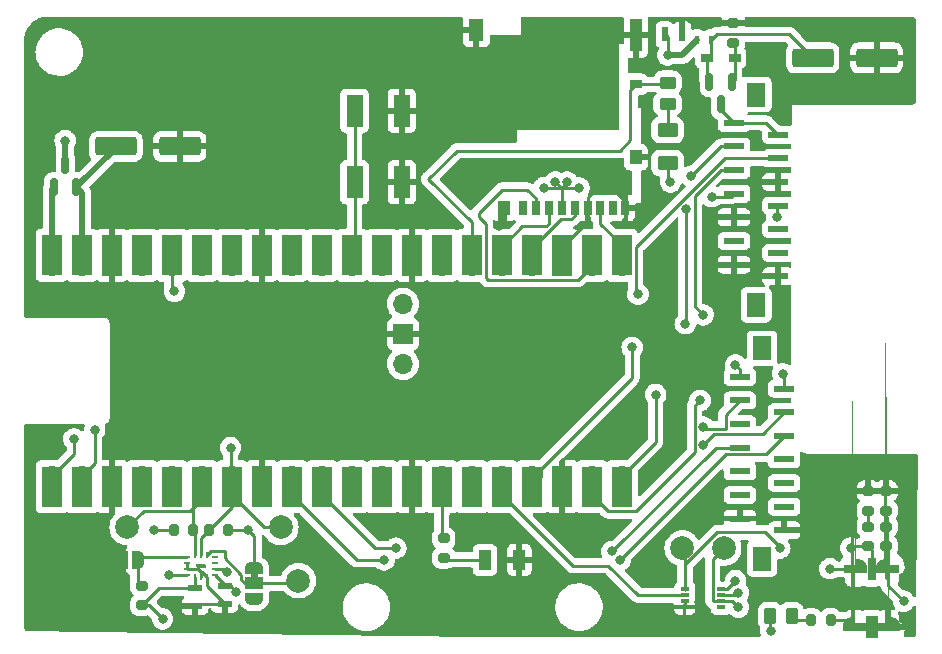
<source format=gtl>
G04 #@! TF.GenerationSoftware,KiCad,Pcbnew,(6.0.10)*
G04 #@! TF.CreationDate,2023-02-17T01:50:33+01:00*
G04 #@! TF.ProjectId,Axe_lin_aire,4178655f-6c69-46ee-9961-6972652e6b69,rev?*
G04 #@! TF.SameCoordinates,Original*
G04 #@! TF.FileFunction,Copper,L1,Top*
G04 #@! TF.FilePolarity,Positive*
%FSLAX46Y46*%
G04 Gerber Fmt 4.6, Leading zero omitted, Abs format (unit mm)*
G04 Created by KiCad (PCBNEW (6.0.10)) date 2023-02-17 01:50:33*
%MOMM*%
%LPD*%
G01*
G04 APERTURE LIST*
G04 Aperture macros list*
%AMRoundRect*
0 Rectangle with rounded corners*
0 $1 Rounding radius*
0 $2 $3 $4 $5 $6 $7 $8 $9 X,Y pos of 4 corners*
0 Add a 4 corners polygon primitive as box body*
4,1,4,$2,$3,$4,$5,$6,$7,$8,$9,$2,$3,0*
0 Add four circle primitives for the rounded corners*
1,1,$1+$1,$2,$3*
1,1,$1+$1,$4,$5*
1,1,$1+$1,$6,$7*
1,1,$1+$1,$8,$9*
0 Add four rect primitives between the rounded corners*
20,1,$1+$1,$2,$3,$4,$5,0*
20,1,$1+$1,$4,$5,$6,$7,0*
20,1,$1+$1,$6,$7,$8,$9,0*
20,1,$1+$1,$8,$9,$2,$3,0*%
%AMFreePoly0*
4,1,22,0.500000,-0.750000,0.000000,-0.750000,0.000000,-0.745033,-0.079941,-0.743568,-0.215256,-0.701293,-0.333266,-0.622738,-0.424486,-0.514219,-0.481581,-0.384460,-0.499164,-0.250000,-0.500000,-0.250000,-0.500000,0.250000,-0.499164,0.250000,-0.499963,0.256109,-0.478152,0.396186,-0.417904,0.524511,-0.324060,0.630769,-0.204165,0.706417,-0.067858,0.745374,0.000000,0.744959,0.000000,0.750000,
0.500000,0.750000,0.500000,-0.750000,0.500000,-0.750000,$1*%
%AMFreePoly1*
4,1,20,0.000000,0.744959,0.073905,0.744508,0.209726,0.703889,0.328688,0.626782,0.421226,0.519385,0.479903,0.390333,0.500000,0.250000,0.500000,-0.250000,0.499851,-0.262216,0.476331,-0.402017,0.414519,-0.529596,0.319384,-0.634700,0.198574,-0.708877,0.061801,-0.746166,0.000000,-0.745033,0.000000,-0.750000,-0.500000,-0.750000,-0.500000,0.750000,0.000000,0.750000,0.000000,0.744959,
0.000000,0.744959,$1*%
%AMFreePoly2*
4,1,53,-0.099833,0.852494,-0.099048,0.852106,-0.098232,0.851768,-0.098198,0.851685,-0.098118,0.851646,-0.097838,0.850816,-0.097500,0.850000,-0.097500,0.350000,0.950000,0.350000,0.950000,-0.350000,-0.946033,-0.350000,-0.948424,-0.351941,-0.948767,-0.352043,-0.949015,-0.352297,-0.949646,-0.352305,-0.950258,-0.352487,-0.950573,-0.352317,-0.950929,-0.352321,-0.951382,-0.351879,-0.951941,-0.351576,
-0.952043,-0.351233,-0.952298,-0.350984,-0.987367,-0.269161,-0.987370,-0.268922,-0.987508,-0.268726,-1.026602,-0.095087,-1.026556,-0.094819,-1.026663,-0.094568,-1.028802,0.083403,-1.028700,0.083657,-1.028753,0.083923,-0.993844,0.258450,-0.993693,0.258676,-0.993689,0.258949,-0.923255,0.422405,-0.923060,0.422595,-0.922999,0.422861,-0.820121,0.568100,-0.819891,0.568245,-0.819776,0.568493,
-0.688950,0.689169,-0.688695,0.689263,-0.688531,0.689482,-0.535473,0.780321,-0.535203,0.780360,-0.534998,0.780539,-0.366398,0.837571,-0.366126,0.837553,-0.365888,0.837686,-0.189116,0.858417,-0.188884,0.858351,-0.188657,0.858428,-0.099833,0.852494,-0.099833,0.852494,$1*%
%AMFreePoly3*
4,1,53,0.188884,0.858352,0.189115,0.858417,0.365888,0.837686,0.366126,0.837553,0.366398,0.837571,0.534998,0.780539,0.535203,0.780360,0.535473,0.780321,0.688531,0.689482,0.688694,0.689264,0.688950,0.689170,0.819776,0.568493,0.819891,0.568245,0.820121,0.568100,0.922999,0.422861,0.923060,0.422595,0.923255,0.422405,0.993689,0.258950,0.993693,0.258676,0.993844,0.258450,
1.028753,0.083923,1.028700,0.083657,1.028802,0.083403,1.026663,-0.094568,1.026556,-0.094819,1.026602,-0.095087,0.987508,-0.268725,0.987370,-0.268921,0.987367,-0.269161,0.952298,-0.350985,0.952043,-0.351234,0.951941,-0.351576,0.951384,-0.351877,0.950929,-0.352322,0.950571,-0.352318,0.950258,-0.352487,0.949650,-0.352306,0.949015,-0.352298,0.948766,-0.352043,0.948424,-0.351941,
0.946033,-0.350000,-0.950000,-0.350000,-0.950000,0.350000,0.097500,0.350000,0.097500,0.850000,0.097838,0.850816,0.098118,0.851646,0.098198,0.851685,0.098232,0.851768,0.099048,0.852106,0.099833,0.852494,0.188657,0.858428,0.188884,0.858352,0.188884,0.858352,$1*%
%AMFreePoly4*
4,1,22,0.550000,-0.750000,0.000000,-0.750000,0.000000,-0.745033,-0.079941,-0.743568,-0.215256,-0.701293,-0.333266,-0.622738,-0.424486,-0.514219,-0.481581,-0.384460,-0.499164,-0.250000,-0.500000,-0.250000,-0.500000,0.250000,-0.499164,0.250000,-0.499963,0.256109,-0.478152,0.396186,-0.417904,0.524511,-0.324060,0.630769,-0.204165,0.706417,-0.067858,0.745374,0.000000,0.744959,0.000000,0.750000,
0.550000,0.750000,0.550000,-0.750000,0.550000,-0.750000,$1*%
%AMFreePoly5*
4,1,20,0.000000,0.744959,0.073905,0.744508,0.209726,0.703889,0.328688,0.626782,0.421226,0.519385,0.479903,0.390333,0.500000,0.250000,0.500000,-0.250000,0.499851,-0.262216,0.476331,-0.402017,0.414519,-0.529596,0.319384,-0.634700,0.198574,-0.708877,0.061801,-0.746166,0.000000,-0.745033,0.000000,-0.750000,-0.550000,-0.750000,-0.550000,0.750000,0.000000,0.750000,0.000000,0.744959,
0.000000,0.744959,$1*%
G04 Aperture macros list end*
G04 #@! TA.AperFunction,SMDPad,CuDef*
%ADD10R,1.250000X0.500000*%
G04 #@! TD*
G04 #@! TA.AperFunction,SMDPad,CuDef*
%ADD11R,0.800000X0.300000*%
G04 #@! TD*
G04 #@! TA.AperFunction,SMDPad,CuDef*
%ADD12RoundRect,0.200000X-0.275000X0.200000X-0.275000X-0.200000X0.275000X-0.200000X0.275000X0.200000X0*%
G04 #@! TD*
G04 #@! TA.AperFunction,SMDPad,CuDef*
%ADD13FreePoly0,180.000000*%
G04 #@! TD*
G04 #@! TA.AperFunction,SMDPad,CuDef*
%ADD14FreePoly1,180.000000*%
G04 #@! TD*
G04 #@! TA.AperFunction,SMDPad,CuDef*
%ADD15RoundRect,0.200000X-0.200000X-0.275000X0.200000X-0.275000X0.200000X0.275000X-0.200000X0.275000X0*%
G04 #@! TD*
G04 #@! TA.AperFunction,SMDPad,CuDef*
%ADD16RoundRect,0.200000X0.275000X-0.200000X0.275000X0.200000X-0.275000X0.200000X-0.275000X-0.200000X0*%
G04 #@! TD*
G04 #@! TA.AperFunction,SMDPad,CuDef*
%ADD17R,1.400000X2.750000*%
G04 #@! TD*
G04 #@! TA.AperFunction,SMDPad,CuDef*
%ADD18R,1.600000X2.000000*%
G04 #@! TD*
G04 #@! TA.AperFunction,SMDPad,CuDef*
%ADD19R,1.750000X0.500000*%
G04 #@! TD*
G04 #@! TA.AperFunction,SMDPad,CuDef*
%ADD20R,0.475000X0.250000*%
G04 #@! TD*
G04 #@! TA.AperFunction,SMDPad,CuDef*
%ADD21R,0.250000X0.475000*%
G04 #@! TD*
G04 #@! TA.AperFunction,SMDPad,CuDef*
%ADD22RoundRect,0.250000X-0.262500X-0.450000X0.262500X-0.450000X0.262500X0.450000X-0.262500X0.450000X0*%
G04 #@! TD*
G04 #@! TA.AperFunction,SMDPad,CuDef*
%ADD23R,1.700000X3.500000*%
G04 #@! TD*
G04 #@! TA.AperFunction,ComponentPad*
%ADD24O,1.700000X1.700000*%
G04 #@! TD*
G04 #@! TA.AperFunction,ComponentPad*
%ADD25R,1.700000X1.700000*%
G04 #@! TD*
G04 #@! TA.AperFunction,SMDPad,CuDef*
%ADD26RoundRect,0.250000X0.450000X-0.262500X0.450000X0.262500X-0.450000X0.262500X-0.450000X-0.262500X0*%
G04 #@! TD*
G04 #@! TA.AperFunction,SMDPad,CuDef*
%ADD27FreePoly2,90.000000*%
G04 #@! TD*
G04 #@! TA.AperFunction,SMDPad,CuDef*
%ADD28R,1.000000X1.900000*%
G04 #@! TD*
G04 #@! TA.AperFunction,SMDPad,CuDef*
%ADD29FreePoly3,270.000000*%
G04 #@! TD*
G04 #@! TA.AperFunction,SMDPad,CuDef*
%ADD30FreePoly3,90.000000*%
G04 #@! TD*
G04 #@! TA.AperFunction,SMDPad,CuDef*
%ADD31R,0.700000X1.900000*%
G04 #@! TD*
G04 #@! TA.AperFunction,SMDPad,CuDef*
%ADD32FreePoly2,270.000000*%
G04 #@! TD*
G04 #@! TA.AperFunction,SMDPad,CuDef*
%ADD33RoundRect,0.250000X-0.625000X0.375000X-0.625000X-0.375000X0.625000X-0.375000X0.625000X0.375000X0*%
G04 #@! TD*
G04 #@! TA.AperFunction,SMDPad,CuDef*
%ADD34R,0.700000X1.200000*%
G04 #@! TD*
G04 #@! TA.AperFunction,SMDPad,CuDef*
%ADD35R,1.000000X0.800000*%
G04 #@! TD*
G04 #@! TA.AperFunction,SMDPad,CuDef*
%ADD36R,1.300000X1.900000*%
G04 #@! TD*
G04 #@! TA.AperFunction,SMDPad,CuDef*
%ADD37R,1.000000X1.200000*%
G04 #@! TD*
G04 #@! TA.AperFunction,SMDPad,CuDef*
%ADD38R,1.000000X2.800000*%
G04 #@! TD*
G04 #@! TA.AperFunction,SMDPad,CuDef*
%ADD39C,2.000000*%
G04 #@! TD*
G04 #@! TA.AperFunction,SMDPad,CuDef*
%ADD40R,1.050000X1.700000*%
G04 #@! TD*
G04 #@! TA.AperFunction,SMDPad,CuDef*
%ADD41R,0.400000X0.800000*%
G04 #@! TD*
G04 #@! TA.AperFunction,SMDPad,CuDef*
%ADD42RoundRect,0.150000X0.150000X-0.587500X0.150000X0.587500X-0.150000X0.587500X-0.150000X-0.587500X0*%
G04 #@! TD*
G04 #@! TA.AperFunction,SMDPad,CuDef*
%ADD43FreePoly4,270.000000*%
G04 #@! TD*
G04 #@! TA.AperFunction,SMDPad,CuDef*
%ADD44R,1.500000X1.000000*%
G04 #@! TD*
G04 #@! TA.AperFunction,SMDPad,CuDef*
%ADD45FreePoly5,270.000000*%
G04 #@! TD*
G04 #@! TA.AperFunction,SMDPad,CuDef*
%ADD46RoundRect,0.250000X-1.500000X-0.550000X1.500000X-0.550000X1.500000X0.550000X-1.500000X0.550000X0*%
G04 #@! TD*
G04 #@! TA.AperFunction,SMDPad,CuDef*
%ADD47RoundRect,0.150000X-0.150000X0.587500X-0.150000X-0.587500X0.150000X-0.587500X0.150000X0.587500X0*%
G04 #@! TD*
G04 #@! TA.AperFunction,SMDPad,CuDef*
%ADD48R,0.500000X1.250000*%
G04 #@! TD*
G04 #@! TA.AperFunction,SMDPad,CuDef*
%ADD49R,1.000000X0.750000*%
G04 #@! TD*
G04 #@! TA.AperFunction,ViaPad*
%ADD50C,0.800000*%
G04 #@! TD*
G04 #@! TA.AperFunction,Conductor*
%ADD51C,0.250000*%
G04 #@! TD*
G04 #@! TA.AperFunction,Conductor*
%ADD52C,0.500000*%
G04 #@! TD*
G04 APERTURE END LIST*
G04 #@! TO.C,JP1*
G36*
X119300000Y-105100000D02*
G01*
X118700000Y-105100000D01*
X118700000Y-104600000D01*
X119300000Y-104600000D01*
X119300000Y-105100000D01*
G37*
G04 #@! TD*
D10*
G04 #@! TO.P,C2,1*
G04 #@! TO.N,+3.3V*
X116500000Y-105750000D03*
G04 #@! TO.P,C2,2*
G04 #@! TO.N,GND*
X116500000Y-107250000D03*
G04 #@! TD*
G04 #@! TO.P,C1,1*
G04 #@! TO.N,+3.3V*
X114000000Y-105900000D03*
G04 #@! TO.P,C1,2*
G04 #@! TO.N,GND*
X114000000Y-107400000D03*
G04 #@! TD*
D11*
G04 #@! TO.P,U4,1*
G04 #@! TO.N,Net-(R5-Pad1)*
X155450000Y-106000000D03*
G04 #@! TO.P,U4,2*
G04 #@! TO.N,Emitter2*
X155450000Y-106500000D03*
G04 #@! TO.P,U4,3*
G04 #@! TO.N,GND*
X155450000Y-107000000D03*
G04 #@! TO.P,U4,4,GND*
X155450000Y-107500000D03*
G04 #@! TO.P,U4,5*
G04 #@! TO.N,unconnected-(U4-Pad5)*
X158550000Y-107500000D03*
G04 #@! TO.P,U4,6*
G04 #@! TO.N,Net-(R4-Pad1)*
X158550000Y-107000000D03*
G04 #@! TO.P,U4,7*
G04 #@! TO.N,Emitter1*
X158550000Y-106500000D03*
G04 #@! TO.P,U4,8,+3.3V*
G04 #@! TO.N,+3.3V*
X158550000Y-106000000D03*
G04 #@! TD*
D12*
G04 #@! TO.P,R11,1*
G04 #@! TO.N,GND*
X171000000Y-97675000D03*
G04 #@! TO.P,R11,2*
G04 #@! TO.N,Net-(R11-Pad2)*
X171000000Y-99325000D03*
G04 #@! TD*
D13*
G04 #@! TO.P,JP2,1,A*
G04 #@! TO.N,Net-(JP2-Pad1)*
X109150000Y-103500000D03*
D14*
G04 #@! TO.P,JP2,2,B*
G04 #@! TO.N,GND*
X107850000Y-103500000D03*
G04 #@! TD*
D15*
G04 #@! TO.P,R6,1*
G04 #@! TO.N,+3.3V*
X112175000Y-101000000D03*
G04 #@! TO.P,R6,2*
G04 #@! TO.N,SDA*
X113825000Y-101000000D03*
G04 #@! TD*
D16*
G04 #@! TO.P,R2,1*
G04 #@! TO.N,Net-(D1-Pad2)*
X159562742Y-59712500D03*
G04 #@! TO.P,R2,2*
G04 #@! TO.N,GND*
X159562742Y-58062500D03*
G04 #@! TD*
D17*
G04 #@! TO.P,SW1,1,A*
G04 #@! TO.N,Net-(SW1-Pad1)*
X127500000Y-71525000D03*
G04 #@! TO.P,SW1,2,A*
X127500000Y-65475000D03*
G04 #@! TO.P,SW1,3,B*
G04 #@! TO.N,GND*
X131500000Y-71525000D03*
G04 #@! TO.P,SW1,4,B*
X131500000Y-65475000D03*
G04 #@! TD*
D18*
G04 #@! TO.P,J2,0*
G04 #@! TO.N,N/C*
X162000000Y-85600000D03*
X162000000Y-103400000D03*
D19*
G04 #@! TO.P,J2,1,Pin_1*
G04 #@! TO.N,GND*
X163875000Y-101000000D03*
G04 #@! TO.P,J2,2,Pin_2*
X160125000Y-100000000D03*
G04 #@! TO.P,J2,3,Pin_3*
G04 #@! TO.N,unconnected-(J2-Pad3)*
X163875000Y-99000000D03*
G04 #@! TO.P,J2,4,Pin_4*
G04 #@! TO.N,unconnected-(J2-Pad4)*
X160125000Y-98000000D03*
G04 #@! TO.P,J2,5,Pin_5*
G04 #@! TO.N,unconnected-(J2-Pad5)*
X163875000Y-97000000D03*
G04 #@! TO.P,J2,6,Pin_6*
G04 #@! TO.N,unconnected-(J2-Pad6)*
X160125000Y-96000000D03*
G04 #@! TO.P,J2,7,Pin_7*
G04 #@! TO.N,unconnected-(J2-Pad7)*
X163875000Y-95000000D03*
G04 #@! TO.P,J2,8,Pin_8*
G04 #@! TO.N,INT2_Haut*
X160125000Y-94000000D03*
G04 #@! TO.P,J2,9,Pin_9*
G04 #@! TO.N,INT1_Haut*
X163875000Y-93000000D03*
G04 #@! TO.P,J2,10,Pin_10*
G04 #@! TO.N,unconnected-(J2-Pad10)*
X160125000Y-92000000D03*
G04 #@! TO.P,J2,11,Pin_11*
G04 #@! TO.N,SDA*
X163875000Y-91000000D03*
G04 #@! TO.P,J2,12,Pin_12*
G04 #@! TO.N,SCL*
X160125000Y-90000000D03*
G04 #@! TO.P,J2,13,Pin_13*
G04 #@! TO.N,+3.3V*
X163875000Y-89000000D03*
G04 #@! TO.P,J2,14,Pin_14*
X160125000Y-88000000D03*
G04 #@! TD*
D20*
G04 #@! TO.P,U2,1,SDO/SA0*
G04 #@! TO.N,Net-(JP2-Pad1)*
X113337500Y-103250000D03*
G04 #@! TO.P,U2,2,SDX_*
G04 #@! TO.N,GND*
X113337500Y-103750000D03*
G04 #@! TO.P,U2,3,SCX*
X113337500Y-104250000D03*
G04 #@! TO.P,U2,4,INT1*
G04 #@! TO.N,INT1_Bas*
X113337500Y-104750000D03*
D21*
G04 #@! TO.P,U2,5,VDD_IO*
G04 #@! TO.N,+3.3V*
X114000000Y-104912500D03*
G04 #@! TO.P,U2,6,GND*
G04 #@! TO.N,GND*
X114500000Y-104912500D03*
G04 #@! TO.P,U2,7,GND*
X115000000Y-104912500D03*
D20*
G04 #@! TO.P,U2,8,VDD*
G04 #@! TO.N,+3.3V*
X115662500Y-104750000D03*
G04 #@! TO.P,U2,9,INT2*
G04 #@! TO.N,INT2_Bas*
X115662500Y-104250000D03*
G04 #@! TO.P,U2,10,OCS_AUX*
G04 #@! TO.N,unconnected-(U2-Pad10)*
X115662500Y-103750000D03*
G04 #@! TO.P,U2,11,SDO_AUX*
G04 #@! TO.N,unconnected-(U2-Pad11)*
X115662500Y-103250000D03*
D21*
G04 #@! TO.P,U2,12,CS*
G04 #@! TO.N,Net-(JP1-Pad2)*
X115000000Y-103087500D03*
G04 #@! TO.P,U2,13,SCL*
G04 #@! TO.N,SCL*
X114500000Y-103087500D03*
G04 #@! TO.P,U2,14,SDA*
G04 #@! TO.N,SDA*
X114000000Y-103087500D03*
G04 #@! TD*
D22*
G04 #@! TO.P,R12,1*
G04 #@! TO.N,+3.3V*
X162675000Y-108250000D03*
G04 #@! TO.P,R12,2*
G04 #@! TO.N,Net-(R12-Pad2)*
X164500000Y-108250000D03*
G04 #@! TD*
D23*
G04 #@! TO.P,U1,1,GPIO0*
G04 #@! TO.N,UART_TX*
X101870000Y-97290000D03*
D24*
X101870000Y-96390000D03*
D23*
G04 #@! TO.P,U1,2,GPIO1*
G04 #@! TO.N,UART_RX*
X104410000Y-97290000D03*
D24*
X104410000Y-96390000D03*
D23*
G04 #@! TO.P,U1,3,GND*
G04 #@! TO.N,GND*
X106950000Y-97290000D03*
D25*
X106950000Y-96390000D03*
D24*
G04 #@! TO.P,U1,4,GPIO2*
G04 #@! TO.N,INT1_Bas*
X109490000Y-96390000D03*
D23*
X109490000Y-97290000D03*
G04 #@! TO.P,U1,5,GPIO3*
G04 #@! TO.N,INT2_Bas*
X112030000Y-97290000D03*
D24*
X112030000Y-96390000D03*
G04 #@! TO.P,U1,6,GPIO4*
G04 #@! TO.N,SDA*
X114570000Y-96390000D03*
D23*
X114570000Y-97290000D03*
D24*
G04 #@! TO.P,U1,7,GPIO5*
G04 #@! TO.N,SCL*
X117110000Y-96390000D03*
D23*
X117110000Y-97290000D03*
G04 #@! TO.P,U1,8,GND*
G04 #@! TO.N,GND*
X119650000Y-97290000D03*
D25*
X119650000Y-96390000D03*
D24*
G04 #@! TO.P,U1,9,GPIO6*
G04 #@! TO.N,INT1_Haut*
X122190000Y-96390000D03*
D23*
X122190000Y-97290000D03*
G04 #@! TO.P,U1,10,GPIO7*
G04 #@! TO.N,INT2_Haut*
X124730000Y-97290000D03*
D24*
X124730000Y-96390000D03*
D23*
G04 #@! TO.P,U1,11,GPIO8*
G04 #@! TO.N,unconnected-(U1-Pad11)*
X127270000Y-97290000D03*
D24*
X127270000Y-96390000D03*
D23*
G04 #@! TO.P,U1,12,GPIO9*
G04 #@! TO.N,unconnected-(U1-Pad12)*
X129810000Y-97290000D03*
D24*
X129810000Y-96390000D03*
D25*
G04 #@! TO.P,U1,13,GND*
G04 #@! TO.N,GND*
X132350000Y-96390000D03*
D23*
X132350000Y-97290000D03*
D24*
G04 #@! TO.P,U1,14,GPIO10*
G04 #@! TO.N,Net-(R8-Pad2)*
X134890000Y-96390000D03*
D23*
X134890000Y-97290000D03*
D24*
G04 #@! TO.P,U1,15,GPIO11*
G04 #@! TO.N,Emitter1*
X137430000Y-96390000D03*
D23*
X137430000Y-97290000D03*
G04 #@! TO.P,U1,16,GPIO12*
G04 #@! TO.N,Emitter2*
X139970000Y-97290000D03*
D24*
X139970000Y-96390000D03*
G04 #@! TO.P,U1,17,GPIO13*
G04 #@! TO.N,Motor_A*
X142510000Y-96390000D03*
D23*
X142510000Y-97290000D03*
G04 #@! TO.P,U1,18,GND*
G04 #@! TO.N,GND*
X145050000Y-97290000D03*
D25*
X145050000Y-96390000D03*
D23*
G04 #@! TO.P,U1,19,GPIO14*
G04 #@! TO.N,Motor_B*
X147590000Y-97290000D03*
D24*
X147590000Y-96390000D03*
D23*
G04 #@! TO.P,U1,20,GPIO15*
G04 #@! TO.N,Motor_EN*
X150130000Y-97290000D03*
D24*
X150130000Y-96390000D03*
G04 #@! TO.P,U1,21,GPIO16*
G04 #@! TO.N,SD_DO*
X150130000Y-78610000D03*
D23*
X150130000Y-77710000D03*
G04 #@! TO.P,U1,22,GPIO17*
G04 #@! TO.N,SD_CS*
X147590000Y-77710000D03*
D24*
X147590000Y-78610000D03*
D25*
G04 #@! TO.P,U1,23,GND*
G04 #@! TO.N,GND*
X145050000Y-78610000D03*
D23*
X145050000Y-77710000D03*
G04 #@! TO.P,U1,24,GPIO18*
G04 #@! TO.N,SD_CLK*
X142510000Y-77710000D03*
D24*
X142510000Y-78610000D03*
G04 #@! TO.P,U1,25,GPIO19*
G04 #@! TO.N,SD_DI*
X139970000Y-78610000D03*
D23*
X139970000Y-77710000D03*
G04 #@! TO.P,U1,26,GPIO20*
G04 #@! TO.N,SD_CD*
X137430000Y-77710000D03*
D24*
X137430000Y-78610000D03*
G04 #@! TO.P,U1,27,GPIO21*
G04 #@! TO.N,unconnected-(U1-Pad27)*
X134890000Y-78610000D03*
D23*
X134890000Y-77710000D03*
D25*
G04 #@! TO.P,U1,28,GND*
G04 #@! TO.N,GND*
X132350000Y-78610000D03*
D23*
X132350000Y-77710000D03*
D24*
G04 #@! TO.P,U1,29,GPIO22*
G04 #@! TO.N,unconnected-(U1-Pad29)*
X129810000Y-78610000D03*
D23*
X129810000Y-77710000D03*
G04 #@! TO.P,U1,30,RUN*
G04 #@! TO.N,Net-(SW1-Pad1)*
X127270000Y-77710000D03*
D24*
X127270000Y-78610000D03*
G04 #@! TO.P,U1,31,GPIO26_ADC0*
G04 #@! TO.N,unconnected-(U1-Pad31)*
X124730000Y-78610000D03*
D23*
X124730000Y-77710000D03*
G04 #@! TO.P,U1,32,GPIO27_ADC1*
G04 #@! TO.N,unconnected-(U1-Pad32)*
X122190000Y-77710000D03*
D24*
X122190000Y-78610000D03*
D25*
G04 #@! TO.P,U1,33,AGND*
G04 #@! TO.N,GND*
X119650000Y-78610000D03*
D23*
X119650000Y-77710000D03*
G04 #@! TO.P,U1,34,GPIO28_ADC2*
G04 #@! TO.N,unconnected-(U1-Pad34)*
X117110000Y-77710000D03*
D24*
X117110000Y-78610000D03*
G04 #@! TO.P,U1,35,ADC_VREF*
G04 #@! TO.N,unconnected-(U1-Pad35)*
X114570000Y-78610000D03*
D23*
X114570000Y-77710000D03*
G04 #@! TO.P,U1,36,3V3*
G04 #@! TO.N,+3.3V*
X112030000Y-77710000D03*
D24*
X112030000Y-78610000D03*
D23*
G04 #@! TO.P,U1,37,3V3_EN*
G04 #@! TO.N,unconnected-(U1-Pad37)*
X109490000Y-77710000D03*
D24*
X109490000Y-78610000D03*
D23*
G04 #@! TO.P,U1,38,GND*
G04 #@! TO.N,GND*
X106950000Y-77710000D03*
D25*
X106950000Y-78610000D03*
D24*
G04 #@! TO.P,U1,39,VSYS*
G04 #@! TO.N,+5V*
X104410000Y-78610000D03*
D23*
X104410000Y-77710000D03*
G04 #@! TO.P,U1,40,VBUS*
G04 #@! TO.N,Net-(Q1-Pad1)*
X101870000Y-77710000D03*
D24*
X101870000Y-78610000D03*
G04 #@! TO.P,U1,41,SWCLK*
G04 #@! TO.N,unconnected-(U1-Pad41)*
X131600000Y-86915900D03*
D25*
G04 #@! TO.P,U1,42,GND*
G04 #@! TO.N,GND*
X131600000Y-84375900D03*
D24*
G04 #@! TO.P,U1,43,SWDIO*
G04 #@! TO.N,unconnected-(U1-Pad43)*
X131600000Y-81835900D03*
G04 #@! TD*
D16*
G04 #@! TO.P,R5,1*
G04 #@! TO.N,Net-(R5-Pad1)*
X171000000Y-102325000D03*
G04 #@! TO.P,R5,2*
G04 #@! TO.N,Net-(R11-Pad2)*
X171000000Y-100675000D03*
G04 #@! TD*
D26*
G04 #@! TO.P,R9,1*
G04 #@! TO.N,Net-(D3-Pad1)*
X154000000Y-64912500D03*
G04 #@! TO.P,R9,2*
G04 #@! TO.N,SD_CD*
X154000000Y-63087500D03*
G04 #@! TD*
D27*
G04 #@! TO.P,U3,1,Anode*
G04 #@! TO.N,Net-(R3-Pad2)*
X169900000Y-109200000D03*
D28*
G04 #@! TO.P,U3,2*
G04 #@! TO.N,N/C*
X171300000Y-109200000D03*
D29*
G04 #@! TO.P,U3,3,Cathode*
G04 #@! TO.N,GND*
X172700000Y-109200000D03*
D30*
G04 #@! TO.P,U3,4,Collector*
G04 #@! TO.N,+3.3V*
X169900000Y-104300000D03*
D31*
G04 #@! TO.P,U3,5,Emmiter_1*
G04 #@! TO.N,Net-(R5-Pad1)*
X171300000Y-104300000D03*
D32*
G04 #@! TO.P,U3,6,Emmiter_2*
G04 #@! TO.N,Net-(R4-Pad1)*
X172700000Y-104300000D03*
G04 #@! TD*
D33*
G04 #@! TO.P,D3,1,K*
G04 #@! TO.N,Net-(D3-Pad1)*
X154000000Y-67100000D03*
G04 #@! TO.P,D3,2,A*
G04 #@! TO.N,+3.3V*
X154000000Y-69900000D03*
G04 #@! TD*
D34*
G04 #@! TO.P,J3,1,DAT2*
G04 #@! TO.N,unconnected-(J3-Pad1)*
X141725000Y-73725000D03*
G04 #@! TO.P,J3,2,DAT3/CD*
G04 #@! TO.N,SD_CS*
X142825000Y-73725000D03*
G04 #@! TO.P,J3,3,CMD*
G04 #@! TO.N,SD_DI*
X143925000Y-73725000D03*
G04 #@! TO.P,J3,4,VDD*
G04 #@! TO.N,+3.3V*
X145025000Y-73725000D03*
G04 #@! TO.P,J3,5,CLK*
G04 #@! TO.N,SD_CLK*
X146125000Y-73725000D03*
G04 #@! TO.P,J3,6,VSS*
G04 #@! TO.N,GND*
X147225000Y-73725000D03*
G04 #@! TO.P,J3,7,DAT0*
G04 #@! TO.N,SD_DO*
X148325000Y-73725000D03*
G04 #@! TO.P,J3,8,DAT1*
G04 #@! TO.N,unconnected-(J3-Pad8)*
X149425000Y-73725000D03*
G04 #@! TO.P,J3,9,DET_B*
G04 #@! TO.N,GND*
X150375000Y-73725000D03*
D35*
G04 #@! TO.P,J3,10,DET_A*
G04 #@! TO.N,SD_CD*
X151325000Y-63225000D03*
D36*
G04 #@! TO.P,J3,11,SHIELD*
G04 #@! TO.N,GND*
X137825000Y-58625000D03*
D37*
X140175000Y-73725000D03*
D38*
X151325000Y-59075000D03*
D37*
X151325000Y-69425000D03*
G04 #@! TD*
D39*
G04 #@! TO.P,TP3,1,1*
G04 #@! TO.N,Net-(R4-Pad1)*
X158750000Y-102500000D03*
G04 #@! TD*
D16*
G04 #@! TO.P,R10,1*
G04 #@! TO.N,Net-(R10-Pad1)*
X172500000Y-99325000D03*
G04 #@! TO.P,R10,2*
G04 #@! TO.N,GND*
X172500000Y-97675000D03*
G04 #@! TD*
D40*
G04 #@! TO.P,D2,1,K*
G04 #@! TO.N,GND*
X141455000Y-103500000D03*
G04 #@! TO.P,D2,2,A*
G04 #@! TO.N,Net-(D2-Pad2)*
X138545000Y-103500000D03*
G04 #@! TD*
D15*
G04 #@! TO.P,R3,1*
G04 #@! TO.N,Net-(R12-Pad2)*
X166175000Y-108587500D03*
G04 #@! TO.P,R3,2*
G04 #@! TO.N,Net-(R3-Pad2)*
X167825000Y-108587500D03*
G04 #@! TD*
D16*
G04 #@! TO.P,R1,1*
G04 #@! TO.N,+3.3V*
X109500000Y-107325000D03*
G04 #@! TO.P,R1,2*
G04 #@! TO.N,Net-(JP2-Pad1)*
X109500000Y-105675000D03*
G04 #@! TD*
G04 #@! TO.P,R4,1*
G04 #@! TO.N,Net-(R4-Pad1)*
X172500000Y-102325000D03*
G04 #@! TO.P,R4,2*
G04 #@! TO.N,Net-(R10-Pad1)*
X172500000Y-100675000D03*
G04 #@! TD*
D41*
G04 #@! TO.P,FB1,1*
G04 #@! TO.N,VDC*
X156500000Y-59500000D03*
G04 #@! TO.P,FB1,2*
G04 #@! TO.N,Net-(C4-Pad1)*
X157700000Y-59500000D03*
G04 #@! TD*
D16*
G04 #@! TO.P,R8,1*
G04 #@! TO.N,Net-(D2-Pad2)*
X135065000Y-103325000D03*
G04 #@! TO.P,R8,2*
G04 #@! TO.N,Net-(R8-Pad2)*
X135065000Y-101675000D03*
G04 #@! TD*
D42*
G04 #@! TO.P,Q1,1,G*
G04 #@! TO.N,Net-(Q1-Pad1)*
X102050000Y-71937500D03*
G04 #@! TO.P,Q1,2,S*
G04 #@! TO.N,+5V*
X103950000Y-71937500D03*
G04 #@! TO.P,Q1,3,D*
G04 #@! TO.N,VDC*
X103000000Y-70062500D03*
G04 #@! TD*
D39*
G04 #@! TO.P,TP2,1,1*
G04 #@! TO.N,Net-(R5-Pad1)*
X155250000Y-102500000D03*
G04 #@! TD*
G04 #@! TO.P,TP1,1,1*
G04 #@! TO.N,Net-(JP1-Pad2)*
X122750000Y-105250000D03*
G04 #@! TD*
D43*
G04 #@! TO.P,JP1,1,A*
G04 #@! TO.N,+3.3V*
X119000000Y-104200000D03*
D44*
G04 #@! TO.P,JP1,2,C*
G04 #@! TO.N,Net-(JP1-Pad2)*
X119000000Y-105500000D03*
D45*
G04 #@! TO.P,JP1,3,B*
G04 #@! TO.N,unconnected-(JP1-Pad3)*
X119000000Y-106800000D03*
G04 #@! TD*
D46*
G04 #@! TO.P,C4,1*
G04 #@! TO.N,Net-(C4-Pad1)*
X166300000Y-61000000D03*
G04 #@! TO.P,C4,2*
G04 #@! TO.N,GND*
X171700000Y-61000000D03*
G04 #@! TD*
D47*
G04 #@! TO.P,Q2,1,G*
G04 #@! TO.N,Net-(D1-Pad2)*
X159450000Y-63062500D03*
G04 #@! TO.P,Q2,2,S*
G04 #@! TO.N,Net-(C4-Pad1)*
X157550000Y-63062500D03*
G04 #@! TO.P,Q2,3,D*
G04 #@! TO.N,+VDC*
X158500000Y-64937500D03*
G04 #@! TD*
D39*
G04 #@! TO.P,TP4,1,1*
G04 #@! TO.N,SDA*
X108250000Y-100750000D03*
G04 #@! TD*
D18*
G04 #@! TO.P,J1,0*
G04 #@! TO.N,N/C*
X161500000Y-64100000D03*
X161500000Y-81900000D03*
D19*
G04 #@! TO.P,J1,1,Pin_1*
G04 #@! TO.N,GND*
X163375000Y-79500000D03*
G04 #@! TO.P,J1,2,Pin_2*
X159625000Y-78500000D03*
G04 #@! TO.P,J1,3,Pin_3*
G04 #@! TO.N,unconnected-(J1-Pad3)*
X163375000Y-77500000D03*
G04 #@! TO.P,J1,4,Pin_4*
G04 #@! TO.N,unconnected-(J1-Pad4)*
X159625000Y-76500000D03*
G04 #@! TO.P,J1,5,Pin_5*
G04 #@! TO.N,unconnected-(J1-Pad5)*
X163375000Y-75500000D03*
G04 #@! TO.P,J1,6,Pin_6*
G04 #@! TO.N,GND*
X159625000Y-74500000D03*
G04 #@! TO.P,J1,7,Pin_7*
G04 #@! TO.N,UART_TX*
X163375000Y-73500000D03*
G04 #@! TO.P,J1,8,Pin_8*
G04 #@! TO.N,UART_RX*
X159625000Y-72500000D03*
G04 #@! TO.P,J1,9,Pin_9*
G04 #@! TO.N,GND*
X163375000Y-71500000D03*
G04 #@! TO.P,J1,10,Pin_10*
G04 #@! TO.N,Motor_B*
X159625000Y-70500000D03*
G04 #@! TO.P,J1,11,Pin_11*
G04 #@! TO.N,Motor_A*
X163375000Y-69500000D03*
G04 #@! TO.P,J1,12,Pin_12*
G04 #@! TO.N,Motor_EN*
X159625000Y-68500000D03*
G04 #@! TO.P,J1,13,Pin_13*
G04 #@! TO.N,+VDC*
X163375000Y-67500000D03*
G04 #@! TO.P,J1,14,Pin_14*
X159625000Y-66500000D03*
G04 #@! TD*
D48*
G04 #@! TO.P,C5,1*
G04 #@! TO.N,VDC*
X153750000Y-59000000D03*
G04 #@! TO.P,C5,2*
G04 #@! TO.N,GND*
X155250000Y-59000000D03*
G04 #@! TD*
D15*
G04 #@! TO.P,R7,1*
G04 #@! TO.N,SCL*
X115175000Y-101000000D03*
G04 #@! TO.P,R7,2*
G04 #@! TO.N,+3.3V*
X116825000Y-101000000D03*
G04 #@! TD*
D39*
G04 #@! TO.P,TP5,1,1*
G04 #@! TO.N,SCL*
X121250000Y-100750000D03*
G04 #@! TD*
D49*
G04 #@! TO.P,D1,1,K*
G04 #@! TO.N,Net-(C4-Pad1)*
X157325000Y-61000000D03*
G04 #@! TO.P,D1,2,A*
G04 #@! TO.N,Net-(D1-Pad2)*
X159675000Y-61000000D03*
G04 #@! TD*
D46*
G04 #@! TO.P,C3,1*
G04 #@! TO.N,+5V*
X107300000Y-68500000D03*
G04 #@! TO.P,C3,2*
G04 #@! TO.N,GND*
X112700000Y-68500000D03*
G04 #@! TD*
D50*
G04 #@! TO.N,+3.3V*
X117500000Y-106250000D03*
X159750000Y-105250000D03*
X146500000Y-72000000D03*
X167750000Y-104250000D03*
X118500000Y-101000000D03*
X154250000Y-71500000D03*
X111250000Y-108500000D03*
X163750000Y-87750000D03*
X110500000Y-101000000D03*
X143526314Y-71993178D03*
X159750000Y-87000000D03*
X144500000Y-71500000D03*
X145500000Y-71500000D03*
X112250000Y-80750000D03*
X162750000Y-109500000D03*
G04 #@! TO.N,GND*
X139750000Y-75250000D03*
G04 #@! TO.N,VDC*
X103000000Y-68000000D03*
X154000000Y-60750000D03*
G04 #@! TO.N,UART_TX*
X163250000Y-74500000D03*
X103750000Y-93250000D03*
G04 #@! TO.N,UART_RX*
X157750000Y-72750000D03*
X105500000Y-92500000D03*
G04 #@! TO.N,Motor_B*
X157000000Y-82750000D03*
X156750000Y-90000000D03*
G04 #@! TO.N,Motor_A*
X151500000Y-81000000D03*
X151000000Y-85500000D03*
G04 #@! TO.N,Motor_EN*
X155500000Y-83500000D03*
X153000000Y-89500000D03*
X155562299Y-73812299D03*
X156000000Y-71000000D03*
G04 #@! TO.N,INT2_Haut*
X149293245Y-102775500D03*
X131000000Y-102500000D03*
G04 #@! TO.N,INT1_Haut*
X130000000Y-103500000D03*
X150000000Y-103500000D03*
G04 #@! TO.N,SDA*
X157011799Y-93750000D03*
G04 #@! TO.N,SCL*
X117000000Y-94000000D03*
X157011799Y-92250000D03*
G04 #@! TO.N,Net-(R4-Pad1)*
X174000000Y-107000000D03*
X160000000Y-107500000D03*
G04 #@! TO.N,Net-(R5-Pad1)*
X169500000Y-102500000D03*
X163500000Y-102500000D03*
G04 #@! TO.N,INT1_Bas*
X111750000Y-104750000D03*
G04 #@! TO.N,INT2_Bas*
X116700201Y-104549799D03*
G04 #@! TO.N,Emitter1*
X160000000Y-106275500D03*
G04 #@! TD*
D51*
G04 #@! TO.N,+3.3V*
X154000000Y-69900000D02*
X154000000Y-71250000D01*
X163875000Y-87875000D02*
X163750000Y-87750000D01*
X145025000Y-73725000D02*
X145025000Y-72025000D01*
X109500000Y-107325000D02*
X110075000Y-107325000D01*
X112175000Y-101000000D02*
X110500000Y-101000000D01*
X114000000Y-105900000D02*
X114000000Y-104912500D01*
X160125000Y-87375000D02*
X159750000Y-87000000D01*
X119000000Y-104200000D02*
X119000000Y-101500000D01*
X162675000Y-109425000D02*
X162750000Y-109500000D01*
X116500000Y-105750000D02*
X116500000Y-105587500D01*
X162675000Y-108250000D02*
X162675000Y-109425000D01*
X116500000Y-105750000D02*
X117000000Y-105750000D01*
X110925000Y-105900000D02*
X114000000Y-105900000D01*
X145025000Y-72025000D02*
X145050000Y-72000000D01*
X158550000Y-106000000D02*
X159000000Y-106000000D01*
X145500000Y-71550000D02*
X145500000Y-71500000D01*
X145025000Y-72025000D02*
X145500000Y-71550000D01*
X112030000Y-78610000D02*
X112030000Y-80530000D01*
X119000000Y-101500000D02*
X118500000Y-101000000D01*
X145025000Y-72025000D02*
X144500000Y-71500000D01*
X112030000Y-80530000D02*
X112250000Y-80750000D01*
X145025000Y-72025000D02*
X144993178Y-71993178D01*
X159000000Y-106000000D02*
X159750000Y-105250000D01*
X160125000Y-88000000D02*
X160125000Y-87375000D01*
X117000000Y-105750000D02*
X117500000Y-106250000D01*
X154000000Y-71250000D02*
X154250000Y-71500000D01*
X144993178Y-71993178D02*
X143526314Y-71993178D01*
X116825000Y-101000000D02*
X118500000Y-101000000D01*
X109500000Y-107325000D02*
X110925000Y-105900000D01*
X145050000Y-72000000D02*
X146500000Y-72000000D01*
X116500000Y-105587500D02*
X115662500Y-104750000D01*
X169900000Y-104300000D02*
X167800000Y-104300000D01*
X163875000Y-89000000D02*
X163875000Y-87875000D01*
X167800000Y-104300000D02*
X167750000Y-104250000D01*
X110075000Y-107325000D02*
X111250000Y-108500000D01*
G04 #@! TO.N,GND*
X114500000Y-104500000D02*
X114587500Y-104500000D01*
X139750000Y-74150000D02*
X140175000Y-73725000D01*
X147225000Y-73725000D02*
X147225000Y-72775000D01*
X113337500Y-104250000D02*
X113337500Y-103750000D01*
X147225000Y-72775000D02*
X148000000Y-72000000D01*
X155450000Y-107000000D02*
X155450000Y-107500000D01*
X150375000Y-73075000D02*
X150375000Y-73725000D01*
X147225000Y-74825000D02*
X145050000Y-77000000D01*
X114150000Y-107250000D02*
X114000000Y-107400000D01*
X148000000Y-72000000D02*
X149300000Y-72000000D01*
X145050000Y-77000000D02*
X145050000Y-78610000D01*
X116500000Y-107250000D02*
X114150000Y-107250000D01*
X114500000Y-104500000D02*
X114500000Y-104912500D01*
X114587500Y-104500000D02*
X115000000Y-104912500D01*
X115000000Y-104912500D02*
X115000000Y-105750000D01*
X139750000Y-75250000D02*
X139750000Y-74150000D01*
X115000000Y-105750000D02*
X116500000Y-107250000D01*
X114250000Y-104250000D02*
X114500000Y-104500000D01*
X147225000Y-73725000D02*
X147225000Y-74825000D01*
X149300000Y-72000000D02*
X150375000Y-73075000D01*
X113337500Y-104250000D02*
X114250000Y-104250000D01*
D52*
G04 #@! TO.N,+5V*
X107300000Y-68587500D02*
X103950000Y-71937500D01*
X104410000Y-78610000D02*
X104410000Y-72397500D01*
D51*
X107300000Y-68500000D02*
X107300000Y-68587500D01*
D52*
X104410000Y-72397500D02*
X103950000Y-71937500D01*
D51*
G04 #@! TO.N,Net-(C4-Pad1)*
X157325000Y-61000000D02*
X157325000Y-62837500D01*
X164287500Y-58987500D02*
X158212500Y-58987500D01*
X157700000Y-59500000D02*
X157700000Y-60625000D01*
X158212500Y-58987500D02*
X157700000Y-59500000D01*
X157325000Y-62837500D02*
X157550000Y-63062500D01*
X166300000Y-61000000D02*
X164287500Y-58987500D01*
X157700000Y-60625000D02*
X157325000Y-61000000D01*
G04 #@! TO.N,VDC*
X154000000Y-60750000D02*
X154000000Y-59250000D01*
D52*
X154000000Y-60750000D02*
X155250000Y-60750000D01*
D51*
X154000000Y-59250000D02*
X153750000Y-59000000D01*
D52*
X155250000Y-60750000D02*
X156500000Y-59500000D01*
X103000000Y-70062500D02*
X103000000Y-68000000D01*
D51*
G04 #@! TO.N,Net-(D1-Pad2)*
X159675000Y-62837500D02*
X159450000Y-63062500D01*
X159675000Y-61000000D02*
X159675000Y-62837500D01*
X159675000Y-61000000D02*
X159675000Y-59824758D01*
X159675000Y-59824758D02*
X159562742Y-59712500D01*
G04 #@! TO.N,Net-(D2-Pad2)*
X135065000Y-103325000D02*
X135240000Y-103500000D01*
X135240000Y-103500000D02*
X138545000Y-103500000D01*
G04 #@! TO.N,Net-(D3-Pad1)*
X154000000Y-67100000D02*
X154000000Y-64912500D01*
G04 #@! TO.N,UART_TX*
X103750000Y-94510000D02*
X103750000Y-93250000D01*
X163250000Y-74500000D02*
X163250000Y-73625000D01*
X163250000Y-73625000D02*
X163375000Y-73500000D01*
X101870000Y-96390000D02*
X103750000Y-94510000D01*
G04 #@! TO.N,UART_RX*
X159375000Y-72750000D02*
X159625000Y-72500000D01*
X105500000Y-95300000D02*
X105500000Y-92500000D01*
X104410000Y-96390000D02*
X105500000Y-95300000D01*
X157750000Y-72750000D02*
X159375000Y-72750000D01*
G04 #@! TO.N,Motor_B*
X156286799Y-94382201D02*
X156287299Y-94382701D01*
X158500000Y-70500000D02*
X156287299Y-72712701D01*
X148955000Y-99365000D02*
X147590000Y-98000000D01*
X147590000Y-98000000D02*
X147590000Y-96390000D01*
X151305000Y-99365000D02*
X148955000Y-99365000D01*
X156287299Y-82037299D02*
X157000000Y-82750000D01*
X159625000Y-70500000D02*
X158500000Y-70500000D01*
X156287299Y-72712701D02*
X156287299Y-82037299D01*
X156287299Y-94382701D02*
X151305000Y-99365000D01*
X156750000Y-90000000D02*
X156286799Y-90463201D01*
X156286799Y-90463201D02*
X156286799Y-94382201D01*
G04 #@! TO.N,Motor_A*
X151000000Y-85500000D02*
X151000000Y-88090000D01*
X143250000Y-95840000D02*
X143250000Y-96500000D01*
X150670000Y-88420000D02*
X143250000Y-95840000D01*
X151305000Y-77045000D02*
X151305000Y-80805000D01*
X158850000Y-69500000D02*
X151305000Y-77045000D01*
X163375000Y-69500000D02*
X158850000Y-69500000D01*
X142620000Y-96500000D02*
X142510000Y-96390000D01*
X151305000Y-80805000D02*
X151500000Y-81000000D01*
X151000000Y-88090000D02*
X150670000Y-88420000D01*
X143250000Y-96500000D02*
X142620000Y-96500000D01*
G04 #@! TO.N,Motor_EN*
X153000000Y-89500000D02*
X153000000Y-93520000D01*
X155500000Y-83250000D02*
X155500000Y-83500000D01*
X155562299Y-73812299D02*
X155562299Y-83187701D01*
X155562299Y-83187701D02*
X155500000Y-83250000D01*
X159625000Y-68500000D02*
X158500000Y-68500000D01*
X158500000Y-68500000D02*
X156000000Y-71000000D01*
X153000000Y-93520000D02*
X150130000Y-96390000D01*
G04 #@! TO.N,+VDC*
X158500000Y-65375000D02*
X159625000Y-66500000D01*
X162375000Y-66500000D02*
X163375000Y-67500000D01*
X159625000Y-66500000D02*
X162375000Y-66500000D01*
X158500000Y-64937500D02*
X158500000Y-65375000D01*
G04 #@! TO.N,INT2_Haut*
X124730000Y-98000000D02*
X124730000Y-96390000D01*
X131000000Y-102500000D02*
X129230000Y-102500000D01*
X158068745Y-94000000D02*
X149293245Y-102775500D01*
X160125000Y-94000000D02*
X158068745Y-94000000D01*
X129230000Y-102500000D02*
X124730000Y-98000000D01*
G04 #@! TO.N,INT1_Haut*
X122190000Y-98000000D02*
X122190000Y-96390000D01*
X130000000Y-103500000D02*
X127690000Y-103500000D01*
X127690000Y-103500000D02*
X122190000Y-98000000D01*
X158925000Y-94575000D02*
X150000000Y-103500000D01*
X162300000Y-94575000D02*
X158925000Y-94575000D01*
X163875000Y-93000000D02*
X162300000Y-94575000D01*
G04 #@! TO.N,SDA*
X108250000Y-100750000D02*
X109635000Y-99365000D01*
X114570000Y-98330000D02*
X114570000Y-96390000D01*
X113825000Y-97135000D02*
X114570000Y-96390000D01*
X114000000Y-101175000D02*
X113825000Y-101000000D01*
X109635000Y-99365000D02*
X113535000Y-99365000D01*
X113825000Y-101000000D02*
X113825000Y-97135000D01*
X114000000Y-103087500D02*
X114000000Y-101175000D01*
X157930403Y-92831396D02*
X157011799Y-93750000D01*
X113535000Y-99365000D02*
X114570000Y-98330000D01*
X162043604Y-92831396D02*
X157930403Y-92831396D01*
X163875000Y-91000000D02*
X162043604Y-92831396D01*
G04 #@! TO.N,SCL*
X117110000Y-98024213D02*
X117110000Y-96390000D01*
X157143195Y-92381396D02*
X157011799Y-92250000D01*
X115175000Y-101000000D02*
X117110000Y-99065000D01*
X119835787Y-100750000D02*
X117110000Y-98024213D01*
X160125000Y-90000000D02*
X158925000Y-91200000D01*
X121250000Y-100750000D02*
X119835787Y-100750000D01*
X117000000Y-94000000D02*
X117000000Y-96280000D01*
X114500000Y-101675000D02*
X115175000Y-101000000D01*
X114500000Y-103087500D02*
X114500000Y-101675000D01*
X117000000Y-96280000D02*
X117110000Y-96390000D01*
X117110000Y-99065000D02*
X117110000Y-96390000D01*
X158925000Y-91200000D02*
X158925000Y-92381396D01*
X158925000Y-92381396D02*
X157143195Y-92381396D01*
G04 #@! TO.N,SD_CS*
X142825000Y-72875000D02*
X142125000Y-72175000D01*
X139975000Y-72175000D02*
X138000000Y-74150000D01*
X138000000Y-74150000D02*
X138000000Y-74500000D01*
X138605000Y-75105000D02*
X138605000Y-79605000D01*
X138000000Y-74500000D02*
X138605000Y-75105000D01*
X142825000Y-73725000D02*
X142825000Y-72875000D01*
X138785000Y-79785000D02*
X146415000Y-79785000D01*
X146415000Y-79785000D02*
X147590000Y-78610000D01*
X138605000Y-79605000D02*
X138785000Y-79785000D01*
X142125000Y-72175000D02*
X139975000Y-72175000D01*
G04 #@! TO.N,SD_DI*
X139970000Y-78610000D02*
X139970000Y-77000000D01*
X139970000Y-77000000D02*
X141720000Y-75250000D01*
X143925000Y-75075000D02*
X143925000Y-73725000D01*
X141720000Y-75250000D02*
X143750000Y-75250000D01*
X143750000Y-75250000D02*
X143925000Y-75075000D01*
G04 #@! TO.N,SD_CLK*
X142510000Y-77126396D02*
X144986396Y-74650000D01*
X145850000Y-74650000D02*
X146125000Y-74375000D01*
X146125000Y-74375000D02*
X146125000Y-73725000D01*
X142510000Y-78610000D02*
X142510000Y-77126396D01*
X144986396Y-74650000D02*
X145850000Y-74650000D01*
G04 #@! TO.N,SD_DO*
X148325000Y-75075000D02*
X150130000Y-76880000D01*
X148325000Y-73725000D02*
X148325000Y-75075000D01*
X150130000Y-76880000D02*
X150130000Y-78610000D01*
G04 #@! TO.N,SD_CD*
X153862500Y-63225000D02*
X154000000Y-63087500D01*
X149976778Y-68850000D02*
X150850000Y-67976778D01*
X133750000Y-71250000D02*
X136150000Y-68850000D01*
X137430000Y-78610000D02*
X137430000Y-74930000D01*
X150850000Y-67976778D02*
X150850000Y-63700000D01*
X136150000Y-68850000D02*
X149976778Y-68850000D01*
X137430000Y-74930000D02*
X133750000Y-71250000D01*
X151325000Y-63225000D02*
X153862500Y-63225000D01*
X150850000Y-63700000D02*
X151325000Y-63225000D01*
G04 #@! TO.N,Net-(JP1-Pad2)*
X122500000Y-105500000D02*
X122750000Y-105250000D01*
X116500000Y-103325000D02*
X117925000Y-104750000D01*
X117925000Y-104750000D02*
X117925000Y-105175000D01*
X119000000Y-105500000D02*
X122500000Y-105500000D01*
X116500000Y-102750000D02*
X116500000Y-103325000D01*
X115337500Y-102750000D02*
X116500000Y-102750000D01*
X115000000Y-103087500D02*
X115337500Y-102750000D01*
X117925000Y-105175000D02*
X118250000Y-105500000D01*
G04 #@! TO.N,Net-(JP2-Pad1)*
X109400000Y-103250000D02*
X109150000Y-103500000D01*
X109150000Y-105325000D02*
X109500000Y-105675000D01*
X109150000Y-103500000D02*
X109150000Y-105325000D01*
X113337500Y-103250000D02*
X109400000Y-103250000D01*
D52*
G04 #@! TO.N,Net-(Q1-Pad1)*
X101870000Y-78610000D02*
X101870000Y-72117500D01*
D51*
X101870000Y-72117500D02*
X102050000Y-71937500D01*
G04 #@! TO.N,Net-(R12-Pad2)*
X164837500Y-108587500D02*
X164500000Y-108250000D01*
X166175000Y-108587500D02*
X164837500Y-108587500D01*
G04 #@! TO.N,Net-(R3-Pad2)*
X169287500Y-108587500D02*
X169900000Y-109200000D01*
X167825000Y-108587500D02*
X169287500Y-108587500D01*
G04 #@! TO.N,Net-(R4-Pad1)*
X157825000Y-106975000D02*
X157825000Y-103425000D01*
X158550000Y-107000000D02*
X157850000Y-107000000D01*
X157850000Y-107000000D02*
X157825000Y-106975000D01*
X172700000Y-104300000D02*
X172700000Y-102525000D01*
X172500000Y-102325000D02*
X172500000Y-105050000D01*
X159500000Y-107000000D02*
X160000000Y-107500000D01*
X157825000Y-103425000D02*
X158750000Y-102500000D01*
X172700000Y-102525000D02*
X172500000Y-102325000D01*
X172700000Y-104300000D02*
X172700000Y-105700000D01*
X158550000Y-107000000D02*
X159500000Y-107000000D01*
X172700000Y-105700000D02*
X174000000Y-107000000D01*
G04 #@! TO.N,Net-(R10-Pad1)*
X172500000Y-100675000D02*
X172500000Y-99325000D01*
G04 #@! TO.N,Net-(R5-Pad1)*
X171000000Y-102325000D02*
X169675000Y-102325000D01*
X155450000Y-106000000D02*
X155450000Y-102700000D01*
X155500000Y-103876167D02*
X155500000Y-106025000D01*
X171300000Y-102625000D02*
X171000000Y-102325000D01*
X155450000Y-102700000D02*
X155250000Y-102500000D01*
X162225000Y-101175000D02*
X158201167Y-101175000D01*
X171300000Y-104300000D02*
X171300000Y-102625000D01*
X158201167Y-101175000D02*
X155500000Y-103876167D01*
X169675000Y-102325000D02*
X169500000Y-102500000D01*
X163500000Y-102500000D02*
X163500000Y-102450000D01*
X163500000Y-102450000D02*
X162225000Y-101175000D01*
G04 #@! TO.N,Net-(R8-Pad2)*
X134890000Y-101500000D02*
X134890000Y-96390000D01*
X135065000Y-101675000D02*
X134890000Y-101500000D01*
G04 #@! TO.N,Net-(SW1-Pad1)*
X127500000Y-78380000D02*
X127270000Y-78610000D01*
X127500000Y-72025000D02*
X127500000Y-65975000D01*
X127500000Y-72025000D02*
X127500000Y-78380000D01*
G04 #@! TO.N,INT1_Bas*
X113337500Y-104750000D02*
X111750000Y-104750000D01*
G04 #@! TO.N,INT2_Bas*
X115662500Y-104250000D02*
X116400402Y-104250000D01*
X116400402Y-104250000D02*
X116700201Y-104549799D01*
G04 #@! TO.N,Net-(R11-Pad2)*
X171000000Y-100675000D02*
X171000000Y-99325000D01*
G04 #@! TO.N,Emitter1*
X158550000Y-106500000D02*
X159775500Y-106500000D01*
X159775500Y-106500000D02*
X160000000Y-106275500D01*
G04 #@! TO.N,Emitter2*
X151500000Y-106500000D02*
X149000000Y-104000000D01*
X149000000Y-104000000D02*
X145970000Y-104000000D01*
X145970000Y-104000000D02*
X139970000Y-98000000D01*
X155450000Y-106500000D02*
X151500000Y-106500000D01*
X139970000Y-98000000D02*
X139970000Y-96390000D01*
G04 #@! TD*
G04 #@! TA.AperFunction,Conductor*
G04 #@! TO.N,GND*
G36*
X136609121Y-57528502D02*
G01*
X136655614Y-57582158D01*
X136667000Y-57634500D01*
X136667000Y-58352885D01*
X136671475Y-58368124D01*
X136672865Y-58369329D01*
X136680548Y-58371000D01*
X137953000Y-58371000D01*
X138021121Y-58391002D01*
X138067614Y-58444658D01*
X138079000Y-58497000D01*
X138079000Y-60064884D01*
X138083475Y-60080123D01*
X138084865Y-60081328D01*
X138092548Y-60082999D01*
X138519669Y-60082999D01*
X138526490Y-60082629D01*
X138577352Y-60077105D01*
X138592604Y-60073479D01*
X138713054Y-60028324D01*
X138728649Y-60019786D01*
X138830724Y-59943285D01*
X138843285Y-59930724D01*
X138919786Y-59828649D01*
X138928324Y-59813054D01*
X138973478Y-59692606D01*
X138977105Y-59677351D01*
X138982631Y-59626486D01*
X138983000Y-59619672D01*
X138983000Y-59151000D01*
X139003002Y-59082879D01*
X139056658Y-59036386D01*
X139109000Y-59025000D01*
X141575000Y-59025000D01*
X141575000Y-57675000D01*
X141569680Y-57675000D01*
X141568212Y-57669999D01*
X141568212Y-57599002D01*
X141606595Y-57539276D01*
X141671176Y-57509783D01*
X141689108Y-57508500D01*
X150191000Y-57508500D01*
X150259121Y-57528502D01*
X150305614Y-57582158D01*
X150317000Y-57634500D01*
X150317000Y-58802885D01*
X150321475Y-58818124D01*
X150322865Y-58819329D01*
X150330548Y-58821000D01*
X152314884Y-58821000D01*
X152330123Y-58816525D01*
X152331328Y-58815135D01*
X152332999Y-58807452D01*
X152332999Y-57634500D01*
X152353001Y-57566379D01*
X152406657Y-57519886D01*
X152458999Y-57508500D01*
X158485164Y-57508500D01*
X158553285Y-57528502D01*
X158599778Y-57582158D01*
X158609882Y-57652432D01*
X158605398Y-57672179D01*
X158588486Y-57726145D01*
X158585873Y-57739194D01*
X158580829Y-57794086D01*
X158584217Y-57805624D01*
X158585607Y-57806829D01*
X158593290Y-57808500D01*
X160527626Y-57808500D01*
X160542865Y-57804025D01*
X160544070Y-57802635D01*
X160545033Y-57798206D01*
X160539610Y-57739185D01*
X160536999Y-57726149D01*
X160520086Y-57672179D01*
X160518802Y-57601194D01*
X160556099Y-57540784D01*
X160620135Y-57510127D01*
X160640320Y-57508500D01*
X174450633Y-57508500D01*
X174470018Y-57510000D01*
X174484851Y-57512310D01*
X174484855Y-57512310D01*
X174493724Y-57513691D01*
X174506397Y-57512034D01*
X174533707Y-57511449D01*
X174661194Y-57522603D01*
X174682817Y-57526415D01*
X174828466Y-57565442D01*
X174849104Y-57572954D01*
X174927250Y-57609394D01*
X174980535Y-57656311D01*
X175000000Y-57723589D01*
X175000000Y-64776411D01*
X174979998Y-64844532D01*
X174927250Y-64890606D01*
X174849104Y-64927046D01*
X174828466Y-64934557D01*
X174682822Y-64973583D01*
X174661194Y-64977397D01*
X174604659Y-64982344D01*
X174540607Y-64987947D01*
X174524129Y-64987393D01*
X174524124Y-64987800D01*
X174515147Y-64987690D01*
X174506276Y-64986309D01*
X174497374Y-64987473D01*
X174497372Y-64987473D01*
X174483548Y-64989281D01*
X174474714Y-64990436D01*
X174458379Y-64991500D01*
X166553250Y-64991500D01*
X166532345Y-64989754D01*
X166517344Y-64987230D01*
X166517341Y-64987230D01*
X166512552Y-64986424D01*
X166506237Y-64986347D01*
X166504858Y-64986330D01*
X166504855Y-64986330D01*
X166500000Y-64986271D01*
X166492946Y-64987282D01*
X166483335Y-64988283D01*
X166324182Y-64998714D01*
X166308680Y-64999730D01*
X166300439Y-65000000D01*
X164500000Y-65000000D01*
X164509950Y-65338297D01*
X164544662Y-66518527D01*
X164542295Y-66546812D01*
X164521135Y-66653192D01*
X164488228Y-66716102D01*
X164426533Y-66751234D01*
X164368409Y-66751194D01*
X164367717Y-66751029D01*
X164360316Y-66748255D01*
X164352461Y-66747402D01*
X164352458Y-66747401D01*
X164301531Y-66741869D01*
X164298134Y-66741500D01*
X163564595Y-66741500D01*
X163496474Y-66721498D01*
X163475499Y-66704595D01*
X163180114Y-66409209D01*
X162878647Y-66107742D01*
X162871113Y-66099463D01*
X162867000Y-66092982D01*
X162817348Y-66046356D01*
X162814507Y-66043602D01*
X162794770Y-66023865D01*
X162791573Y-66021385D01*
X162782551Y-66013680D01*
X162756100Y-65988841D01*
X162750321Y-65983414D01*
X162743375Y-65979595D01*
X162743372Y-65979593D01*
X162732566Y-65973652D01*
X162716047Y-65962801D01*
X162715583Y-65962441D01*
X162700041Y-65950386D01*
X162692772Y-65947241D01*
X162692768Y-65947238D01*
X162659463Y-65932826D01*
X162648813Y-65927609D01*
X162610060Y-65906305D01*
X162590437Y-65901267D01*
X162571734Y-65894863D01*
X162560420Y-65889967D01*
X162560419Y-65889967D01*
X162553145Y-65886819D01*
X162545322Y-65885580D01*
X162545312Y-65885577D01*
X162509476Y-65879901D01*
X162497856Y-65877495D01*
X162462711Y-65868472D01*
X162462710Y-65868472D01*
X162455030Y-65866500D01*
X162434776Y-65866500D01*
X162415065Y-65864949D01*
X162402886Y-65863020D01*
X162395057Y-65861780D01*
X162387165Y-65862526D01*
X162351039Y-65865941D01*
X162339181Y-65866500D01*
X160878232Y-65866500D01*
X160810111Y-65846498D01*
X160802668Y-65841327D01*
X160794662Y-65835327D01*
X160752146Y-65778468D01*
X160747120Y-65707650D01*
X160781179Y-65645356D01*
X160843510Y-65611365D01*
X160870226Y-65608500D01*
X162348134Y-65608500D01*
X162410316Y-65601745D01*
X162546705Y-65550615D01*
X162663261Y-65463261D01*
X162750615Y-65346705D01*
X162801745Y-65210316D01*
X162808500Y-65148134D01*
X162808500Y-63051866D01*
X162801745Y-62989684D01*
X162750615Y-62853295D01*
X162663261Y-62736739D01*
X162546705Y-62649385D01*
X162410316Y-62598255D01*
X162348134Y-62591500D01*
X160651866Y-62591500D01*
X160589684Y-62598255D01*
X160478730Y-62639850D01*
X160407923Y-62645033D01*
X160345554Y-62611112D01*
X160311424Y-62548857D01*
X160308500Y-62521868D01*
X160308500Y-61955382D01*
X160328502Y-61887261D01*
X160382158Y-61840768D01*
X160390269Y-61837401D01*
X160413293Y-61828769D01*
X160413296Y-61828768D01*
X160421705Y-61825615D01*
X160538261Y-61738261D01*
X160625615Y-61621705D01*
X160676745Y-61485316D01*
X160683500Y-61423134D01*
X160683500Y-60576866D01*
X160676745Y-60514684D01*
X160625615Y-60378295D01*
X160538275Y-60261758D01*
X160538273Y-60261754D01*
X160538261Y-60261739D01*
X160538263Y-60261737D01*
X160506406Y-60203397D01*
X160509293Y-60138937D01*
X160539495Y-60042562D01*
X160546242Y-59969135D01*
X160546241Y-59747000D01*
X160566243Y-59678880D01*
X160619898Y-59632387D01*
X160672241Y-59621000D01*
X163972905Y-59621000D01*
X164041026Y-59641002D01*
X164062000Y-59657905D01*
X164201647Y-59797552D01*
X164235673Y-59859864D01*
X164230608Y-59930679D01*
X164208862Y-59964553D01*
X164210404Y-59965771D01*
X164205866Y-59971517D01*
X164200695Y-59976697D01*
X164196855Y-59982927D01*
X164196854Y-59982928D01*
X164117017Y-60112448D01*
X164107885Y-60127262D01*
X164098768Y-60154749D01*
X164055496Y-60285212D01*
X164052203Y-60295139D01*
X164041500Y-60399600D01*
X164041500Y-61600400D01*
X164041837Y-61603646D01*
X164041837Y-61603650D01*
X164051752Y-61699206D01*
X164052474Y-61706166D01*
X164054655Y-61712702D01*
X164054655Y-61712704D01*
X164092325Y-61825615D01*
X164108450Y-61873946D01*
X164201522Y-62024348D01*
X164326697Y-62149305D01*
X164332927Y-62153145D01*
X164332928Y-62153146D01*
X164470288Y-62237816D01*
X164477262Y-62242115D01*
X164522097Y-62256986D01*
X164638611Y-62295632D01*
X164638613Y-62295632D01*
X164645139Y-62297797D01*
X164651975Y-62298497D01*
X164651978Y-62298498D01*
X164695031Y-62302909D01*
X164749600Y-62308500D01*
X167850400Y-62308500D01*
X167853646Y-62308163D01*
X167853650Y-62308163D01*
X167949308Y-62298238D01*
X167949312Y-62298237D01*
X167956166Y-62297526D01*
X167962702Y-62295345D01*
X167962704Y-62295345D01*
X168094806Y-62251272D01*
X168123946Y-62241550D01*
X168274348Y-62148478D01*
X168399305Y-62023303D01*
X168403338Y-62016760D01*
X168488275Y-61878968D01*
X168488276Y-61878966D01*
X168492115Y-61872738D01*
X168547797Y-61704861D01*
X168558500Y-61600400D01*
X168558500Y-61597095D01*
X169442001Y-61597095D01*
X169442338Y-61603614D01*
X169452257Y-61699206D01*
X169455149Y-61712600D01*
X169506588Y-61866784D01*
X169512761Y-61879962D01*
X169598063Y-62017807D01*
X169607099Y-62029208D01*
X169721829Y-62143739D01*
X169733240Y-62152751D01*
X169871243Y-62237816D01*
X169884424Y-62243963D01*
X170038710Y-62295138D01*
X170052086Y-62298005D01*
X170146438Y-62307672D01*
X170152854Y-62308000D01*
X171427885Y-62308000D01*
X171443124Y-62303525D01*
X171444329Y-62302135D01*
X171446000Y-62294452D01*
X171446000Y-62289884D01*
X171954000Y-62289884D01*
X171958475Y-62305123D01*
X171959865Y-62306328D01*
X171967548Y-62307999D01*
X173247095Y-62307999D01*
X173253614Y-62307662D01*
X173349206Y-62297743D01*
X173362600Y-62294851D01*
X173516784Y-62243412D01*
X173529962Y-62237239D01*
X173667807Y-62151937D01*
X173679208Y-62142901D01*
X173793739Y-62028171D01*
X173802751Y-62016760D01*
X173887816Y-61878757D01*
X173893963Y-61865576D01*
X173945138Y-61711290D01*
X173948005Y-61697914D01*
X173957672Y-61603562D01*
X173958000Y-61597146D01*
X173958000Y-61272115D01*
X173953525Y-61256876D01*
X173952135Y-61255671D01*
X173944452Y-61254000D01*
X171972115Y-61254000D01*
X171956876Y-61258475D01*
X171955671Y-61259865D01*
X171954000Y-61267548D01*
X171954000Y-62289884D01*
X171446000Y-62289884D01*
X171446000Y-61272115D01*
X171441525Y-61256876D01*
X171440135Y-61255671D01*
X171432452Y-61254000D01*
X169460116Y-61254000D01*
X169444877Y-61258475D01*
X169443672Y-61259865D01*
X169442001Y-61267548D01*
X169442001Y-61597095D01*
X168558500Y-61597095D01*
X168558500Y-60727885D01*
X169442000Y-60727885D01*
X169446475Y-60743124D01*
X169447865Y-60744329D01*
X169455548Y-60746000D01*
X171427885Y-60746000D01*
X171443124Y-60741525D01*
X171444329Y-60740135D01*
X171446000Y-60732452D01*
X171446000Y-60727885D01*
X171954000Y-60727885D01*
X171958475Y-60743124D01*
X171959865Y-60744329D01*
X171967548Y-60746000D01*
X173939884Y-60746000D01*
X173955123Y-60741525D01*
X173956328Y-60740135D01*
X173957999Y-60732452D01*
X173957999Y-60402905D01*
X173957662Y-60396386D01*
X173947743Y-60300794D01*
X173944851Y-60287400D01*
X173893412Y-60133216D01*
X173887239Y-60120038D01*
X173801937Y-59982193D01*
X173792901Y-59970792D01*
X173678171Y-59856261D01*
X173666760Y-59847249D01*
X173528757Y-59762184D01*
X173515576Y-59756037D01*
X173361290Y-59704862D01*
X173347914Y-59701995D01*
X173253562Y-59692328D01*
X173247145Y-59692000D01*
X171972115Y-59692000D01*
X171956876Y-59696475D01*
X171955671Y-59697865D01*
X171954000Y-59705548D01*
X171954000Y-60727885D01*
X171446000Y-60727885D01*
X171446000Y-59710116D01*
X171441525Y-59694877D01*
X171440135Y-59693672D01*
X171432452Y-59692001D01*
X170152905Y-59692001D01*
X170146386Y-59692338D01*
X170050794Y-59702257D01*
X170037400Y-59705149D01*
X169883216Y-59756588D01*
X169870038Y-59762761D01*
X169732193Y-59848063D01*
X169720792Y-59857099D01*
X169606261Y-59971829D01*
X169597249Y-59983240D01*
X169512184Y-60121243D01*
X169506037Y-60134424D01*
X169454862Y-60288710D01*
X169451995Y-60302086D01*
X169442328Y-60396438D01*
X169442000Y-60402855D01*
X169442000Y-60727885D01*
X168558500Y-60727885D01*
X168558500Y-60399600D01*
X168556305Y-60378444D01*
X168548238Y-60300692D01*
X168548237Y-60300688D01*
X168547526Y-60293834D01*
X168544650Y-60285212D01*
X168493868Y-60133002D01*
X168491550Y-60126054D01*
X168398478Y-59975652D01*
X168273303Y-59850695D01*
X168213147Y-59813614D01*
X168128968Y-59761725D01*
X168128966Y-59761724D01*
X168122738Y-59757885D01*
X168031009Y-59727460D01*
X167961389Y-59704368D01*
X167961387Y-59704368D01*
X167954861Y-59702203D01*
X167948025Y-59701503D01*
X167948022Y-59701502D01*
X167904969Y-59697091D01*
X167850400Y-59691500D01*
X165939594Y-59691500D01*
X165871473Y-59671498D01*
X165850499Y-59654595D01*
X165331724Y-59135819D01*
X164791152Y-58595247D01*
X164783612Y-58586961D01*
X164779500Y-58580482D01*
X164729848Y-58533856D01*
X164727007Y-58531102D01*
X164707270Y-58511365D01*
X164704073Y-58508885D01*
X164695051Y-58501180D01*
X164662821Y-58470914D01*
X164655875Y-58467095D01*
X164655872Y-58467093D01*
X164645066Y-58461152D01*
X164628547Y-58450301D01*
X164628083Y-58449941D01*
X164612541Y-58437886D01*
X164605272Y-58434741D01*
X164605268Y-58434738D01*
X164571963Y-58420326D01*
X164561313Y-58415109D01*
X164522560Y-58393805D01*
X164502937Y-58388767D01*
X164484234Y-58382363D01*
X164472920Y-58377467D01*
X164472919Y-58377467D01*
X164465645Y-58374319D01*
X164457822Y-58373080D01*
X164457812Y-58373077D01*
X164421976Y-58367401D01*
X164410356Y-58364995D01*
X164375211Y-58355972D01*
X164375210Y-58355972D01*
X164367530Y-58354000D01*
X164347276Y-58354000D01*
X164327565Y-58352449D01*
X164325034Y-58352048D01*
X164307557Y-58349280D01*
X164269421Y-58352885D01*
X164263539Y-58353441D01*
X164251681Y-58354000D01*
X160628221Y-58354000D01*
X160560100Y-58333998D01*
X160545708Y-58323224D01*
X160539877Y-58318171D01*
X160532194Y-58316500D01*
X158597858Y-58316500D01*
X158569336Y-58324875D01*
X158531959Y-58348896D01*
X158496460Y-58354000D01*
X158291263Y-58354000D01*
X158280079Y-58353473D01*
X158272591Y-58351799D01*
X158264668Y-58352048D01*
X158204533Y-58353938D01*
X158200575Y-58354000D01*
X158172644Y-58354000D01*
X158168729Y-58354495D01*
X158168725Y-58354495D01*
X158168667Y-58354503D01*
X158168638Y-58354506D01*
X158156796Y-58355439D01*
X158112610Y-58356827D01*
X158095244Y-58361872D01*
X158093158Y-58362478D01*
X158073806Y-58366486D01*
X158061568Y-58368032D01*
X158061566Y-58368033D01*
X158053703Y-58369026D01*
X158012586Y-58385306D01*
X158001385Y-58389141D01*
X157958906Y-58401482D01*
X157952087Y-58405515D01*
X157952082Y-58405517D01*
X157941471Y-58411793D01*
X157923721Y-58420490D01*
X157904883Y-58427948D01*
X157898467Y-58432609D01*
X157898466Y-58432610D01*
X157869125Y-58453928D01*
X157859201Y-58460447D01*
X157827960Y-58478922D01*
X157827955Y-58478926D01*
X157821137Y-58482958D01*
X157806813Y-58497282D01*
X157791781Y-58510121D01*
X157775393Y-58522028D01*
X157770340Y-58528136D01*
X157755715Y-58545815D01*
X157696882Y-58585553D01*
X157658630Y-58591500D01*
X157451866Y-58591500D01*
X157389684Y-58598255D01*
X157253295Y-58649385D01*
X157246110Y-58654770D01*
X157246108Y-58654771D01*
X157175565Y-58707640D01*
X157109058Y-58732488D01*
X157039676Y-58717435D01*
X157024435Y-58707640D01*
X156953892Y-58654771D01*
X156953890Y-58654770D01*
X156946705Y-58649385D01*
X156810316Y-58598255D01*
X156748134Y-58591500D01*
X156251866Y-58591500D01*
X156189684Y-58598255D01*
X156182287Y-58601028D01*
X156182283Y-58601029D01*
X156178226Y-58602550D01*
X156174847Y-58602797D01*
X156174600Y-58602856D01*
X156174590Y-58602816D01*
X156107419Y-58607731D01*
X156045050Y-58573809D01*
X156010923Y-58511553D01*
X156007999Y-58484567D01*
X156007999Y-58330331D01*
X156007629Y-58323510D01*
X156002105Y-58272648D01*
X155998479Y-58257396D01*
X155953324Y-58136946D01*
X155944786Y-58121351D01*
X155868285Y-58019276D01*
X155855724Y-58006715D01*
X155753649Y-57930214D01*
X155738054Y-57921676D01*
X155617606Y-57876522D01*
X155602351Y-57872895D01*
X155551486Y-57867369D01*
X155544672Y-57867000D01*
X155518115Y-57867000D01*
X155502876Y-57871475D01*
X155501671Y-57872865D01*
X155500000Y-57880548D01*
X155500000Y-59124000D01*
X155479998Y-59192121D01*
X155426342Y-59238614D01*
X155374000Y-59250000D01*
X155126000Y-59250000D01*
X155057879Y-59229998D01*
X155011386Y-59176342D01*
X155000000Y-59124000D01*
X155000000Y-57885116D01*
X154995525Y-57869877D01*
X154994135Y-57868672D01*
X154986452Y-57867001D01*
X154955331Y-57867001D01*
X154948510Y-57867371D01*
X154897648Y-57872895D01*
X154882396Y-57876521D01*
X154761946Y-57921676D01*
X154746351Y-57930214D01*
X154644276Y-58006715D01*
X154631717Y-58019274D01*
X154601138Y-58060075D01*
X154544278Y-58102589D01*
X154473460Y-58107614D01*
X154411166Y-58073554D01*
X154399486Y-58060074D01*
X154368642Y-58018919D01*
X154363261Y-58011739D01*
X154246705Y-57924385D01*
X154110316Y-57873255D01*
X154048134Y-57866500D01*
X153451866Y-57866500D01*
X153389684Y-57873255D01*
X153253295Y-57924385D01*
X153136739Y-58011739D01*
X153049385Y-58128295D01*
X152998255Y-58264684D01*
X152991500Y-58326866D01*
X152991500Y-59673134D01*
X152998255Y-59735316D01*
X153049385Y-59871705D01*
X153136739Y-59988261D01*
X153210669Y-60043668D01*
X153224592Y-60054103D01*
X153267107Y-60110962D01*
X153272133Y-60181781D01*
X153258146Y-60217929D01*
X153209558Y-60302086D01*
X153165473Y-60378444D01*
X153106458Y-60560072D01*
X153105768Y-60566633D01*
X153105768Y-60566635D01*
X153102774Y-60595125D01*
X153086496Y-60750000D01*
X153087186Y-60756565D01*
X153096301Y-60843285D01*
X153106458Y-60939928D01*
X153165473Y-61121556D01*
X153260960Y-61286944D01*
X153265378Y-61291851D01*
X153265379Y-61291852D01*
X153356286Y-61392814D01*
X153388747Y-61428866D01*
X153473836Y-61490687D01*
X153537904Y-61537235D01*
X153543248Y-61541118D01*
X153549276Y-61543802D01*
X153549278Y-61543803D01*
X153705365Y-61613297D01*
X153717712Y-61618794D01*
X153811113Y-61638647D01*
X153898056Y-61657128D01*
X153898061Y-61657128D01*
X153904513Y-61658500D01*
X154095487Y-61658500D01*
X154101939Y-61657128D01*
X154101944Y-61657128D01*
X154188887Y-61638647D01*
X154282288Y-61618794D01*
X154294635Y-61613297D01*
X154450722Y-61543803D01*
X154450724Y-61543802D01*
X154456752Y-61541118D01*
X154462091Y-61537239D01*
X154462098Y-61537235D01*
X154468528Y-61532563D01*
X154542587Y-61508500D01*
X155182930Y-61508500D01*
X155201880Y-61509933D01*
X155216115Y-61512099D01*
X155216119Y-61512099D01*
X155223349Y-61513199D01*
X155230641Y-61512606D01*
X155230644Y-61512606D01*
X155276018Y-61508915D01*
X155286233Y-61508500D01*
X155294293Y-61508500D01*
X155309716Y-61506702D01*
X155322507Y-61505211D01*
X155326882Y-61504778D01*
X155392339Y-61499454D01*
X155392342Y-61499453D01*
X155399637Y-61498860D01*
X155406601Y-61496604D01*
X155412560Y-61495413D01*
X155418415Y-61494029D01*
X155425681Y-61493182D01*
X155494327Y-61468265D01*
X155498455Y-61466848D01*
X155560936Y-61446607D01*
X155560938Y-61446606D01*
X155567899Y-61444351D01*
X155574154Y-61440555D01*
X155579628Y-61438049D01*
X155585058Y-61435330D01*
X155591937Y-61432833D01*
X155605478Y-61423955D01*
X155652976Y-61392814D01*
X155656680Y-61390477D01*
X155719107Y-61352595D01*
X155727484Y-61345197D01*
X155727508Y-61345224D01*
X155730500Y-61342571D01*
X155733733Y-61339868D01*
X155739852Y-61335856D01*
X155793128Y-61279617D01*
X155795506Y-61277175D01*
X156101405Y-60971276D01*
X156163717Y-60937250D01*
X156234532Y-60942315D01*
X156291368Y-60984862D01*
X156316179Y-61051382D01*
X156316500Y-61060371D01*
X156316500Y-61423134D01*
X156323255Y-61485316D01*
X156374385Y-61621705D01*
X156461739Y-61738261D01*
X156578295Y-61825615D01*
X156586704Y-61828768D01*
X156586707Y-61828769D01*
X156609731Y-61837401D01*
X156666495Y-61880043D01*
X156691194Y-61946605D01*
X156691500Y-61955382D01*
X156691500Y-62758733D01*
X156690973Y-62769916D01*
X156689298Y-62777409D01*
X156689547Y-62785335D01*
X156689547Y-62785336D01*
X156691438Y-62845486D01*
X156691500Y-62849445D01*
X156691500Y-62877356D01*
X156691997Y-62881290D01*
X156691997Y-62881291D01*
X156692005Y-62881356D01*
X156692938Y-62893193D01*
X156694327Y-62937389D01*
X156699978Y-62956839D01*
X156703987Y-62976200D01*
X156706526Y-62996297D01*
X156709445Y-63003668D01*
X156709445Y-63003670D01*
X156722804Y-63037412D01*
X156726648Y-63048638D01*
X156736498Y-63082542D01*
X156741500Y-63117691D01*
X156741500Y-63716502D01*
X156741693Y-63718950D01*
X156741693Y-63718958D01*
X156743686Y-63744276D01*
X156744438Y-63753831D01*
X156790855Y-63913601D01*
X156794892Y-63920427D01*
X156871509Y-64049980D01*
X156871511Y-64049983D01*
X156875547Y-64056807D01*
X156993193Y-64174453D01*
X157000017Y-64178489D01*
X157000020Y-64178491D01*
X157007523Y-64182928D01*
X157136399Y-64259145D01*
X157144010Y-64261356D01*
X157144012Y-64261357D01*
X157196231Y-64276528D01*
X157296169Y-64305562D01*
X157302574Y-64306066D01*
X157302579Y-64306067D01*
X157331042Y-64308307D01*
X157331050Y-64308307D01*
X157333498Y-64308500D01*
X157565500Y-64308500D01*
X157633621Y-64328502D01*
X157680114Y-64382158D01*
X157691500Y-64434500D01*
X157691500Y-65591502D01*
X157691693Y-65593950D01*
X157691693Y-65593958D01*
X157692838Y-65608500D01*
X157694438Y-65628831D01*
X157699239Y-65645356D01*
X157737581Y-65777330D01*
X157740855Y-65788601D01*
X157744892Y-65795427D01*
X157821509Y-65924980D01*
X157821511Y-65924983D01*
X157825547Y-65931807D01*
X157943193Y-66049453D01*
X157950017Y-66053489D01*
X157950020Y-66053491D01*
X158007618Y-66087554D01*
X158086399Y-66134145D01*
X158094013Y-66136357D01*
X158150652Y-66152812D01*
X158210488Y-66191024D01*
X158240166Y-66255520D01*
X158241500Y-66273809D01*
X158241500Y-66798134D01*
X158248255Y-66860316D01*
X158299385Y-66996705D01*
X158386739Y-67113261D01*
X158503295Y-67200615D01*
X158639684Y-67251745D01*
X158701866Y-67258500D01*
X160548134Y-67258500D01*
X160610316Y-67251745D01*
X160746705Y-67200615D01*
X160753890Y-67195230D01*
X160753892Y-67195229D01*
X160802667Y-67158674D01*
X160869174Y-67133826D01*
X160878232Y-67133500D01*
X161865500Y-67133500D01*
X161933621Y-67153502D01*
X161980114Y-67207158D01*
X161991500Y-67259500D01*
X161991500Y-67798134D01*
X161998255Y-67860316D01*
X162049385Y-67996705D01*
X162136739Y-68113261D01*
X162253295Y-68200615D01*
X162389684Y-68251745D01*
X162451866Y-68258500D01*
X164298134Y-68258500D01*
X164351892Y-68252660D01*
X164421775Y-68265188D01*
X164473790Y-68313509D01*
X164491500Y-68377923D01*
X164491500Y-68622077D01*
X164471498Y-68690198D01*
X164417842Y-68736691D01*
X164351892Y-68747340D01*
X164298134Y-68741500D01*
X162451866Y-68741500D01*
X162389684Y-68748255D01*
X162253295Y-68799385D01*
X162246110Y-68804770D01*
X162246108Y-68804771D01*
X162197333Y-68841326D01*
X162130826Y-68866174D01*
X162121768Y-68866500D01*
X161134500Y-68866500D01*
X161066379Y-68846498D01*
X161019886Y-68792842D01*
X161008500Y-68740500D01*
X161008500Y-68201866D01*
X161001745Y-68139684D01*
X160950615Y-68003295D01*
X160863261Y-67886739D01*
X160746705Y-67799385D01*
X160610316Y-67748255D01*
X160548134Y-67741500D01*
X158701866Y-67741500D01*
X158639684Y-67748255D01*
X158503295Y-67799385D01*
X158496110Y-67804770D01*
X158496108Y-67804771D01*
X158434585Y-67850880D01*
X158394175Y-67871050D01*
X158380659Y-67874977D01*
X158361296Y-67878988D01*
X158341203Y-67881526D01*
X158333836Y-67884443D01*
X158333831Y-67884444D01*
X158300092Y-67897802D01*
X158288865Y-67901646D01*
X158246407Y-67913982D01*
X158239581Y-67918019D01*
X158228972Y-67924293D01*
X158211224Y-67932988D01*
X158192383Y-67940448D01*
X158185967Y-67945110D01*
X158185966Y-67945110D01*
X158156613Y-67966436D01*
X158146693Y-67972952D01*
X158115465Y-67991420D01*
X158115462Y-67991422D01*
X158108638Y-67995458D01*
X158094317Y-68009779D01*
X158079284Y-68022619D01*
X158062893Y-68034528D01*
X158057842Y-68040634D01*
X158034702Y-68068605D01*
X158026712Y-68077384D01*
X156049500Y-70054595D01*
X155987188Y-70088621D01*
X155960405Y-70091500D01*
X155904513Y-70091500D01*
X155898061Y-70092872D01*
X155898056Y-70092872D01*
X155811112Y-70111353D01*
X155717712Y-70131206D01*
X155711682Y-70133891D01*
X155711681Y-70133891D01*
X155560749Y-70201090D01*
X155490382Y-70210524D01*
X155426085Y-70180417D01*
X155388271Y-70120329D01*
X155383500Y-70085983D01*
X155383500Y-69474600D01*
X155382968Y-69469468D01*
X155373238Y-69375692D01*
X155373237Y-69375688D01*
X155372526Y-69368834D01*
X155316550Y-69201054D01*
X155223478Y-69050652D01*
X155098303Y-68925695D01*
X155092072Y-68921854D01*
X154953968Y-68836725D01*
X154953966Y-68836724D01*
X154947738Y-68832885D01*
X154846738Y-68799385D01*
X154786389Y-68779368D01*
X154786387Y-68779368D01*
X154779861Y-68777203D01*
X154773025Y-68776503D01*
X154773022Y-68776502D01*
X154729969Y-68772091D01*
X154675400Y-68766500D01*
X153324600Y-68766500D01*
X153321354Y-68766837D01*
X153321350Y-68766837D01*
X153225692Y-68776762D01*
X153225688Y-68776763D01*
X153218834Y-68777474D01*
X153212298Y-68779655D01*
X153212296Y-68779655D01*
X153153159Y-68799385D01*
X153051054Y-68833450D01*
X152900652Y-68926522D01*
X152775695Y-69051697D01*
X152771855Y-69057927D01*
X152771854Y-69057928D01*
X152704914Y-69166525D01*
X152682885Y-69202262D01*
X152627203Y-69370139D01*
X152626503Y-69376975D01*
X152626502Y-69376978D01*
X152623524Y-69406042D01*
X152616500Y-69474600D01*
X152616500Y-70325400D01*
X152616837Y-70328646D01*
X152616837Y-70328650D01*
X152623544Y-70393285D01*
X152627474Y-70431166D01*
X152629655Y-70437702D01*
X152629655Y-70437704D01*
X152661448Y-70532999D01*
X152683450Y-70598946D01*
X152776522Y-70749348D01*
X152901697Y-70874305D01*
X152907927Y-70878145D01*
X152907928Y-70878146D01*
X153023470Y-70949367D01*
X153052262Y-70967115D01*
X153102174Y-70983670D01*
X153213611Y-71020632D01*
X153213613Y-71020632D01*
X153220139Y-71022797D01*
X153226977Y-71023498D01*
X153226979Y-71023498D01*
X153253342Y-71026199D01*
X153319070Y-71053040D01*
X153359852Y-71111155D01*
X153366500Y-71151543D01*
X153366500Y-71171233D01*
X153365973Y-71182416D01*
X153364298Y-71189909D01*
X153364547Y-71197833D01*
X153364547Y-71197835D01*
X153364680Y-71202060D01*
X153366135Y-71248329D01*
X153366360Y-71255491D01*
X153360254Y-71298388D01*
X153356458Y-71310072D01*
X153355768Y-71316633D01*
X153355768Y-71316635D01*
X153341612Y-71451326D01*
X153336496Y-71500000D01*
X153337186Y-71506565D01*
X153354412Y-71670458D01*
X153356458Y-71689928D01*
X153415473Y-71871556D01*
X153510960Y-72036944D01*
X153515378Y-72041851D01*
X153515379Y-72041852D01*
X153615643Y-72153206D01*
X153638747Y-72178866D01*
X153715926Y-72234940D01*
X153747155Y-72257629D01*
X153793248Y-72291118D01*
X153799276Y-72293802D01*
X153799278Y-72293803D01*
X153940930Y-72356870D01*
X153967712Y-72368794D01*
X154061113Y-72388647D01*
X154148056Y-72407128D01*
X154148061Y-72407128D01*
X154154513Y-72408500D01*
X154345487Y-72408500D01*
X154351939Y-72407128D01*
X154351944Y-72407128D01*
X154438887Y-72388647D01*
X154532288Y-72368794D01*
X154559070Y-72356870D01*
X154700722Y-72293803D01*
X154700724Y-72293802D01*
X154706752Y-72291118D01*
X154752846Y-72257629D01*
X154784074Y-72234940D01*
X154861253Y-72178866D01*
X154884357Y-72153206D01*
X154984621Y-72041852D01*
X154984622Y-72041851D01*
X154989040Y-72036944D01*
X155084527Y-71871556D01*
X155143542Y-71689928D01*
X155146270Y-71690814D01*
X155174052Y-71639403D01*
X155236215Y-71605106D01*
X155307052Y-71609861D01*
X155357170Y-71643796D01*
X155388747Y-71678866D01*
X155394089Y-71682747D01*
X155394091Y-71682749D01*
X155445385Y-71720016D01*
X155492814Y-71754475D01*
X155493243Y-71754787D01*
X155536597Y-71811009D01*
X155542672Y-71881746D01*
X155508277Y-71945818D01*
X151653573Y-75800522D01*
X151591261Y-75834548D01*
X151520446Y-75829483D01*
X151463610Y-75786936D01*
X151446496Y-75755657D01*
X151433767Y-75721703D01*
X151430615Y-75713295D01*
X151343261Y-75596739D01*
X151226705Y-75509385D01*
X151090316Y-75458255D01*
X151028134Y-75451500D01*
X149649595Y-75451500D01*
X149581474Y-75431498D01*
X149560500Y-75414595D01*
X149194500Y-75048595D01*
X149160474Y-74986283D01*
X149165539Y-74915468D01*
X149208086Y-74858632D01*
X149274606Y-74833821D01*
X149283595Y-74833500D01*
X149823134Y-74833500D01*
X149831134Y-74832631D01*
X149885316Y-74826745D01*
X149885548Y-74828884D01*
X149914512Y-74828834D01*
X149914793Y-74826252D01*
X149973514Y-74832631D01*
X149980328Y-74833000D01*
X150102885Y-74833000D01*
X150118124Y-74828525D01*
X150119329Y-74827135D01*
X150121000Y-74819452D01*
X150121000Y-74814884D01*
X150629000Y-74814884D01*
X150633475Y-74830123D01*
X150634865Y-74831328D01*
X150642548Y-74832999D01*
X150769669Y-74832999D01*
X150776490Y-74832629D01*
X150827352Y-74827105D01*
X150842604Y-74823479D01*
X150963054Y-74778324D01*
X150978649Y-74769786D01*
X151080724Y-74693285D01*
X151093285Y-74680724D01*
X151169786Y-74578649D01*
X151178324Y-74563054D01*
X151223478Y-74442606D01*
X151227105Y-74427351D01*
X151232631Y-74376486D01*
X151233000Y-74369672D01*
X151233000Y-73997115D01*
X151228525Y-73981876D01*
X151227135Y-73980671D01*
X151219452Y-73979000D01*
X150647115Y-73979000D01*
X150631876Y-73983475D01*
X150630671Y-73984865D01*
X150629000Y-73992548D01*
X150629000Y-74814884D01*
X150121000Y-74814884D01*
X150121000Y-74753268D01*
X150141002Y-74685147D01*
X150146174Y-74677703D01*
X150220229Y-74578891D01*
X150225615Y-74571705D01*
X150276745Y-74435316D01*
X150283500Y-74373134D01*
X150283500Y-73076866D01*
X150276745Y-73014684D01*
X150225615Y-72878295D01*
X150170512Y-72804771D01*
X150146174Y-72772297D01*
X150121326Y-72705791D01*
X150121000Y-72696732D01*
X150121000Y-72635116D01*
X150116525Y-72619877D01*
X150115135Y-72618672D01*
X150107452Y-72617001D01*
X149980331Y-72617001D01*
X149973510Y-72617371D01*
X149914793Y-72623748D01*
X149914495Y-72621002D01*
X149885554Y-72621060D01*
X149885316Y-72623255D01*
X149826531Y-72616869D01*
X149823134Y-72616500D01*
X149026866Y-72616500D01*
X149023469Y-72616869D01*
X148972534Y-72622402D01*
X148972532Y-72622402D01*
X148964684Y-72623255D01*
X148957291Y-72626027D01*
X148957289Y-72626027D01*
X148919229Y-72640295D01*
X148848422Y-72645478D01*
X148830771Y-72640295D01*
X148792711Y-72626027D01*
X148792709Y-72626027D01*
X148785316Y-72623255D01*
X148777468Y-72622402D01*
X148777466Y-72622402D01*
X148726531Y-72616869D01*
X148723134Y-72616500D01*
X147926866Y-72616500D01*
X147864684Y-72623255D01*
X147845230Y-72630548D01*
X147818518Y-72640562D01*
X147747711Y-72645745D01*
X147730058Y-72640562D01*
X147692606Y-72626522D01*
X147677351Y-72622895D01*
X147626486Y-72617369D01*
X147619672Y-72617000D01*
X147411058Y-72617000D01*
X147342937Y-72596998D01*
X147296444Y-72543342D01*
X147286340Y-72473068D01*
X147301939Y-72428000D01*
X147331223Y-72377279D01*
X147331224Y-72377278D01*
X147334527Y-72371556D01*
X147393542Y-72189928D01*
X147399601Y-72132285D01*
X147412814Y-72006565D01*
X147413504Y-72000000D01*
X147401075Y-71881746D01*
X147394232Y-71816635D01*
X147394232Y-71816633D01*
X147393542Y-71810072D01*
X147334527Y-71628444D01*
X147329716Y-71620110D01*
X147283058Y-71539298D01*
X147239040Y-71463056D01*
X147232898Y-71456234D01*
X147115675Y-71326045D01*
X147115674Y-71326044D01*
X147111253Y-71321134D01*
X146956752Y-71208882D01*
X146950724Y-71206198D01*
X146950722Y-71206197D01*
X146788319Y-71133891D01*
X146788318Y-71133891D01*
X146782288Y-71131206D01*
X146687956Y-71111155D01*
X146601944Y-71092872D01*
X146601939Y-71092872D01*
X146595487Y-71091500D01*
X146404513Y-71091500D01*
X146399599Y-71092544D01*
X146330338Y-71079878D01*
X146277887Y-71030341D01*
X146273936Y-71023498D01*
X146239040Y-70963056D01*
X146227303Y-70950020D01*
X146115675Y-70826045D01*
X146115674Y-70826044D01*
X146111253Y-70821134D01*
X146003876Y-70743120D01*
X145962094Y-70712763D01*
X145962093Y-70712762D01*
X145956752Y-70708882D01*
X145950724Y-70706198D01*
X145950722Y-70706197D01*
X145788319Y-70633891D01*
X145788318Y-70633891D01*
X145782288Y-70631206D01*
X145688887Y-70611353D01*
X145601944Y-70592872D01*
X145601939Y-70592872D01*
X145595487Y-70591500D01*
X145404513Y-70591500D01*
X145398061Y-70592872D01*
X145398056Y-70592872D01*
X145311113Y-70611353D01*
X145217712Y-70631206D01*
X145051248Y-70705320D01*
X144980882Y-70714754D01*
X144948753Y-70705320D01*
X144782288Y-70631206D01*
X144688887Y-70611353D01*
X144601944Y-70592872D01*
X144601939Y-70592872D01*
X144595487Y-70591500D01*
X144404513Y-70591500D01*
X144398061Y-70592872D01*
X144398056Y-70592872D01*
X144311113Y-70611353D01*
X144217712Y-70631206D01*
X144211682Y-70633891D01*
X144211681Y-70633891D01*
X144049278Y-70706197D01*
X144049276Y-70706198D01*
X144043248Y-70708882D01*
X144037907Y-70712762D01*
X144037906Y-70712763D01*
X143996124Y-70743120D01*
X143888747Y-70821134D01*
X143884326Y-70826044D01*
X143884325Y-70826045D01*
X143772698Y-70950020D01*
X143760960Y-70963056D01*
X143727114Y-71021679D01*
X143675733Y-71070671D01*
X143617996Y-71084678D01*
X143430827Y-71084678D01*
X143424375Y-71086050D01*
X143424370Y-71086050D01*
X143337427Y-71104531D01*
X143244026Y-71124384D01*
X143237996Y-71127069D01*
X143237995Y-71127069D01*
X143075592Y-71199375D01*
X143075590Y-71199376D01*
X143069562Y-71202060D01*
X143064221Y-71205940D01*
X143064220Y-71205941D01*
X143022226Y-71236452D01*
X142915061Y-71314312D01*
X142910640Y-71319222D01*
X142910639Y-71319223D01*
X142793182Y-71449673D01*
X142787274Y-71456234D01*
X142691787Y-71621622D01*
X142690152Y-71620678D01*
X142650073Y-71667826D01*
X142582145Y-71688472D01*
X142513838Y-71669117D01*
X142506889Y-71664414D01*
X142506100Y-71663841D01*
X142500321Y-71658414D01*
X142493371Y-71654593D01*
X142482566Y-71648652D01*
X142466047Y-71637801D01*
X142461843Y-71634540D01*
X142450041Y-71625386D01*
X142442772Y-71622241D01*
X142442768Y-71622238D01*
X142409463Y-71607826D01*
X142398813Y-71602609D01*
X142360060Y-71581305D01*
X142340437Y-71576267D01*
X142321734Y-71569863D01*
X142310420Y-71564967D01*
X142310419Y-71564967D01*
X142303145Y-71561819D01*
X142295322Y-71560580D01*
X142295312Y-71560577D01*
X142259476Y-71554901D01*
X142247856Y-71552495D01*
X142212711Y-71543472D01*
X142212710Y-71543472D01*
X142205030Y-71541500D01*
X142184776Y-71541500D01*
X142165065Y-71539949D01*
X142164687Y-71539889D01*
X142145057Y-71536780D01*
X142112168Y-71539889D01*
X142101039Y-71540941D01*
X142089181Y-71541500D01*
X140053768Y-71541500D01*
X140042585Y-71540973D01*
X140035092Y-71539298D01*
X140027166Y-71539547D01*
X140027165Y-71539547D01*
X139967002Y-71541438D01*
X139963044Y-71541500D01*
X139935144Y-71541500D01*
X139931154Y-71542004D01*
X139919320Y-71542936D01*
X139875111Y-71544326D01*
X139867497Y-71546538D01*
X139867492Y-71546539D01*
X139855659Y-71549977D01*
X139836296Y-71553988D01*
X139816203Y-71556526D01*
X139808836Y-71559443D01*
X139808831Y-71559444D01*
X139775092Y-71572802D01*
X139763865Y-71576646D01*
X139721407Y-71588982D01*
X139714581Y-71593019D01*
X139703972Y-71599293D01*
X139686224Y-71607988D01*
X139667383Y-71615448D01*
X139660967Y-71620110D01*
X139660966Y-71620110D01*
X139631613Y-71641436D01*
X139621693Y-71647952D01*
X139590465Y-71666420D01*
X139590462Y-71666422D01*
X139583638Y-71670458D01*
X139569317Y-71684779D01*
X139554284Y-71697619D01*
X139537893Y-71709528D01*
X139532842Y-71715634D01*
X139509702Y-71743605D01*
X139501712Y-71752384D01*
X137607747Y-73646348D01*
X137599461Y-73653888D01*
X137592982Y-73658000D01*
X137587557Y-73663777D01*
X137546357Y-73707651D01*
X137543602Y-73710493D01*
X137523865Y-73730230D01*
X137521385Y-73733427D01*
X137513682Y-73742447D01*
X137483414Y-73774679D01*
X137479595Y-73781625D01*
X137479593Y-73781628D01*
X137473652Y-73792434D01*
X137462801Y-73808953D01*
X137450386Y-73824959D01*
X137447933Y-73830627D01*
X137396606Y-73878548D01*
X137326755Y-73891252D01*
X137261125Y-73864174D01*
X137250954Y-73855050D01*
X134734999Y-71339095D01*
X134700973Y-71276783D01*
X134706038Y-71205968D01*
X134734999Y-71160905D01*
X136375499Y-69520405D01*
X136437811Y-69486379D01*
X136464594Y-69483500D01*
X149898011Y-69483500D01*
X149909194Y-69484027D01*
X149916687Y-69485702D01*
X149924613Y-69485453D01*
X149924614Y-69485453D01*
X149984764Y-69483562D01*
X149988723Y-69483500D01*
X150016634Y-69483500D01*
X150020569Y-69483003D01*
X150020634Y-69482995D01*
X150032471Y-69482062D01*
X150064729Y-69481048D01*
X150068748Y-69480922D01*
X150076667Y-69480673D01*
X150096121Y-69475021D01*
X150115478Y-69471013D01*
X150127708Y-69469468D01*
X150127709Y-69469468D01*
X150135575Y-69468474D01*
X150144612Y-69464896D01*
X150146018Y-69464767D01*
X150150626Y-69463584D01*
X150150817Y-69464327D01*
X150215312Y-69458414D01*
X150278293Y-69491184D01*
X150313559Y-69552802D01*
X150317000Y-69582046D01*
X150317001Y-70069669D01*
X150317371Y-70076490D01*
X150322895Y-70127352D01*
X150326521Y-70142604D01*
X150371676Y-70263054D01*
X150380214Y-70278649D01*
X150456715Y-70380724D01*
X150469276Y-70393285D01*
X150571351Y-70469786D01*
X150586946Y-70478324D01*
X150707394Y-70523478D01*
X150722649Y-70527105D01*
X150773514Y-70532631D01*
X150780328Y-70533000D01*
X150849000Y-70533000D01*
X150917121Y-70553002D01*
X150963614Y-70606658D01*
X150975000Y-70659000D01*
X150975000Y-72498529D01*
X150954998Y-72566650D01*
X150901342Y-72613143D01*
X150835328Y-72622635D01*
X150835207Y-72623748D01*
X150776486Y-72617369D01*
X150769672Y-72617000D01*
X150647115Y-72617000D01*
X150631876Y-72621475D01*
X150630671Y-72622865D01*
X150629000Y-72630548D01*
X150629000Y-73452885D01*
X150633475Y-73468124D01*
X150634865Y-73469329D01*
X150642548Y-73471000D01*
X151214884Y-73471000D01*
X151230123Y-73466525D01*
X151231328Y-73465135D01*
X151232999Y-73457452D01*
X151232999Y-73401000D01*
X151253001Y-73332879D01*
X151306657Y-73286386D01*
X151358999Y-73275000D01*
X151725000Y-73275000D01*
X151725000Y-70658999D01*
X151745002Y-70590878D01*
X151798658Y-70544385D01*
X151851000Y-70532999D01*
X151869669Y-70532999D01*
X151876490Y-70532629D01*
X151927352Y-70527105D01*
X151942604Y-70523479D01*
X152063054Y-70478324D01*
X152078649Y-70469786D01*
X152180724Y-70393285D01*
X152193285Y-70380724D01*
X152269786Y-70278649D01*
X152278324Y-70263054D01*
X152323478Y-70142606D01*
X152327105Y-70127351D01*
X152332631Y-70076486D01*
X152333000Y-70069672D01*
X152333000Y-69697115D01*
X152328525Y-69681876D01*
X152327135Y-69680671D01*
X152319452Y-69679000D01*
X151197000Y-69679000D01*
X151128879Y-69658998D01*
X151082386Y-69605342D01*
X151071000Y-69553000D01*
X151071000Y-69297000D01*
X151091002Y-69228879D01*
X151144658Y-69182386D01*
X151197000Y-69171000D01*
X152314884Y-69171000D01*
X152330123Y-69166525D01*
X152331328Y-69165135D01*
X152332999Y-69157452D01*
X152332999Y-68780331D01*
X152332629Y-68773510D01*
X152327105Y-68722648D01*
X152323479Y-68707396D01*
X152278324Y-68586946D01*
X152269786Y-68571351D01*
X152193285Y-68469276D01*
X152180724Y-68456715D01*
X152078649Y-68380214D01*
X152063054Y-68371676D01*
X151942606Y-68326522D01*
X151927351Y-68322895D01*
X151876486Y-68317369D01*
X151869672Y-68317000D01*
X151851000Y-68317000D01*
X151782879Y-68296998D01*
X151736386Y-68243342D01*
X151725000Y-68191000D01*
X151725000Y-65225000D01*
X151609500Y-65225000D01*
X151541379Y-65204998D01*
X151494886Y-65151342D01*
X151483500Y-65099000D01*
X151483500Y-64259500D01*
X151503502Y-64191379D01*
X151557158Y-64144886D01*
X151609500Y-64133500D01*
X151873134Y-64133500D01*
X151935316Y-64126745D01*
X152071705Y-64075615D01*
X152188261Y-63988261D01*
X152244216Y-63913601D01*
X152247713Y-63908935D01*
X152304573Y-63866420D01*
X152348539Y-63858500D01*
X152933607Y-63858500D01*
X153001728Y-63878502D01*
X153022625Y-63895327D01*
X153038109Y-63910784D01*
X153072188Y-63973066D01*
X153067185Y-64043886D01*
X153038264Y-64088975D01*
X153003329Y-64123971D01*
X152950695Y-64176697D01*
X152946855Y-64182927D01*
X152946854Y-64182928D01*
X152862432Y-64319886D01*
X152857885Y-64327262D01*
X152802203Y-64495139D01*
X152791500Y-64599600D01*
X152791500Y-65225400D01*
X152791837Y-65228646D01*
X152791837Y-65228650D01*
X152794764Y-65256855D01*
X152802474Y-65331166D01*
X152804655Y-65337702D01*
X152804655Y-65337704D01*
X152848340Y-65468642D01*
X152858450Y-65498946D01*
X152951522Y-65649348D01*
X153076697Y-65774305D01*
X153082929Y-65778147D01*
X153082931Y-65778148D01*
X153110970Y-65795432D01*
X153158463Y-65848204D01*
X153169885Y-65918276D01*
X153141611Y-65983400D01*
X153084730Y-66022214D01*
X153058007Y-66031130D01*
X153058005Y-66031131D01*
X153051054Y-66033450D01*
X152900652Y-66126522D01*
X152775695Y-66251697D01*
X152682885Y-66402262D01*
X152627203Y-66570139D01*
X152616500Y-66674600D01*
X152616500Y-67525400D01*
X152616837Y-67528646D01*
X152616837Y-67528650D01*
X152626598Y-67622721D01*
X152627474Y-67631166D01*
X152629655Y-67637702D01*
X152629655Y-67637704D01*
X152666538Y-67748255D01*
X152683450Y-67798946D01*
X152776522Y-67949348D01*
X152901697Y-68074305D01*
X152907927Y-68078145D01*
X152907928Y-68078146D01*
X153045090Y-68162694D01*
X153052262Y-68167115D01*
X153132005Y-68193564D01*
X153213611Y-68220632D01*
X153213613Y-68220632D01*
X153220139Y-68222797D01*
X153226975Y-68223497D01*
X153226978Y-68223498D01*
X153268431Y-68227745D01*
X153324600Y-68233500D01*
X154675400Y-68233500D01*
X154678646Y-68233163D01*
X154678650Y-68233163D01*
X154774308Y-68223238D01*
X154774312Y-68223237D01*
X154781166Y-68222526D01*
X154787702Y-68220345D01*
X154787704Y-68220345D01*
X154919806Y-68176272D01*
X154948946Y-68166550D01*
X155099348Y-68073478D01*
X155224305Y-67948303D01*
X155233742Y-67932994D01*
X155313275Y-67803968D01*
X155313276Y-67803966D01*
X155317115Y-67797738D01*
X155372797Y-67629861D01*
X155373804Y-67620038D01*
X155383172Y-67528598D01*
X155383500Y-67525400D01*
X155383500Y-66674600D01*
X155372526Y-66568834D01*
X155316550Y-66401054D01*
X155223478Y-66250652D01*
X155098303Y-66125695D01*
X155059055Y-66101502D01*
X154953968Y-66036725D01*
X154953966Y-66036724D01*
X154947738Y-66032885D01*
X154915478Y-66022185D01*
X154857121Y-65981757D01*
X154829883Y-65916193D01*
X154842416Y-65846311D01*
X154888843Y-65795449D01*
X154888871Y-65795432D01*
X154924348Y-65773478D01*
X155049305Y-65648303D01*
X155073840Y-65608500D01*
X155138275Y-65503968D01*
X155138276Y-65503966D01*
X155142115Y-65497738D01*
X155197797Y-65329861D01*
X155208500Y-65225400D01*
X155208500Y-64599600D01*
X155197526Y-64493834D01*
X155141550Y-64326054D01*
X155048478Y-64175652D01*
X154961891Y-64089216D01*
X154927812Y-64026934D01*
X154932815Y-63956114D01*
X154961736Y-63911025D01*
X155044134Y-63828483D01*
X155049305Y-63823303D01*
X155088321Y-63760008D01*
X155138275Y-63678968D01*
X155138276Y-63678966D01*
X155142115Y-63672738D01*
X155197797Y-63504861D01*
X155208500Y-63400400D01*
X155208500Y-62774600D01*
X155208084Y-62770593D01*
X155198238Y-62675692D01*
X155198237Y-62675688D01*
X155197526Y-62668834D01*
X155191038Y-62649385D01*
X155143868Y-62508002D01*
X155141550Y-62501054D01*
X155048478Y-62350652D01*
X154923303Y-62225695D01*
X154869563Y-62192569D01*
X154778968Y-62136725D01*
X154778966Y-62136724D01*
X154772738Y-62132885D01*
X154612254Y-62079655D01*
X154611389Y-62079368D01*
X154611387Y-62079368D01*
X154604861Y-62077203D01*
X154598025Y-62076503D01*
X154598022Y-62076502D01*
X154554969Y-62072091D01*
X154500400Y-62066500D01*
X153499600Y-62066500D01*
X153496354Y-62066837D01*
X153496350Y-62066837D01*
X153400692Y-62076762D01*
X153400688Y-62076763D01*
X153393834Y-62077474D01*
X153387298Y-62079655D01*
X153387296Y-62079655D01*
X153255194Y-62123728D01*
X153226054Y-62133450D01*
X153075652Y-62226522D01*
X152950695Y-62351697D01*
X152946855Y-62357927D01*
X152946854Y-62357928D01*
X152914160Y-62410968D01*
X152857885Y-62502262D01*
X152855581Y-62509209D01*
X152852487Y-62515844D01*
X152850251Y-62514801D01*
X152816477Y-62563538D01*
X152750909Y-62590766D01*
X152737328Y-62591500D01*
X152348539Y-62591500D01*
X152280418Y-62571498D01*
X152247713Y-62541065D01*
X152193643Y-62468920D01*
X152193642Y-62468919D01*
X152188261Y-62461739D01*
X152071705Y-62374385D01*
X151935316Y-62323255D01*
X151873134Y-62316500D01*
X150776866Y-62316500D01*
X150764609Y-62317831D01*
X150694729Y-62305306D01*
X150642712Y-62256986D01*
X150625000Y-62192569D01*
X150625000Y-61106927D01*
X150645002Y-61038806D01*
X150698658Y-60992313D01*
X150764603Y-60981663D01*
X150773520Y-60982631D01*
X150780328Y-60983000D01*
X151052885Y-60983000D01*
X151068124Y-60978525D01*
X151069329Y-60977135D01*
X151071000Y-60969452D01*
X151071000Y-60964884D01*
X151579000Y-60964884D01*
X151583475Y-60980123D01*
X151584865Y-60981328D01*
X151592548Y-60982999D01*
X151869669Y-60982999D01*
X151876490Y-60982629D01*
X151927352Y-60977105D01*
X151942604Y-60973479D01*
X152063054Y-60928324D01*
X152078649Y-60919786D01*
X152180724Y-60843285D01*
X152193285Y-60830724D01*
X152269786Y-60728649D01*
X152278324Y-60713054D01*
X152323478Y-60592606D01*
X152327105Y-60577351D01*
X152332631Y-60526486D01*
X152333000Y-60519672D01*
X152333000Y-59347115D01*
X152328525Y-59331876D01*
X152327135Y-59330671D01*
X152319452Y-59329000D01*
X151597115Y-59329000D01*
X151581876Y-59333475D01*
X151580671Y-59334865D01*
X151579000Y-59342548D01*
X151579000Y-60964884D01*
X151071000Y-60964884D01*
X151071000Y-59347115D01*
X151066525Y-59331876D01*
X151065135Y-59330671D01*
X151057452Y-59329000D01*
X150335116Y-59329000D01*
X150319877Y-59333475D01*
X150318672Y-59334865D01*
X150317001Y-59342548D01*
X150317001Y-59699000D01*
X150296999Y-59767121D01*
X150243343Y-59813614D01*
X150191001Y-59825000D01*
X149925000Y-59825000D01*
X149925000Y-66999000D01*
X149904998Y-67067121D01*
X149851342Y-67113614D01*
X149799000Y-67125000D01*
X141225000Y-67125000D01*
X141225000Y-68090500D01*
X141204998Y-68158621D01*
X141151342Y-68205114D01*
X141099000Y-68216500D01*
X136228768Y-68216500D01*
X136217585Y-68215973D01*
X136210092Y-68214298D01*
X136202166Y-68214547D01*
X136202165Y-68214547D01*
X136142002Y-68216438D01*
X136138044Y-68216500D01*
X136110144Y-68216500D01*
X136106154Y-68217004D01*
X136094320Y-68217936D01*
X136050111Y-68219326D01*
X136042495Y-68221539D01*
X136042493Y-68221539D01*
X136030652Y-68224979D01*
X136011293Y-68228988D01*
X136009983Y-68229154D01*
X135991203Y-68231526D01*
X135983837Y-68234442D01*
X135983831Y-68234444D01*
X135950098Y-68247800D01*
X135938868Y-68251645D01*
X135916543Y-68258131D01*
X135896407Y-68263981D01*
X135889584Y-68268016D01*
X135878966Y-68274295D01*
X135861213Y-68282992D01*
X135853568Y-68286019D01*
X135842383Y-68290448D01*
X135835968Y-68295109D01*
X135806612Y-68316437D01*
X135796695Y-68322951D01*
X135758638Y-68345458D01*
X135744317Y-68359779D01*
X135729284Y-68372619D01*
X135712893Y-68384528D01*
X135707842Y-68390634D01*
X135684702Y-68418605D01*
X135676712Y-68427384D01*
X133352815Y-70751280D01*
X133334547Y-70766395D01*
X133327729Y-70771028D01*
X133322485Y-70776976D01*
X133322484Y-70776977D01*
X133290589Y-70813155D01*
X133285170Y-70818925D01*
X133273865Y-70830230D01*
X133271435Y-70833363D01*
X133264057Y-70842874D01*
X133259012Y-70848972D01*
X133221880Y-70891090D01*
X133218281Y-70898154D01*
X133218280Y-70898155D01*
X133218140Y-70898429D01*
X133205434Y-70918450D01*
X133205248Y-70918690D01*
X133205246Y-70918694D01*
X133200386Y-70924959D01*
X133197236Y-70932238D01*
X133178079Y-70976507D01*
X133174722Y-70983642D01*
X133149215Y-71033704D01*
X133147417Y-71041749D01*
X133140091Y-71064294D01*
X133136819Y-71071855D01*
X133133525Y-71092650D01*
X133128033Y-71127326D01*
X133126549Y-71135101D01*
X133114298Y-71189909D01*
X133114547Y-71197832D01*
X133114547Y-71197833D01*
X133114557Y-71198141D01*
X133113067Y-71221815D01*
X133111780Y-71229943D01*
X133112526Y-71237835D01*
X133112526Y-71237836D01*
X133117065Y-71285858D01*
X133117562Y-71293755D01*
X133118282Y-71316635D01*
X133119327Y-71349889D01*
X133121539Y-71357501D01*
X133121624Y-71357794D01*
X133126068Y-71381094D01*
X133126843Y-71389292D01*
X133129527Y-71396746D01*
X133145871Y-71442144D01*
X133148317Y-71449673D01*
X133161770Y-71495981D01*
X133161772Y-71495985D01*
X133163982Y-71503593D01*
X133168017Y-71510416D01*
X133168019Y-71510420D01*
X133168177Y-71510688D01*
X133178267Y-71532132D01*
X133178372Y-71532423D01*
X133178376Y-71532431D01*
X133181061Y-71539889D01*
X133212646Y-71586365D01*
X133216855Y-71592996D01*
X133245458Y-71641362D01*
X133251278Y-71647182D01*
X133266394Y-71665453D01*
X133271028Y-71672271D01*
X133276976Y-71677515D01*
X133276977Y-71677516D01*
X133313163Y-71709418D01*
X133318933Y-71714837D01*
X136759595Y-75155500D01*
X136793621Y-75217812D01*
X136796500Y-75244595D01*
X136796500Y-75325500D01*
X136776498Y-75393621D01*
X136722842Y-75440114D01*
X136670500Y-75451500D01*
X136531866Y-75451500D01*
X136469684Y-75458255D01*
X136333295Y-75509385D01*
X136235565Y-75582630D01*
X136169059Y-75607478D01*
X136099676Y-75592425D01*
X136084435Y-75582630D01*
X135986705Y-75509385D01*
X135850316Y-75458255D01*
X135788134Y-75451500D01*
X133991866Y-75451500D01*
X133929684Y-75458255D01*
X133793295Y-75509385D01*
X133726323Y-75559578D01*
X133695148Y-75582942D01*
X133628642Y-75607790D01*
X133559259Y-75592737D01*
X133544018Y-75582942D01*
X133453649Y-75515214D01*
X133438054Y-75506676D01*
X133317606Y-75461522D01*
X133302351Y-75457895D01*
X133251486Y-75452369D01*
X133244672Y-75452000D01*
X132622115Y-75452000D01*
X132606876Y-75456475D01*
X132605671Y-75457865D01*
X132604000Y-75465548D01*
X132604000Y-79949884D01*
X132608475Y-79965123D01*
X132609865Y-79966328D01*
X132617548Y-79967999D01*
X133244669Y-79967999D01*
X133251490Y-79967629D01*
X133302352Y-79962105D01*
X133317604Y-79958479D01*
X133438054Y-79913324D01*
X133453649Y-79904786D01*
X133544018Y-79837058D01*
X133610525Y-79812210D01*
X133679907Y-79827263D01*
X133695148Y-79837058D01*
X133715555Y-79852352D01*
X133793295Y-79910615D01*
X133929684Y-79961745D01*
X133991866Y-79968500D01*
X134860826Y-79968500D01*
X134865443Y-79968585D01*
X134946673Y-79971564D01*
X134946677Y-79971564D01*
X134951837Y-79971753D01*
X134956957Y-79971097D01*
X134956959Y-79971097D01*
X134969261Y-79969521D01*
X134985271Y-79968500D01*
X135788134Y-79968500D01*
X135850316Y-79961745D01*
X135986705Y-79910615D01*
X136084436Y-79837370D01*
X136150941Y-79812522D01*
X136220324Y-79827575D01*
X136235562Y-79837368D01*
X136333295Y-79910615D01*
X136469684Y-79961745D01*
X136531866Y-79968500D01*
X137400826Y-79968500D01*
X137405443Y-79968585D01*
X137486673Y-79971564D01*
X137486677Y-79971564D01*
X137491837Y-79971753D01*
X137496957Y-79971097D01*
X137496959Y-79971097D01*
X137509261Y-79969521D01*
X137525271Y-79968500D01*
X138020406Y-79968500D01*
X138088527Y-79988502D01*
X138109501Y-80005405D01*
X138114779Y-80010683D01*
X138127619Y-80025716D01*
X138139528Y-80042107D01*
X138145634Y-80047158D01*
X138173605Y-80070298D01*
X138182384Y-80078288D01*
X138281343Y-80177247D01*
X138288887Y-80185537D01*
X138293000Y-80192018D01*
X138298777Y-80197443D01*
X138342667Y-80238658D01*
X138345509Y-80241413D01*
X138365230Y-80261134D01*
X138368425Y-80263612D01*
X138377447Y-80271318D01*
X138409679Y-80301586D01*
X138416628Y-80305406D01*
X138427432Y-80311346D01*
X138443956Y-80322199D01*
X138459959Y-80334613D01*
X138500543Y-80352176D01*
X138511173Y-80357383D01*
X138549940Y-80378695D01*
X138557617Y-80380666D01*
X138557622Y-80380668D01*
X138569558Y-80383732D01*
X138588266Y-80390137D01*
X138606855Y-80398181D01*
X138614680Y-80399420D01*
X138614682Y-80399421D01*
X138650519Y-80405097D01*
X138662140Y-80407504D01*
X138693959Y-80415673D01*
X138704970Y-80418500D01*
X138725231Y-80418500D01*
X138744940Y-80420051D01*
X138764943Y-80423219D01*
X138772835Y-80422473D01*
X138778062Y-80421979D01*
X138808954Y-80419059D01*
X138820811Y-80418500D01*
X146336233Y-80418500D01*
X146347416Y-80419027D01*
X146354909Y-80420702D01*
X146362835Y-80420453D01*
X146362836Y-80420453D01*
X146422986Y-80418562D01*
X146426945Y-80418500D01*
X146454856Y-80418500D01*
X146458791Y-80418003D01*
X146458856Y-80417995D01*
X146470693Y-80417062D01*
X146502951Y-80416048D01*
X146506970Y-80415922D01*
X146514889Y-80415673D01*
X146534343Y-80410021D01*
X146553700Y-80406013D01*
X146565930Y-80404468D01*
X146565931Y-80404468D01*
X146573797Y-80403474D01*
X146581168Y-80400555D01*
X146581170Y-80400555D01*
X146614912Y-80387196D01*
X146626142Y-80383351D01*
X146660983Y-80373229D01*
X146660984Y-80373229D01*
X146668593Y-80371018D01*
X146675412Y-80366985D01*
X146675417Y-80366983D01*
X146686028Y-80360707D01*
X146703776Y-80352012D01*
X146722617Y-80344552D01*
X146742987Y-80329753D01*
X146758387Y-80318564D01*
X146768307Y-80312048D01*
X146799535Y-80293580D01*
X146799538Y-80293578D01*
X146806362Y-80289542D01*
X146820683Y-80275221D01*
X146835717Y-80262380D01*
X146837802Y-80260865D01*
X146852107Y-80250472D01*
X146880298Y-80216395D01*
X146888288Y-80207616D01*
X147090499Y-80005405D01*
X147152811Y-79971379D01*
X147179594Y-79968500D01*
X147560826Y-79968500D01*
X147565443Y-79968585D01*
X147646673Y-79971564D01*
X147646677Y-79971564D01*
X147651837Y-79971753D01*
X147656957Y-79971097D01*
X147656959Y-79971097D01*
X147669261Y-79969521D01*
X147685271Y-79968500D01*
X148488134Y-79968500D01*
X148550316Y-79961745D01*
X148686705Y-79910615D01*
X148784436Y-79837370D01*
X148850941Y-79812522D01*
X148920324Y-79827575D01*
X148935562Y-79837368D01*
X149033295Y-79910615D01*
X149169684Y-79961745D01*
X149231866Y-79968500D01*
X150100826Y-79968500D01*
X150105443Y-79968585D01*
X150186673Y-79971564D01*
X150186677Y-79971564D01*
X150191837Y-79971753D01*
X150196957Y-79971097D01*
X150196959Y-79971097D01*
X150209261Y-79969521D01*
X150225271Y-79968500D01*
X150545500Y-79968500D01*
X150613621Y-79988502D01*
X150660114Y-80042158D01*
X150671500Y-80094500D01*
X150671500Y-80589939D01*
X150665333Y-80628875D01*
X150606458Y-80810072D01*
X150605768Y-80816633D01*
X150605768Y-80816635D01*
X150592810Y-80939928D01*
X150586496Y-81000000D01*
X150587186Y-81006565D01*
X150603584Y-81162580D01*
X150606458Y-81189928D01*
X150665473Y-81371556D01*
X150760960Y-81536944D01*
X150888747Y-81678866D01*
X150939169Y-81715500D01*
X151020918Y-81774894D01*
X151043248Y-81791118D01*
X151049276Y-81793802D01*
X151049278Y-81793803D01*
X151151388Y-81839265D01*
X151217712Y-81868794D01*
X151311113Y-81888647D01*
X151398056Y-81907128D01*
X151398061Y-81907128D01*
X151404513Y-81908500D01*
X151595487Y-81908500D01*
X151601939Y-81907128D01*
X151601944Y-81907128D01*
X151688888Y-81888647D01*
X151782288Y-81868794D01*
X151848612Y-81839265D01*
X151950722Y-81793803D01*
X151950724Y-81793802D01*
X151956752Y-81791118D01*
X151979083Y-81774894D01*
X152060831Y-81715500D01*
X152111253Y-81678866D01*
X152239040Y-81536944D01*
X152334527Y-81371556D01*
X152393542Y-81189928D01*
X152396417Y-81162580D01*
X152412814Y-81006565D01*
X152413504Y-81000000D01*
X152407190Y-80939928D01*
X152394232Y-80816635D01*
X152394232Y-80816633D01*
X152393542Y-80810072D01*
X152334527Y-80628444D01*
X152315240Y-80595037D01*
X152278474Y-80531357D01*
X152239040Y-80463056D01*
X152215432Y-80436836D01*
X152115675Y-80326045D01*
X152115674Y-80326044D01*
X152111253Y-80321134D01*
X152016284Y-80252135D01*
X151990439Y-80233357D01*
X151947085Y-80177134D01*
X151938500Y-80131421D01*
X151938500Y-77359594D01*
X151958502Y-77291473D01*
X151975405Y-77270499D01*
X154713704Y-74532200D01*
X154776016Y-74498174D01*
X154846831Y-74503239D01*
X154903667Y-74545786D01*
X154928478Y-74612306D01*
X154928799Y-74621295D01*
X154928799Y-82729901D01*
X154908797Y-82798022D01*
X154889809Y-82820363D01*
X154888747Y-82821134D01*
X154848800Y-82865500D01*
X154781785Y-82939928D01*
X154760960Y-82963056D01*
X154665473Y-83128444D01*
X154606458Y-83310072D01*
X154605768Y-83316633D01*
X154605768Y-83316635D01*
X154593972Y-83428866D01*
X154586496Y-83500000D01*
X154587186Y-83506565D01*
X154603011Y-83657128D01*
X154606458Y-83689928D01*
X154665473Y-83871556D01*
X154760960Y-84036944D01*
X154765378Y-84041851D01*
X154765379Y-84041852D01*
X154859364Y-84146233D01*
X154888747Y-84178866D01*
X155043248Y-84291118D01*
X155049276Y-84293802D01*
X155049278Y-84293803D01*
X155201785Y-84361703D01*
X155217712Y-84368794D01*
X155311113Y-84388647D01*
X155398056Y-84407128D01*
X155398061Y-84407128D01*
X155404513Y-84408500D01*
X155595487Y-84408500D01*
X155601939Y-84407128D01*
X155601944Y-84407128D01*
X155688887Y-84388647D01*
X155782288Y-84368794D01*
X155798215Y-84361703D01*
X155950722Y-84293803D01*
X155950724Y-84293802D01*
X155956752Y-84291118D01*
X156111253Y-84178866D01*
X156140636Y-84146233D01*
X156234621Y-84041852D01*
X156234622Y-84041851D01*
X156239040Y-84036944D01*
X156334527Y-83871556D01*
X156393542Y-83689928D01*
X156397048Y-83656571D01*
X156424062Y-83590914D01*
X156482283Y-83550285D01*
X156553228Y-83547582D01*
X156573606Y-83554635D01*
X156711677Y-83616108D01*
X156711685Y-83616111D01*
X156717712Y-83618794D01*
X156811113Y-83638647D01*
X156898056Y-83657128D01*
X156898061Y-83657128D01*
X156904513Y-83658500D01*
X157095487Y-83658500D01*
X157101939Y-83657128D01*
X157101944Y-83657128D01*
X157188887Y-83638647D01*
X157282288Y-83618794D01*
X157344908Y-83590914D01*
X157450722Y-83543803D01*
X157450724Y-83543802D01*
X157456752Y-83541118D01*
X157611253Y-83428866D01*
X157615675Y-83423955D01*
X157734621Y-83291852D01*
X157734622Y-83291851D01*
X157739040Y-83286944D01*
X157821032Y-83144930D01*
X157831223Y-83127279D01*
X157831224Y-83127278D01*
X157834527Y-83121556D01*
X157890876Y-82948134D01*
X160191500Y-82948134D01*
X160198255Y-83010316D01*
X160249385Y-83146705D01*
X160336739Y-83263261D01*
X160453295Y-83350615D01*
X160589684Y-83401745D01*
X160651866Y-83408500D01*
X162348134Y-83408500D01*
X162410316Y-83401745D01*
X162546705Y-83350615D01*
X162663261Y-83263261D01*
X162750615Y-83146705D01*
X162801745Y-83010316D01*
X162808500Y-82948134D01*
X162808500Y-80851866D01*
X162801745Y-80789684D01*
X162750615Y-80653295D01*
X162663261Y-80536739D01*
X162627390Y-80509855D01*
X162593994Y-80484826D01*
X162551479Y-80427967D01*
X162546453Y-80357148D01*
X162580513Y-80294855D01*
X162642845Y-80260865D01*
X162669559Y-80258000D01*
X163106885Y-80258000D01*
X163122124Y-80253525D01*
X163123329Y-80252135D01*
X163125000Y-80244452D01*
X163125000Y-79768115D01*
X163120525Y-79752876D01*
X163119135Y-79751671D01*
X163111452Y-79750000D01*
X162010116Y-79750000D01*
X161994877Y-79754475D01*
X161993672Y-79755865D01*
X161992001Y-79763548D01*
X161992001Y-79794669D01*
X161992371Y-79801490D01*
X161997895Y-79852352D01*
X162001521Y-79867604D01*
X162046676Y-79988054D01*
X162055214Y-80003649D01*
X162131715Y-80105724D01*
X162144276Y-80118285D01*
X162206173Y-80164674D01*
X162248688Y-80221533D01*
X162253714Y-80292351D01*
X162219654Y-80354645D01*
X162157323Y-80388635D01*
X162130608Y-80391500D01*
X160651866Y-80391500D01*
X160589684Y-80398255D01*
X160453295Y-80449385D01*
X160336739Y-80536739D01*
X160249385Y-80653295D01*
X160198255Y-80789684D01*
X160191500Y-80851866D01*
X160191500Y-82948134D01*
X157890876Y-82948134D01*
X157893542Y-82939928D01*
X157905776Y-82823533D01*
X157912814Y-82756565D01*
X157913504Y-82750000D01*
X157893542Y-82560072D01*
X157834527Y-82378444D01*
X157739040Y-82213056D01*
X157663287Y-82128923D01*
X157615675Y-82076045D01*
X157615674Y-82076044D01*
X157611253Y-82071134D01*
X157456752Y-81958882D01*
X157450724Y-81956198D01*
X157450722Y-81956197D01*
X157288319Y-81883891D01*
X157288318Y-81883891D01*
X157282288Y-81881206D01*
X157188887Y-81861353D01*
X157101944Y-81842872D01*
X157101939Y-81842872D01*
X157095487Y-81841500D01*
X157046799Y-81841500D01*
X156978678Y-81821498D01*
X156932185Y-81767842D01*
X156920799Y-81715500D01*
X156920799Y-78794669D01*
X158242001Y-78794669D01*
X158242371Y-78801490D01*
X158247895Y-78852352D01*
X158251521Y-78867604D01*
X158296676Y-78988054D01*
X158305214Y-79003649D01*
X158381715Y-79105724D01*
X158394276Y-79118285D01*
X158496351Y-79194786D01*
X158511946Y-79203324D01*
X158632394Y-79248478D01*
X158647649Y-79252105D01*
X158698514Y-79257631D01*
X158705328Y-79258000D01*
X159356885Y-79258000D01*
X159372124Y-79253525D01*
X159373329Y-79252135D01*
X159375000Y-79244452D01*
X159375000Y-79239884D01*
X159875000Y-79239884D01*
X159879475Y-79255123D01*
X159880865Y-79256328D01*
X159888548Y-79257999D01*
X160544669Y-79257999D01*
X160551490Y-79257629D01*
X160602352Y-79252105D01*
X160617604Y-79248479D01*
X160661868Y-79231885D01*
X161992000Y-79231885D01*
X161996475Y-79247124D01*
X161997865Y-79248329D01*
X162005548Y-79250000D01*
X163106885Y-79250000D01*
X163122124Y-79245525D01*
X163123329Y-79244135D01*
X163125000Y-79236452D01*
X163125000Y-78760116D01*
X163120525Y-78744877D01*
X163119135Y-78743672D01*
X163111452Y-78742001D01*
X162455331Y-78742001D01*
X162448510Y-78742371D01*
X162397648Y-78747895D01*
X162382396Y-78751521D01*
X162261946Y-78796676D01*
X162246351Y-78805214D01*
X162144276Y-78881715D01*
X162131715Y-78894276D01*
X162055214Y-78996351D01*
X162046676Y-79011946D01*
X162001522Y-79132394D01*
X161997895Y-79147649D01*
X161992369Y-79198514D01*
X161992000Y-79205328D01*
X161992000Y-79231885D01*
X160661868Y-79231885D01*
X160738054Y-79203324D01*
X160753649Y-79194786D01*
X160855724Y-79118285D01*
X160868285Y-79105724D01*
X160944786Y-79003649D01*
X160953324Y-78988054D01*
X160998478Y-78867606D01*
X161002105Y-78852351D01*
X161007631Y-78801486D01*
X161008000Y-78794672D01*
X161008000Y-78768115D01*
X161003525Y-78752876D01*
X161002135Y-78751671D01*
X160994452Y-78750000D01*
X159893115Y-78750000D01*
X159877876Y-78754475D01*
X159876671Y-78755865D01*
X159875000Y-78763548D01*
X159875000Y-79239884D01*
X159375000Y-79239884D01*
X159375000Y-78768115D01*
X159370525Y-78752876D01*
X159369135Y-78751671D01*
X159361452Y-78750000D01*
X158260116Y-78750000D01*
X158244877Y-78754475D01*
X158243672Y-78755865D01*
X158242001Y-78763548D01*
X158242001Y-78794669D01*
X156920799Y-78794669D01*
X156920799Y-78231885D01*
X158242000Y-78231885D01*
X158246475Y-78247124D01*
X158247865Y-78248329D01*
X158255548Y-78250000D01*
X159356885Y-78250000D01*
X159372124Y-78245525D01*
X159373329Y-78244135D01*
X159375000Y-78236452D01*
X159375000Y-78231885D01*
X159875000Y-78231885D01*
X159879475Y-78247124D01*
X159880865Y-78248329D01*
X159888548Y-78250000D01*
X160989884Y-78250000D01*
X161005123Y-78245525D01*
X161006328Y-78244135D01*
X161007999Y-78236452D01*
X161007999Y-78205331D01*
X161007629Y-78198510D01*
X161002105Y-78147648D01*
X160998479Y-78132396D01*
X160953324Y-78011946D01*
X160944786Y-77996351D01*
X160868285Y-77894276D01*
X160855724Y-77881715D01*
X160753649Y-77805214D01*
X160738054Y-77796676D01*
X160617606Y-77751522D01*
X160602351Y-77747895D01*
X160551486Y-77742369D01*
X160544672Y-77742000D01*
X159893115Y-77742000D01*
X159877876Y-77746475D01*
X159876671Y-77747865D01*
X159875000Y-77755548D01*
X159875000Y-78231885D01*
X159375000Y-78231885D01*
X159375000Y-77760116D01*
X159370525Y-77744877D01*
X159369135Y-77743672D01*
X159361452Y-77742001D01*
X158705331Y-77742001D01*
X158698510Y-77742371D01*
X158647648Y-77747895D01*
X158632396Y-77751521D01*
X158511946Y-77796676D01*
X158496351Y-77805214D01*
X158394276Y-77881715D01*
X158381715Y-77894276D01*
X158305214Y-77996351D01*
X158296676Y-78011946D01*
X158251522Y-78132394D01*
X158247895Y-78147649D01*
X158242369Y-78198514D01*
X158242000Y-78205328D01*
X158242000Y-78231885D01*
X156920799Y-78231885D01*
X156920799Y-76798134D01*
X158241500Y-76798134D01*
X158248255Y-76860316D01*
X158299385Y-76996705D01*
X158386739Y-77113261D01*
X158503295Y-77200615D01*
X158639684Y-77251745D01*
X158701866Y-77258500D01*
X160548134Y-77258500D01*
X160610316Y-77251745D01*
X160746705Y-77200615D01*
X160863261Y-77113261D01*
X160950615Y-76996705D01*
X161001745Y-76860316D01*
X161008500Y-76798134D01*
X161008500Y-76201866D01*
X161001745Y-76139684D01*
X160950615Y-76003295D01*
X160863261Y-75886739D01*
X160746705Y-75799385D01*
X160610316Y-75748255D01*
X160548134Y-75741500D01*
X158701866Y-75741500D01*
X158639684Y-75748255D01*
X158503295Y-75799385D01*
X158386739Y-75886739D01*
X158299385Y-76003295D01*
X158248255Y-76139684D01*
X158241500Y-76201866D01*
X158241500Y-76798134D01*
X156920799Y-76798134D01*
X156920799Y-74794669D01*
X158242001Y-74794669D01*
X158242371Y-74801490D01*
X158247895Y-74852352D01*
X158251521Y-74867604D01*
X158296676Y-74988054D01*
X158305214Y-75003649D01*
X158381715Y-75105724D01*
X158394276Y-75118285D01*
X158496351Y-75194786D01*
X158511946Y-75203324D01*
X158632394Y-75248478D01*
X158647649Y-75252105D01*
X158698514Y-75257631D01*
X158705328Y-75258000D01*
X159356885Y-75258000D01*
X159372124Y-75253525D01*
X159373329Y-75252135D01*
X159375000Y-75244452D01*
X159375000Y-75239884D01*
X159875000Y-75239884D01*
X159879475Y-75255123D01*
X159880865Y-75256328D01*
X159888548Y-75257999D01*
X160544669Y-75257999D01*
X160551490Y-75257629D01*
X160602352Y-75252105D01*
X160617604Y-75248479D01*
X160738054Y-75203324D01*
X160753649Y-75194786D01*
X160855724Y-75118285D01*
X160868285Y-75105724D01*
X160944786Y-75003649D01*
X160953324Y-74988054D01*
X160998478Y-74867606D01*
X161002105Y-74852351D01*
X161007631Y-74801486D01*
X161008000Y-74794672D01*
X161008000Y-74768115D01*
X161003525Y-74752876D01*
X161002135Y-74751671D01*
X160994452Y-74750000D01*
X159893115Y-74750000D01*
X159877876Y-74754475D01*
X159876671Y-74755865D01*
X159875000Y-74763548D01*
X159875000Y-75239884D01*
X159375000Y-75239884D01*
X159375000Y-74768115D01*
X159370525Y-74752876D01*
X159369135Y-74751671D01*
X159361452Y-74750000D01*
X158260116Y-74750000D01*
X158244877Y-74754475D01*
X158243672Y-74755865D01*
X158242001Y-74763548D01*
X158242001Y-74794669D01*
X156920799Y-74794669D01*
X156920799Y-74231885D01*
X158242000Y-74231885D01*
X158246475Y-74247124D01*
X158247865Y-74248329D01*
X158255548Y-74250000D01*
X159356885Y-74250000D01*
X159372124Y-74245525D01*
X159373329Y-74244135D01*
X159375000Y-74236452D01*
X159375000Y-74231885D01*
X159875000Y-74231885D01*
X159879475Y-74247124D01*
X159880865Y-74248329D01*
X159888548Y-74250000D01*
X160989884Y-74250000D01*
X161005123Y-74245525D01*
X161006328Y-74244135D01*
X161007999Y-74236452D01*
X161007999Y-74205331D01*
X161007629Y-74198510D01*
X161002105Y-74147648D01*
X160998479Y-74132396D01*
X160953324Y-74011946D01*
X160944786Y-73996351D01*
X160868285Y-73894276D01*
X160855724Y-73881715D01*
X160753649Y-73805214D01*
X160738054Y-73796676D01*
X160617606Y-73751522D01*
X160602351Y-73747895D01*
X160551486Y-73742369D01*
X160544672Y-73742000D01*
X159893115Y-73742000D01*
X159877876Y-73746475D01*
X159876671Y-73747865D01*
X159875000Y-73755548D01*
X159875000Y-74231885D01*
X159375000Y-74231885D01*
X159375000Y-73760116D01*
X159370525Y-73744877D01*
X159369135Y-73743672D01*
X159361452Y-73742001D01*
X158705331Y-73742001D01*
X158698510Y-73742371D01*
X158647648Y-73747895D01*
X158632396Y-73751521D01*
X158511946Y-73796676D01*
X158496351Y-73805214D01*
X158394276Y-73881715D01*
X158381715Y-73894276D01*
X158305214Y-73996351D01*
X158296676Y-74011946D01*
X158251522Y-74132394D01*
X158247895Y-74147649D01*
X158242369Y-74198514D01*
X158242000Y-74205328D01*
X158242000Y-74231885D01*
X156920799Y-74231885D01*
X156920799Y-73514696D01*
X156940801Y-73446575D01*
X156994457Y-73400082D01*
X157064731Y-73389978D01*
X157131111Y-73421061D01*
X157134326Y-73423956D01*
X157138747Y-73428866D01*
X157144089Y-73432747D01*
X157144091Y-73432749D01*
X157283291Y-73533884D01*
X157293248Y-73541118D01*
X157299276Y-73543802D01*
X157299278Y-73543803D01*
X157461681Y-73616109D01*
X157467712Y-73618794D01*
X157561113Y-73638647D01*
X157648056Y-73657128D01*
X157648061Y-73657128D01*
X157654513Y-73658500D01*
X157845487Y-73658500D01*
X157851939Y-73657128D01*
X157851944Y-73657128D01*
X157938887Y-73638647D01*
X158032288Y-73618794D01*
X158038319Y-73616109D01*
X158200722Y-73543803D01*
X158200724Y-73543802D01*
X158206752Y-73541118D01*
X158223598Y-73528879D01*
X158339671Y-73444546D01*
X158361253Y-73428866D01*
X158365668Y-73423963D01*
X158370580Y-73419540D01*
X158371705Y-73420789D01*
X158425014Y-73387949D01*
X158458200Y-73383500D01*
X159296233Y-73383500D01*
X159307416Y-73384027D01*
X159314909Y-73385702D01*
X159322835Y-73385453D01*
X159322836Y-73385453D01*
X159382986Y-73383562D01*
X159386945Y-73383500D01*
X159414856Y-73383500D01*
X159418791Y-73383003D01*
X159418856Y-73382995D01*
X159430693Y-73382062D01*
X159462951Y-73381048D01*
X159466970Y-73380922D01*
X159474889Y-73380673D01*
X159494343Y-73375021D01*
X159513700Y-73371013D01*
X159525930Y-73369468D01*
X159525931Y-73369468D01*
X159533797Y-73368474D01*
X159541168Y-73365555D01*
X159541170Y-73365555D01*
X159574912Y-73352196D01*
X159586142Y-73348351D01*
X159620983Y-73338229D01*
X159620984Y-73338229D01*
X159628593Y-73336018D01*
X159635412Y-73331985D01*
X159635417Y-73331983D01*
X159646028Y-73325707D01*
X159663776Y-73317012D01*
X159682617Y-73309552D01*
X159718387Y-73283564D01*
X159728285Y-73277061D01*
X159729985Y-73276055D01*
X159794139Y-73258500D01*
X160548134Y-73258500D01*
X160610316Y-73251745D01*
X160746705Y-73200615D01*
X160863261Y-73113261D01*
X160950615Y-72996705D01*
X161001745Y-72860316D01*
X161008500Y-72798134D01*
X161008500Y-72201866D01*
X161001745Y-72139684D01*
X160950615Y-72003295D01*
X160863261Y-71886739D01*
X160746705Y-71799385D01*
X160734125Y-71794669D01*
X161992001Y-71794669D01*
X161992371Y-71801490D01*
X161997895Y-71852352D01*
X162001521Y-71867604D01*
X162046676Y-71988054D01*
X162055214Y-72003649D01*
X162131715Y-72105724D01*
X162144276Y-72118285D01*
X162246351Y-72194786D01*
X162261946Y-72203324D01*
X162382394Y-72248478D01*
X162397649Y-72252105D01*
X162448514Y-72257631D01*
X162455328Y-72258000D01*
X163106885Y-72258000D01*
X163122124Y-72253525D01*
X163123329Y-72252135D01*
X163125000Y-72244452D01*
X163125000Y-71768115D01*
X163120525Y-71752876D01*
X163119135Y-71751671D01*
X163111452Y-71750000D01*
X162010116Y-71750000D01*
X161994877Y-71754475D01*
X161993672Y-71755865D01*
X161992001Y-71763548D01*
X161992001Y-71794669D01*
X160734125Y-71794669D01*
X160610316Y-71748255D01*
X160548134Y-71741500D01*
X158701866Y-71741500D01*
X158639684Y-71748255D01*
X158503295Y-71799385D01*
X158386739Y-71886739D01*
X158381358Y-71893919D01*
X158381357Y-71893920D01*
X158361255Y-71920742D01*
X158304395Y-71963257D01*
X158233577Y-71968283D01*
X158207121Y-71958045D01*
X158206749Y-71958881D01*
X158195595Y-71953915D01*
X158187596Y-71950353D01*
X158133502Y-71904371D01*
X158112854Y-71836444D01*
X158132208Y-71768136D01*
X158149753Y-71746152D01*
X158601130Y-71294775D01*
X158663442Y-71260749D01*
X158697034Y-71258054D01*
X158698481Y-71258132D01*
X158701866Y-71258500D01*
X160548134Y-71258500D01*
X160610316Y-71251745D01*
X160663292Y-71231885D01*
X161992000Y-71231885D01*
X161996475Y-71247124D01*
X161997865Y-71248329D01*
X162005548Y-71250000D01*
X163106885Y-71250000D01*
X163122124Y-71245525D01*
X163123329Y-71244135D01*
X163125000Y-71236452D01*
X163125000Y-70760116D01*
X163120525Y-70744877D01*
X163119135Y-70743672D01*
X163111452Y-70742001D01*
X162455331Y-70742001D01*
X162448510Y-70742371D01*
X162397648Y-70747895D01*
X162382396Y-70751521D01*
X162261946Y-70796676D01*
X162246351Y-70805214D01*
X162144276Y-70881715D01*
X162131715Y-70894276D01*
X162055214Y-70996351D01*
X162046676Y-71011946D01*
X162001522Y-71132394D01*
X161997895Y-71147649D01*
X161992369Y-71198514D01*
X161992000Y-71205328D01*
X161992000Y-71231885D01*
X160663292Y-71231885D01*
X160746705Y-71200615D01*
X160863261Y-71113261D01*
X160950615Y-70996705D01*
X161001745Y-70860316D01*
X161008500Y-70798134D01*
X161008500Y-70259500D01*
X161028502Y-70191379D01*
X161082158Y-70144886D01*
X161134500Y-70133500D01*
X162121768Y-70133500D01*
X162189889Y-70153502D01*
X162197333Y-70158674D01*
X162246108Y-70195229D01*
X162246110Y-70195230D01*
X162253295Y-70200615D01*
X162389684Y-70251745D01*
X162451866Y-70258500D01*
X164298134Y-70258500D01*
X164351892Y-70252660D01*
X164421775Y-70265188D01*
X164473790Y-70313509D01*
X164491500Y-70377923D01*
X164491500Y-70622582D01*
X164471498Y-70690703D01*
X164417842Y-70737196D01*
X164351892Y-70747845D01*
X164301486Y-70742369D01*
X164294672Y-70742000D01*
X163643115Y-70742000D01*
X163627876Y-70746475D01*
X163626671Y-70747865D01*
X163625000Y-70755548D01*
X163625000Y-72239884D01*
X163629475Y-72255123D01*
X163630865Y-72256328D01*
X163638548Y-72257999D01*
X164294669Y-72257999D01*
X164301491Y-72257629D01*
X164351895Y-72252155D01*
X164421777Y-72264684D01*
X164473792Y-72313006D01*
X164491500Y-72377418D01*
X164491500Y-72622077D01*
X164471498Y-72690198D01*
X164417842Y-72736691D01*
X164351892Y-72747340D01*
X164298134Y-72741500D01*
X162451866Y-72741500D01*
X162389684Y-72748255D01*
X162253295Y-72799385D01*
X162136739Y-72886739D01*
X162049385Y-73003295D01*
X161998255Y-73139684D01*
X161991500Y-73201866D01*
X161991500Y-73798134D01*
X161998255Y-73860316D01*
X162049385Y-73996705D01*
X162136739Y-74113261D01*
X162253295Y-74200615D01*
X162272346Y-74207757D01*
X162329110Y-74250397D01*
X162353811Y-74316958D01*
X162353427Y-74338909D01*
X162343294Y-74435316D01*
X162336496Y-74500000D01*
X162337186Y-74506565D01*
X162353427Y-74661091D01*
X162340655Y-74730929D01*
X162292153Y-74782776D01*
X162272350Y-74792242D01*
X162253295Y-74799385D01*
X162136739Y-74886739D01*
X162049385Y-75003295D01*
X161998255Y-75139684D01*
X161991500Y-75201866D01*
X161991500Y-75798134D01*
X161998255Y-75860316D01*
X162049385Y-75996705D01*
X162136739Y-76113261D01*
X162253295Y-76200615D01*
X162389684Y-76251745D01*
X162451866Y-76258500D01*
X164298134Y-76258500D01*
X164351892Y-76252660D01*
X164421775Y-76265188D01*
X164473790Y-76313509D01*
X164491500Y-76377923D01*
X164491500Y-76622077D01*
X164471498Y-76690198D01*
X164417842Y-76736691D01*
X164351892Y-76747340D01*
X164298134Y-76741500D01*
X162451866Y-76741500D01*
X162389684Y-76748255D01*
X162253295Y-76799385D01*
X162136739Y-76886739D01*
X162049385Y-77003295D01*
X161998255Y-77139684D01*
X161991500Y-77201866D01*
X161991500Y-77798134D01*
X161998255Y-77860316D01*
X162049385Y-77996705D01*
X162136739Y-78113261D01*
X162253295Y-78200615D01*
X162389684Y-78251745D01*
X162451866Y-78258500D01*
X164298134Y-78258500D01*
X164351892Y-78252660D01*
X164421775Y-78265188D01*
X164473790Y-78313509D01*
X164491500Y-78377923D01*
X164491500Y-78622582D01*
X164471498Y-78690703D01*
X164417842Y-78737196D01*
X164351892Y-78747845D01*
X164301486Y-78742369D01*
X164294672Y-78742000D01*
X163643115Y-78742000D01*
X163627876Y-78746475D01*
X163626671Y-78747865D01*
X163625000Y-78755548D01*
X163625000Y-80239884D01*
X163629475Y-80255123D01*
X163630865Y-80256328D01*
X163638548Y-80257999D01*
X164294669Y-80257999D01*
X164301491Y-80257629D01*
X164351895Y-80252155D01*
X164421777Y-80264684D01*
X164473792Y-80313006D01*
X164491500Y-80377418D01*
X164491500Y-86918475D01*
X164471498Y-86986596D01*
X164417842Y-87033089D01*
X164347568Y-87043193D01*
X164291439Y-87020411D01*
X164212094Y-86962763D01*
X164212093Y-86962762D01*
X164206752Y-86958882D01*
X164200724Y-86956198D01*
X164200722Y-86956197D01*
X164038319Y-86883891D01*
X164038318Y-86883891D01*
X164032288Y-86881206D01*
X163937627Y-86861085D01*
X163851944Y-86842872D01*
X163851939Y-86842872D01*
X163845487Y-86841500D01*
X163654513Y-86841500D01*
X163648061Y-86842872D01*
X163648056Y-86842872D01*
X163562373Y-86861085D01*
X163467712Y-86881206D01*
X163461680Y-86883892D01*
X163455400Y-86885932D01*
X163454568Y-86883371D01*
X163396036Y-86891206D01*
X163331746Y-86861085D01*
X163293946Y-86800988D01*
X163294637Y-86729995D01*
X163297201Y-86722437D01*
X163298971Y-86717715D01*
X163301745Y-86710316D01*
X163308500Y-86648134D01*
X163308500Y-84551866D01*
X163301745Y-84489684D01*
X163250615Y-84353295D01*
X163163261Y-84236739D01*
X163046705Y-84149385D01*
X162910316Y-84098255D01*
X162848134Y-84091500D01*
X161151866Y-84091500D01*
X161089684Y-84098255D01*
X160953295Y-84149385D01*
X160836739Y-84236739D01*
X160749385Y-84353295D01*
X160698255Y-84489684D01*
X160691500Y-84551866D01*
X160691500Y-86359670D01*
X160671498Y-86427791D01*
X160617842Y-86474284D01*
X160547568Y-86484388D01*
X160482988Y-86454894D01*
X160471864Y-86443980D01*
X160365675Y-86326045D01*
X160365674Y-86326044D01*
X160361253Y-86321134D01*
X160206752Y-86208882D01*
X160200724Y-86206198D01*
X160200722Y-86206197D01*
X160038319Y-86133891D01*
X160038318Y-86133891D01*
X160032288Y-86131206D01*
X159938888Y-86111353D01*
X159851944Y-86092872D01*
X159851939Y-86092872D01*
X159845487Y-86091500D01*
X159654513Y-86091500D01*
X159648061Y-86092872D01*
X159648056Y-86092872D01*
X159561112Y-86111353D01*
X159467712Y-86131206D01*
X159461682Y-86133891D01*
X159461681Y-86133891D01*
X159299278Y-86206197D01*
X159299276Y-86206198D01*
X159293248Y-86208882D01*
X159138747Y-86321134D01*
X159010960Y-86463056D01*
X158915473Y-86628444D01*
X158856458Y-86810072D01*
X158855768Y-86816633D01*
X158855768Y-86816635D01*
X158844981Y-86919265D01*
X158836496Y-87000000D01*
X158837186Y-87006565D01*
X158854969Y-87175757D01*
X158856458Y-87189928D01*
X158861020Y-87203969D01*
X158890020Y-87293221D01*
X158892048Y-87364188D01*
X158871013Y-87407722D01*
X158863527Y-87417711D01*
X158799385Y-87503295D01*
X158748255Y-87639684D01*
X158741500Y-87701866D01*
X158741500Y-88298134D01*
X158748255Y-88360316D01*
X158799385Y-88496705D01*
X158886739Y-88613261D01*
X159003295Y-88700615D01*
X159139684Y-88751745D01*
X159201866Y-88758500D01*
X161048134Y-88758500D01*
X161110316Y-88751745D01*
X161246705Y-88700615D01*
X161363261Y-88613261D01*
X161450615Y-88496705D01*
X161501745Y-88360316D01*
X161508500Y-88298134D01*
X161508500Y-87701866D01*
X161501745Y-87639684D01*
X161450615Y-87503295D01*
X161363261Y-87386739D01*
X161294661Y-87335326D01*
X161252146Y-87278467D01*
X161247120Y-87207648D01*
X161281180Y-87145355D01*
X161343511Y-87111365D01*
X161370226Y-87108500D01*
X162848134Y-87108500D01*
X162848134Y-87108808D01*
X162915534Y-87124695D01*
X162964861Y-87175757D01*
X162978752Y-87245382D01*
X162962366Y-87297223D01*
X162915473Y-87378444D01*
X162856458Y-87560072D01*
X162855768Y-87566633D01*
X162855768Y-87566635D01*
X162847265Y-87647540D01*
X162836496Y-87750000D01*
X162856458Y-87939928D01*
X162858498Y-87946206D01*
X162912129Y-88111265D01*
X162914157Y-88182232D01*
X162877494Y-88243030D01*
X162836526Y-88268183D01*
X162813015Y-88276997D01*
X162753295Y-88299385D01*
X162636739Y-88386739D01*
X162549385Y-88503295D01*
X162498255Y-88639684D01*
X162491500Y-88701866D01*
X162491500Y-89298134D01*
X162498255Y-89360316D01*
X162549385Y-89496705D01*
X162636739Y-89613261D01*
X162753295Y-89700615D01*
X162889684Y-89751745D01*
X162951866Y-89758500D01*
X164365500Y-89758500D01*
X164433621Y-89778502D01*
X164480114Y-89832158D01*
X164491500Y-89884500D01*
X164491500Y-90115500D01*
X164471498Y-90183621D01*
X164417842Y-90230114D01*
X164365500Y-90241500D01*
X162951866Y-90241500D01*
X162889684Y-90248255D01*
X162753295Y-90299385D01*
X162636739Y-90386739D01*
X162549385Y-90503295D01*
X162498255Y-90639684D01*
X162491500Y-90701866D01*
X162491500Y-91298134D01*
X162491869Y-91301531D01*
X162497113Y-91349800D01*
X162498255Y-91360316D01*
X162501027Y-91367709D01*
X162502643Y-91372021D01*
X162507823Y-91442828D01*
X162473754Y-91505342D01*
X162141382Y-91837713D01*
X161818103Y-92160992D01*
X161755791Y-92195017D01*
X161729008Y-92197896D01*
X161634500Y-92197896D01*
X161566379Y-92177894D01*
X161519886Y-92124238D01*
X161508500Y-92071896D01*
X161508500Y-91701866D01*
X161501745Y-91639684D01*
X161450615Y-91503295D01*
X161363261Y-91386739D01*
X161246705Y-91299385D01*
X161110316Y-91248255D01*
X161048134Y-91241500D01*
X160083594Y-91241500D01*
X160015473Y-91221498D01*
X159968980Y-91167842D01*
X159958876Y-91097568D01*
X159988370Y-91032988D01*
X159994499Y-91026405D01*
X160225499Y-90795405D01*
X160287811Y-90761379D01*
X160314594Y-90758500D01*
X161048134Y-90758500D01*
X161110316Y-90751745D01*
X161246705Y-90700615D01*
X161363261Y-90613261D01*
X161450615Y-90496705D01*
X161501745Y-90360316D01*
X161508500Y-90298134D01*
X161508500Y-89701866D01*
X161501745Y-89639684D01*
X161450615Y-89503295D01*
X161363261Y-89386739D01*
X161246705Y-89299385D01*
X161110316Y-89248255D01*
X161048134Y-89241500D01*
X159201866Y-89241500D01*
X159139684Y-89248255D01*
X159003295Y-89299385D01*
X158886739Y-89386739D01*
X158799385Y-89503295D01*
X158748255Y-89639684D01*
X158741500Y-89701866D01*
X158741500Y-90298134D01*
X158748255Y-90360316D01*
X158751028Y-90367713D01*
X158751030Y-90367721D01*
X158752641Y-90372018D01*
X158757824Y-90442825D01*
X158723754Y-90505341D01*
X158532747Y-90696348D01*
X158524461Y-90703888D01*
X158517982Y-90708000D01*
X158512557Y-90713777D01*
X158471357Y-90757651D01*
X158468602Y-90760493D01*
X158448865Y-90780230D01*
X158446385Y-90783427D01*
X158438682Y-90792447D01*
X158408414Y-90824679D01*
X158404595Y-90831625D01*
X158404593Y-90831628D01*
X158398652Y-90842434D01*
X158387801Y-90858953D01*
X158375386Y-90874959D01*
X158372241Y-90882228D01*
X158372238Y-90882232D01*
X158357826Y-90915537D01*
X158352609Y-90926187D01*
X158331305Y-90964940D01*
X158329334Y-90972615D01*
X158329334Y-90972616D01*
X158326267Y-90984562D01*
X158319863Y-91003266D01*
X158311819Y-91021855D01*
X158310580Y-91029678D01*
X158310577Y-91029688D01*
X158304901Y-91065524D01*
X158302495Y-91077144D01*
X158294374Y-91108776D01*
X158291500Y-91119970D01*
X158291500Y-91140224D01*
X158289949Y-91159934D01*
X158286780Y-91179943D01*
X158287526Y-91187835D01*
X158290941Y-91223961D01*
X158291500Y-91235819D01*
X158291500Y-91621896D01*
X158271498Y-91690017D01*
X158217842Y-91736510D01*
X158165500Y-91747896D01*
X157838307Y-91747896D01*
X157770186Y-91727894D01*
X157744671Y-91706206D01*
X157730872Y-91690880D01*
X157623052Y-91571134D01*
X157468551Y-91458882D01*
X157462523Y-91456198D01*
X157462521Y-91456197D01*
X157300118Y-91383891D01*
X157300117Y-91383891D01*
X157294087Y-91381206D01*
X157195808Y-91360316D01*
X157113743Y-91342872D01*
X157113738Y-91342872D01*
X157107286Y-91341500D01*
X157046299Y-91341500D01*
X156978178Y-91321498D01*
X156931685Y-91267842D01*
X156920299Y-91215500D01*
X156920299Y-90994631D01*
X156940301Y-90926510D01*
X156993957Y-90880017D01*
X157020104Y-90871384D01*
X157023799Y-90870598D01*
X157032288Y-90868794D01*
X157038319Y-90866109D01*
X157200722Y-90793803D01*
X157200724Y-90793802D01*
X157206752Y-90791118D01*
X157217436Y-90783356D01*
X157313202Y-90713777D01*
X157361253Y-90678866D01*
X157489040Y-90536944D01*
X157584527Y-90371556D01*
X157643542Y-90189928D01*
X157651080Y-90118213D01*
X157662814Y-90006565D01*
X157663504Y-90000000D01*
X157643542Y-89810072D01*
X157584527Y-89628444D01*
X157489040Y-89463056D01*
X157361253Y-89321134D01*
X157206752Y-89208882D01*
X157200724Y-89206198D01*
X157200722Y-89206197D01*
X157038319Y-89133891D01*
X157038318Y-89133891D01*
X157032288Y-89131206D01*
X156938888Y-89111353D01*
X156851944Y-89092872D01*
X156851939Y-89092872D01*
X156845487Y-89091500D01*
X156654513Y-89091500D01*
X156648061Y-89092872D01*
X156648056Y-89092872D01*
X156561112Y-89111353D01*
X156467712Y-89131206D01*
X156461682Y-89133891D01*
X156461681Y-89133891D01*
X156299278Y-89206197D01*
X156299276Y-89206198D01*
X156293248Y-89208882D01*
X156138747Y-89321134D01*
X156010960Y-89463056D01*
X155915473Y-89628444D01*
X155856458Y-89810072D01*
X155855769Y-89816631D01*
X155855768Y-89816634D01*
X155838968Y-89976480D01*
X155809855Y-90042800D01*
X155810666Y-90043429D01*
X155810664Y-90043431D01*
X155808184Y-90046628D01*
X155800481Y-90055648D01*
X155770213Y-90087880D01*
X155766394Y-90094826D01*
X155766392Y-90094829D01*
X155760451Y-90105635D01*
X155749600Y-90122154D01*
X155737185Y-90138160D01*
X155734040Y-90145429D01*
X155734037Y-90145433D01*
X155719625Y-90178738D01*
X155714408Y-90189388D01*
X155693104Y-90228141D01*
X155691133Y-90235816D01*
X155691133Y-90235817D01*
X155688066Y-90247763D01*
X155681662Y-90266467D01*
X155673618Y-90285056D01*
X155672379Y-90292879D01*
X155672376Y-90292889D01*
X155666700Y-90328725D01*
X155664294Y-90340345D01*
X155653299Y-90383171D01*
X155653299Y-90403425D01*
X155651748Y-90423135D01*
X155648579Y-90443144D01*
X155649325Y-90451036D01*
X155652740Y-90487162D01*
X155653299Y-90499020D01*
X155653299Y-94068607D01*
X155633297Y-94136728D01*
X155616394Y-94157702D01*
X151703595Y-98070500D01*
X151641283Y-98104526D01*
X151570467Y-98099461D01*
X151513632Y-98056914D01*
X151488821Y-97990394D01*
X151488500Y-97981405D01*
X151488500Y-96487856D01*
X151489578Y-96471409D01*
X151491092Y-96459908D01*
X151491529Y-96456590D01*
X151493156Y-96390000D01*
X151488924Y-96338524D01*
X151488500Y-96328200D01*
X151488500Y-95979594D01*
X151508502Y-95911473D01*
X151525405Y-95890499D01*
X152457562Y-94958343D01*
X153392253Y-94023652D01*
X153400539Y-94016112D01*
X153407018Y-94012000D01*
X153453644Y-93962348D01*
X153456398Y-93959507D01*
X153476135Y-93939770D01*
X153478615Y-93936573D01*
X153486320Y-93927551D01*
X153507877Y-93904595D01*
X153516586Y-93895321D01*
X153520405Y-93888375D01*
X153520407Y-93888372D01*
X153526348Y-93877566D01*
X153537199Y-93861047D01*
X153544758Y-93851301D01*
X153549614Y-93845041D01*
X153552759Y-93837772D01*
X153552762Y-93837768D01*
X153567174Y-93804463D01*
X153572391Y-93793813D01*
X153593695Y-93755060D01*
X153598733Y-93735437D01*
X153605137Y-93716734D01*
X153610033Y-93705420D01*
X153610033Y-93705419D01*
X153613181Y-93698145D01*
X153614420Y-93690322D01*
X153614423Y-93690312D01*
X153620099Y-93654476D01*
X153622505Y-93642856D01*
X153631528Y-93607711D01*
X153631528Y-93607710D01*
X153633500Y-93600030D01*
X153633500Y-93579776D01*
X153635051Y-93560065D01*
X153636980Y-93547886D01*
X153638220Y-93540057D01*
X153634059Y-93496038D01*
X153633500Y-93484181D01*
X153633500Y-90202524D01*
X153653502Y-90134403D01*
X153665858Y-90118221D01*
X153739040Y-90036944D01*
X153834527Y-89871556D01*
X153893542Y-89689928D01*
X153899601Y-89632285D01*
X153912814Y-89506565D01*
X153913504Y-89500000D01*
X153901600Y-89386739D01*
X153894232Y-89316635D01*
X153894232Y-89316633D01*
X153893542Y-89310072D01*
X153834527Y-89128444D01*
X153825589Y-89112962D01*
X153742341Y-88968774D01*
X153739040Y-88963056D01*
X153702169Y-88922106D01*
X153615675Y-88826045D01*
X153615674Y-88826044D01*
X153611253Y-88821134D01*
X153456752Y-88708882D01*
X153450724Y-88706198D01*
X153450722Y-88706197D01*
X153288319Y-88633891D01*
X153288318Y-88633891D01*
X153282288Y-88631206D01*
X153164085Y-88606081D01*
X153101944Y-88592872D01*
X153101939Y-88592872D01*
X153095487Y-88591500D01*
X152904513Y-88591500D01*
X152898061Y-88592872D01*
X152898056Y-88592872D01*
X152835915Y-88606081D01*
X152717712Y-88631206D01*
X152711682Y-88633891D01*
X152711681Y-88633891D01*
X152549278Y-88706197D01*
X152549276Y-88706198D01*
X152543248Y-88708882D01*
X152388747Y-88821134D01*
X152384326Y-88826044D01*
X152384325Y-88826045D01*
X152297832Y-88922106D01*
X152260960Y-88963056D01*
X152257659Y-88968774D01*
X152174412Y-89112962D01*
X152165473Y-89128444D01*
X152106458Y-89310072D01*
X152105768Y-89316633D01*
X152105768Y-89316635D01*
X152098400Y-89386739D01*
X152086496Y-89500000D01*
X152087186Y-89506565D01*
X152100400Y-89632285D01*
X152106458Y-89689928D01*
X152165473Y-89871556D01*
X152260960Y-90036944D01*
X152334137Y-90118215D01*
X152364853Y-90182221D01*
X152366500Y-90202524D01*
X152366500Y-93205406D01*
X152346498Y-93273527D01*
X152329595Y-93294501D01*
X150629500Y-94994595D01*
X150567188Y-95028621D01*
X150540405Y-95031500D01*
X150144985Y-95031500D01*
X150143446Y-95031491D01*
X150040081Y-95030228D01*
X150040079Y-95030228D01*
X150034911Y-95030165D01*
X150029797Y-95030948D01*
X150026289Y-95031193D01*
X150017496Y-95031500D01*
X149231866Y-95031500D01*
X149169684Y-95038255D01*
X149033295Y-95089385D01*
X148935565Y-95162630D01*
X148869059Y-95187478D01*
X148799676Y-95172425D01*
X148784435Y-95162630D01*
X148686705Y-95089385D01*
X148550316Y-95038255D01*
X148488134Y-95031500D01*
X147604985Y-95031500D01*
X147603446Y-95031491D01*
X147500081Y-95030228D01*
X147500079Y-95030228D01*
X147494911Y-95030165D01*
X147489797Y-95030948D01*
X147486289Y-95031193D01*
X147477496Y-95031500D01*
X146691866Y-95031500D01*
X146629684Y-95038255D01*
X146493295Y-95089385D01*
X146428225Y-95138152D01*
X146395148Y-95162942D01*
X146328642Y-95187790D01*
X146259259Y-95172737D01*
X146244018Y-95162942D01*
X146153649Y-95095214D01*
X146138054Y-95086676D01*
X146017606Y-95041522D01*
X146002351Y-95037895D01*
X145951486Y-95032369D01*
X145944672Y-95032000D01*
X145322115Y-95032000D01*
X145306876Y-95036475D01*
X145305671Y-95037865D01*
X145304000Y-95045548D01*
X145304000Y-99529884D01*
X145308475Y-99545123D01*
X145309865Y-99546328D01*
X145317548Y-99547999D01*
X145944669Y-99547999D01*
X145951490Y-99547629D01*
X146002352Y-99542105D01*
X146017604Y-99538479D01*
X146138054Y-99493324D01*
X146153649Y-99484786D01*
X146244018Y-99417058D01*
X146310525Y-99392210D01*
X146379907Y-99407263D01*
X146395148Y-99417058D01*
X146426323Y-99440422D01*
X146493295Y-99490615D01*
X146629684Y-99541745D01*
X146691866Y-99548500D01*
X148190406Y-99548500D01*
X148258527Y-99568502D01*
X148279501Y-99585405D01*
X148451343Y-99757247D01*
X148458887Y-99765537D01*
X148463000Y-99772018D01*
X148468777Y-99777443D01*
X148512667Y-99818658D01*
X148515509Y-99821413D01*
X148535231Y-99841135D01*
X148538355Y-99843558D01*
X148538359Y-99843562D01*
X148538424Y-99843612D01*
X148547445Y-99851317D01*
X148579679Y-99881586D01*
X148586627Y-99885405D01*
X148586629Y-99885407D01*
X148597432Y-99891346D01*
X148613959Y-99902202D01*
X148623698Y-99909757D01*
X148623700Y-99909758D01*
X148629960Y-99914614D01*
X148670540Y-99932174D01*
X148681188Y-99937391D01*
X148719940Y-99958695D01*
X148727616Y-99960666D01*
X148727619Y-99960667D01*
X148739562Y-99963733D01*
X148758266Y-99970137D01*
X148768097Y-99974391D01*
X148776855Y-99978181D01*
X148784678Y-99979420D01*
X148784688Y-99979423D01*
X148820524Y-99985099D01*
X148832144Y-99987505D01*
X148867289Y-99996528D01*
X148874970Y-99998500D01*
X148895224Y-99998500D01*
X148914934Y-100000051D01*
X148934943Y-100003220D01*
X148942835Y-100002474D01*
X148978961Y-99999059D01*
X148990819Y-99998500D01*
X150870150Y-99998500D01*
X150938271Y-100018502D01*
X150984764Y-100072158D01*
X150994868Y-100142432D01*
X150965374Y-100207012D01*
X150959245Y-100213595D01*
X149342745Y-101830095D01*
X149280433Y-101864121D01*
X149253650Y-101867000D01*
X149197758Y-101867000D01*
X149191306Y-101868372D01*
X149191301Y-101868372D01*
X149104358Y-101886853D01*
X149010957Y-101906706D01*
X149004927Y-101909391D01*
X149004926Y-101909391D01*
X148842523Y-101981697D01*
X148842521Y-101981698D01*
X148836493Y-101984382D01*
X148831152Y-101988262D01*
X148831151Y-101988263D01*
X148807976Y-102005101D01*
X148681992Y-102096634D01*
X148677571Y-102101544D01*
X148677570Y-102101545D01*
X148562273Y-102229596D01*
X148554205Y-102238556D01*
X148509850Y-102315381D01*
X148463242Y-102396109D01*
X148458718Y-102403944D01*
X148399703Y-102585572D01*
X148399013Y-102592133D01*
X148399013Y-102592135D01*
X148388277Y-102694286D01*
X148379741Y-102775500D01*
X148380431Y-102782065D01*
X148398914Y-102957917D01*
X148399703Y-102965428D01*
X148458718Y-103147056D01*
X148462021Y-103152778D01*
X148462022Y-103152779D01*
X148476295Y-103177500D01*
X148493033Y-103246495D01*
X148469813Y-103313587D01*
X148414006Y-103357474D01*
X148367176Y-103366500D01*
X146284595Y-103366500D01*
X146216474Y-103346498D01*
X146195500Y-103329595D01*
X142629500Y-99763595D01*
X142595474Y-99701283D01*
X142600539Y-99630468D01*
X142643086Y-99573632D01*
X142709606Y-99548821D01*
X142718595Y-99548500D01*
X143408134Y-99548500D01*
X143470316Y-99541745D01*
X143606705Y-99490615D01*
X143673677Y-99440422D01*
X143704852Y-99417058D01*
X143771358Y-99392210D01*
X143840741Y-99407263D01*
X143855982Y-99417058D01*
X143946351Y-99484786D01*
X143961946Y-99493324D01*
X144082394Y-99538478D01*
X144097649Y-99542105D01*
X144148514Y-99547631D01*
X144155328Y-99548000D01*
X144777885Y-99548000D01*
X144793124Y-99543525D01*
X144794329Y-99542135D01*
X144796000Y-99534452D01*
X144796000Y-95242094D01*
X144816002Y-95173973D01*
X144832905Y-95152999D01*
X145132420Y-94853484D01*
X145141034Y-94848780D01*
X145149917Y-94835987D01*
X151392247Y-88593657D01*
X151400537Y-88586113D01*
X151407018Y-88582000D01*
X151453659Y-88532332D01*
X151456413Y-88529491D01*
X151476134Y-88509770D01*
X151478612Y-88506575D01*
X151486318Y-88497553D01*
X151511158Y-88471101D01*
X151516586Y-88465321D01*
X151526346Y-88447568D01*
X151537199Y-88431045D01*
X151544753Y-88421306D01*
X151549613Y-88415041D01*
X151567176Y-88374457D01*
X151572383Y-88363827D01*
X151593695Y-88325060D01*
X151595666Y-88317383D01*
X151595668Y-88317378D01*
X151598732Y-88305442D01*
X151605138Y-88286730D01*
X151610034Y-88275417D01*
X151613181Y-88268145D01*
X151616332Y-88248255D01*
X151620097Y-88224481D01*
X151622504Y-88212860D01*
X151631528Y-88177711D01*
X151631528Y-88177710D01*
X151633500Y-88170030D01*
X151633500Y-88149769D01*
X151635051Y-88130058D01*
X151636979Y-88117885D01*
X151638219Y-88110057D01*
X151634059Y-88066046D01*
X151633500Y-88054189D01*
X151633500Y-86202524D01*
X151653502Y-86134403D01*
X151665858Y-86118221D01*
X151739040Y-86036944D01*
X151820105Y-85896535D01*
X151831223Y-85877279D01*
X151831224Y-85877278D01*
X151834527Y-85871556D01*
X151893542Y-85689928D01*
X151895565Y-85670686D01*
X151912814Y-85506565D01*
X151913504Y-85500000D01*
X151893542Y-85310072D01*
X151834527Y-85128444D01*
X151739040Y-84963056D01*
X151642313Y-84855629D01*
X151615675Y-84826045D01*
X151615674Y-84826044D01*
X151611253Y-84821134D01*
X151456752Y-84708882D01*
X151450724Y-84706198D01*
X151450722Y-84706197D01*
X151288319Y-84633891D01*
X151288318Y-84633891D01*
X151282288Y-84631206D01*
X151188887Y-84611353D01*
X151101944Y-84592872D01*
X151101939Y-84592872D01*
X151095487Y-84591500D01*
X150904513Y-84591500D01*
X150898061Y-84592872D01*
X150898056Y-84592872D01*
X150811113Y-84611353D01*
X150717712Y-84631206D01*
X150711682Y-84633891D01*
X150711681Y-84633891D01*
X150549278Y-84706197D01*
X150549276Y-84706198D01*
X150543248Y-84708882D01*
X150388747Y-84821134D01*
X150384326Y-84826044D01*
X150384325Y-84826045D01*
X150357688Y-84855629D01*
X150260960Y-84963056D01*
X150165473Y-85128444D01*
X150106458Y-85310072D01*
X150086496Y-85500000D01*
X150087186Y-85506565D01*
X150104436Y-85670686D01*
X150106458Y-85689928D01*
X150165473Y-85871556D01*
X150168776Y-85877278D01*
X150168777Y-85877279D01*
X150179895Y-85896535D01*
X150260960Y-86036944D01*
X150334137Y-86118215D01*
X150364853Y-86182221D01*
X150366500Y-86202524D01*
X150366500Y-87775405D01*
X150346498Y-87843526D01*
X150329595Y-87864500D01*
X150193865Y-88000230D01*
X150193862Y-88000234D01*
X143199500Y-94994595D01*
X143137188Y-95028621D01*
X143110405Y-95031500D01*
X142524985Y-95031500D01*
X142523446Y-95031491D01*
X142420081Y-95030228D01*
X142420079Y-95030228D01*
X142414911Y-95030165D01*
X142409797Y-95030948D01*
X142406289Y-95031193D01*
X142397496Y-95031500D01*
X141611866Y-95031500D01*
X141549684Y-95038255D01*
X141413295Y-95089385D01*
X141315565Y-95162630D01*
X141249059Y-95187478D01*
X141179676Y-95172425D01*
X141164435Y-95162630D01*
X141066705Y-95089385D01*
X140930316Y-95038255D01*
X140868134Y-95031500D01*
X139984985Y-95031500D01*
X139983446Y-95031491D01*
X139880081Y-95030228D01*
X139880079Y-95030228D01*
X139874911Y-95030165D01*
X139869797Y-95030948D01*
X139866289Y-95031193D01*
X139857496Y-95031500D01*
X139071866Y-95031500D01*
X139009684Y-95038255D01*
X138873295Y-95089385D01*
X138775565Y-95162630D01*
X138709059Y-95187478D01*
X138639676Y-95172425D01*
X138624435Y-95162630D01*
X138526705Y-95089385D01*
X138390316Y-95038255D01*
X138328134Y-95031500D01*
X137444985Y-95031500D01*
X137443446Y-95031491D01*
X137340081Y-95030228D01*
X137340079Y-95030228D01*
X137334911Y-95030165D01*
X137329797Y-95030948D01*
X137326289Y-95031193D01*
X137317496Y-95031500D01*
X136531866Y-95031500D01*
X136469684Y-95038255D01*
X136333295Y-95089385D01*
X136235565Y-95162630D01*
X136169059Y-95187478D01*
X136099676Y-95172425D01*
X136084435Y-95162630D01*
X135986705Y-95089385D01*
X135850316Y-95038255D01*
X135788134Y-95031500D01*
X134904985Y-95031500D01*
X134903446Y-95031491D01*
X134800081Y-95030228D01*
X134800079Y-95030228D01*
X134794911Y-95030165D01*
X134789797Y-95030948D01*
X134786289Y-95031193D01*
X134777496Y-95031500D01*
X133991866Y-95031500D01*
X133929684Y-95038255D01*
X133793295Y-95089385D01*
X133728225Y-95138152D01*
X133695148Y-95162942D01*
X133628642Y-95187790D01*
X133559259Y-95172737D01*
X133544018Y-95162942D01*
X133453649Y-95095214D01*
X133438054Y-95086676D01*
X133317606Y-95041522D01*
X133302351Y-95037895D01*
X133251486Y-95032369D01*
X133244672Y-95032000D01*
X132622115Y-95032000D01*
X132606876Y-95036475D01*
X132605671Y-95037865D01*
X132604000Y-95045548D01*
X132604000Y-99529884D01*
X132608475Y-99545123D01*
X132609865Y-99546328D01*
X132617548Y-99547999D01*
X133244669Y-99547999D01*
X133251490Y-99547629D01*
X133302352Y-99542105D01*
X133317604Y-99538479D01*
X133438054Y-99493324D01*
X133453649Y-99484786D01*
X133544018Y-99417058D01*
X133610525Y-99392210D01*
X133679907Y-99407263D01*
X133695148Y-99417058D01*
X133726323Y-99440422D01*
X133793295Y-99490615D01*
X133929684Y-99541745D01*
X133991866Y-99548500D01*
X134130500Y-99548500D01*
X134198621Y-99568502D01*
X134245114Y-99622158D01*
X134256500Y-99674500D01*
X134256500Y-100956703D01*
X134236498Y-101024824D01*
X134232419Y-101030561D01*
X134228361Y-101034619D01*
X134139528Y-101181301D01*
X134088247Y-101344938D01*
X134081500Y-101418365D01*
X134081501Y-101931634D01*
X134081764Y-101934492D01*
X134081764Y-101934501D01*
X134081821Y-101935121D01*
X134088247Y-102005062D01*
X134090246Y-102011440D01*
X134090246Y-102011441D01*
X134135407Y-102155548D01*
X134139528Y-102168699D01*
X134228361Y-102315381D01*
X134323885Y-102410905D01*
X134357911Y-102473217D01*
X134352846Y-102544032D01*
X134323885Y-102589095D01*
X134228361Y-102684619D01*
X134139528Y-102831301D01*
X134137257Y-102838548D01*
X134137256Y-102838550D01*
X134132065Y-102855114D01*
X134088247Y-102994938D01*
X134081500Y-103068365D01*
X134081501Y-103581634D01*
X134081764Y-103584492D01*
X134081764Y-103584501D01*
X134083396Y-103602264D01*
X134088247Y-103655062D01*
X134090246Y-103661440D01*
X134090246Y-103661441D01*
X134124289Y-103770070D01*
X134139528Y-103818699D01*
X134228361Y-103965381D01*
X134349619Y-104086639D01*
X134496301Y-104175472D01*
X134503548Y-104177743D01*
X134503550Y-104177744D01*
X134545088Y-104190761D01*
X134659938Y-104226753D01*
X134733365Y-104233500D01*
X134736263Y-104233500D01*
X135065860Y-104233499D01*
X135396634Y-104233499D01*
X135399492Y-104233236D01*
X135399501Y-104233236D01*
X135435004Y-104229974D01*
X135470062Y-104226753D01*
X135513769Y-104213056D01*
X135626450Y-104177744D01*
X135626452Y-104177743D01*
X135633699Y-104175472D01*
X135672912Y-104151724D01*
X135738183Y-104133500D01*
X137385500Y-104133500D01*
X137453621Y-104153502D01*
X137500114Y-104207158D01*
X137511500Y-104259500D01*
X137511500Y-104398134D01*
X137518255Y-104460316D01*
X137569385Y-104596705D01*
X137656739Y-104713261D01*
X137773295Y-104800615D01*
X137909684Y-104851745D01*
X137971866Y-104858500D01*
X139118134Y-104858500D01*
X139180316Y-104851745D01*
X139316705Y-104800615D01*
X139433261Y-104713261D01*
X139520615Y-104596705D01*
X139571745Y-104460316D01*
X139578500Y-104398134D01*
X139578500Y-104394669D01*
X140422001Y-104394669D01*
X140422371Y-104401490D01*
X140427895Y-104452352D01*
X140431521Y-104467604D01*
X140476676Y-104588054D01*
X140485214Y-104603649D01*
X140561715Y-104705724D01*
X140574276Y-104718285D01*
X140676351Y-104794786D01*
X140691946Y-104803324D01*
X140812394Y-104848478D01*
X140827649Y-104852105D01*
X140878514Y-104857631D01*
X140885328Y-104858000D01*
X141182885Y-104858000D01*
X141198124Y-104853525D01*
X141199329Y-104852135D01*
X141201000Y-104844452D01*
X141201000Y-104839884D01*
X141709000Y-104839884D01*
X141713475Y-104855123D01*
X141714865Y-104856328D01*
X141722548Y-104857999D01*
X142024669Y-104857999D01*
X142031490Y-104857629D01*
X142082352Y-104852105D01*
X142097604Y-104848479D01*
X142218054Y-104803324D01*
X142233649Y-104794786D01*
X142335724Y-104718285D01*
X142348285Y-104705724D01*
X142424786Y-104603649D01*
X142433324Y-104588054D01*
X142478478Y-104467606D01*
X142482105Y-104452351D01*
X142487631Y-104401486D01*
X142488000Y-104394672D01*
X142488000Y-103772115D01*
X142483525Y-103756876D01*
X142482135Y-103755671D01*
X142474452Y-103754000D01*
X141727115Y-103754000D01*
X141711876Y-103758475D01*
X141710671Y-103759865D01*
X141709000Y-103767548D01*
X141709000Y-104839884D01*
X141201000Y-104839884D01*
X141201000Y-103772115D01*
X141196525Y-103756876D01*
X141195135Y-103755671D01*
X141187452Y-103754000D01*
X140440116Y-103754000D01*
X140424877Y-103758475D01*
X140423672Y-103759865D01*
X140422001Y-103767548D01*
X140422001Y-104394669D01*
X139578500Y-104394669D01*
X139578500Y-103227885D01*
X140422000Y-103227885D01*
X140426475Y-103243124D01*
X140427865Y-103244329D01*
X140435548Y-103246000D01*
X141182885Y-103246000D01*
X141198124Y-103241525D01*
X141199329Y-103240135D01*
X141201000Y-103232452D01*
X141201000Y-103227885D01*
X141709000Y-103227885D01*
X141713475Y-103243124D01*
X141714865Y-103244329D01*
X141722548Y-103246000D01*
X142469884Y-103246000D01*
X142485123Y-103241525D01*
X142486328Y-103240135D01*
X142487999Y-103232452D01*
X142487999Y-102605331D01*
X142487629Y-102598510D01*
X142482105Y-102547648D01*
X142478479Y-102532396D01*
X142433324Y-102411946D01*
X142424786Y-102396351D01*
X142348285Y-102294276D01*
X142335724Y-102281715D01*
X142233649Y-102205214D01*
X142218054Y-102196676D01*
X142097606Y-102151522D01*
X142082351Y-102147895D01*
X142031486Y-102142369D01*
X142024672Y-102142000D01*
X141727115Y-102142000D01*
X141711876Y-102146475D01*
X141710671Y-102147865D01*
X141709000Y-102155548D01*
X141709000Y-103227885D01*
X141201000Y-103227885D01*
X141201000Y-102160116D01*
X141196525Y-102144877D01*
X141195135Y-102143672D01*
X141187452Y-102142001D01*
X140885331Y-102142001D01*
X140878510Y-102142371D01*
X140827648Y-102147895D01*
X140812396Y-102151521D01*
X140691946Y-102196676D01*
X140676351Y-102205214D01*
X140574276Y-102281715D01*
X140561715Y-102294276D01*
X140485214Y-102396351D01*
X140476676Y-102411946D01*
X140431522Y-102532394D01*
X140427895Y-102547649D01*
X140422369Y-102598514D01*
X140422000Y-102605328D01*
X140422000Y-103227885D01*
X139578500Y-103227885D01*
X139578500Y-102601866D01*
X139571745Y-102539684D01*
X139520615Y-102403295D01*
X139433261Y-102286739D01*
X139316705Y-102199385D01*
X139180316Y-102148255D01*
X139118134Y-102141500D01*
X137971866Y-102141500D01*
X137909684Y-102148255D01*
X137773295Y-102199385D01*
X137656739Y-102286739D01*
X137569385Y-102403295D01*
X137518255Y-102539684D01*
X137511500Y-102601866D01*
X137511500Y-102740500D01*
X137491498Y-102808621D01*
X137437842Y-102855114D01*
X137385500Y-102866500D01*
X136082787Y-102866500D01*
X136014666Y-102846498D01*
X135975011Y-102805771D01*
X135905576Y-102691120D01*
X135901639Y-102684619D01*
X135806115Y-102589095D01*
X135772089Y-102526783D01*
X135777154Y-102455968D01*
X135806115Y-102410905D01*
X135901639Y-102315381D01*
X135990472Y-102168699D01*
X135994594Y-102155548D01*
X136034617Y-102027833D01*
X136041753Y-102005062D01*
X136048500Y-101931635D01*
X136048499Y-101418366D01*
X136048234Y-101415474D01*
X136044150Y-101371027D01*
X136041753Y-101344938D01*
X136034175Y-101320757D01*
X135992744Y-101188550D01*
X135992743Y-101188548D01*
X135990472Y-101181301D01*
X135901639Y-101034619D01*
X135780381Y-100913361D01*
X135633699Y-100824528D01*
X135611820Y-100817672D01*
X135552799Y-100778215D01*
X135524479Y-100713112D01*
X135523500Y-100697438D01*
X135523500Y-99674500D01*
X135543502Y-99606379D01*
X135597158Y-99559886D01*
X135649500Y-99548500D01*
X135788134Y-99548500D01*
X135850316Y-99541745D01*
X135986705Y-99490615D01*
X136084436Y-99417370D01*
X136150941Y-99392522D01*
X136220324Y-99407575D01*
X136235562Y-99417368D01*
X136333295Y-99490615D01*
X136469684Y-99541745D01*
X136531866Y-99548500D01*
X138328134Y-99548500D01*
X138390316Y-99541745D01*
X138526705Y-99490615D01*
X138624436Y-99417370D01*
X138690941Y-99392522D01*
X138760324Y-99407575D01*
X138775562Y-99417368D01*
X138873295Y-99490615D01*
X139009684Y-99541745D01*
X139071866Y-99548500D01*
X140570406Y-99548500D01*
X140638527Y-99568502D01*
X140659501Y-99585405D01*
X145466343Y-104392247D01*
X145473887Y-104400537D01*
X145478000Y-104407018D01*
X145483777Y-104412443D01*
X145527667Y-104453658D01*
X145530509Y-104456413D01*
X145550230Y-104476134D01*
X145553425Y-104478612D01*
X145562447Y-104486318D01*
X145594679Y-104516586D01*
X145601628Y-104520406D01*
X145612432Y-104526346D01*
X145628956Y-104537199D01*
X145644959Y-104549613D01*
X145685543Y-104567176D01*
X145696173Y-104572383D01*
X145734940Y-104593695D01*
X145742617Y-104595666D01*
X145742622Y-104595668D01*
X145754558Y-104598732D01*
X145773266Y-104605137D01*
X145791855Y-104613181D01*
X145799680Y-104614420D01*
X145799682Y-104614421D01*
X145835519Y-104620097D01*
X145847140Y-104622504D01*
X145882289Y-104631528D01*
X145889970Y-104633500D01*
X145910231Y-104633500D01*
X145929940Y-104635051D01*
X145949943Y-104638219D01*
X145957835Y-104637473D01*
X145963062Y-104636979D01*
X145993954Y-104634059D01*
X146005811Y-104633500D01*
X148685406Y-104633500D01*
X148753527Y-104653502D01*
X148774501Y-104670405D01*
X149894565Y-105790470D01*
X150996348Y-106892253D01*
X151003888Y-106900539D01*
X151008000Y-106907018D01*
X151052475Y-106948782D01*
X151057651Y-106953643D01*
X151060493Y-106956398D01*
X151080230Y-106976135D01*
X151083427Y-106978615D01*
X151092447Y-106986318D01*
X151124679Y-107016586D01*
X151131625Y-107020405D01*
X151131628Y-107020407D01*
X151142434Y-107026348D01*
X151158953Y-107037199D01*
X151174959Y-107049614D01*
X151182228Y-107052759D01*
X151182232Y-107052762D01*
X151215537Y-107067174D01*
X151226187Y-107072391D01*
X151264940Y-107093695D01*
X151272615Y-107095666D01*
X151272616Y-107095666D01*
X151284562Y-107098733D01*
X151303266Y-107105137D01*
X151309617Y-107107885D01*
X151321855Y-107113181D01*
X151329678Y-107114420D01*
X151329688Y-107114423D01*
X151365524Y-107120099D01*
X151377144Y-107122505D01*
X151400277Y-107128444D01*
X151419970Y-107133500D01*
X151440224Y-107133500D01*
X151459934Y-107135051D01*
X151479943Y-107138220D01*
X151487835Y-107137474D01*
X151499263Y-107136394D01*
X151523962Y-107134059D01*
X151535819Y-107133500D01*
X154419866Y-107133500D01*
X154487987Y-107153502D01*
X154534480Y-107207158D01*
X154545129Y-107273107D01*
X154542369Y-107298512D01*
X154542000Y-107305329D01*
X154542000Y-107331885D01*
X154546475Y-107347124D01*
X154547865Y-107348329D01*
X154555548Y-107350000D01*
X155281885Y-107350000D01*
X155297124Y-107345525D01*
X155298329Y-107344135D01*
X155300000Y-107336452D01*
X155300000Y-107284500D01*
X155320002Y-107216379D01*
X155373658Y-107169886D01*
X155426000Y-107158500D01*
X155474000Y-107158500D01*
X155542121Y-107178502D01*
X155588614Y-107232158D01*
X155600000Y-107284500D01*
X155600000Y-107331885D01*
X155604475Y-107347124D01*
X155605865Y-107348329D01*
X155613548Y-107350000D01*
X156339884Y-107350000D01*
X156355123Y-107345525D01*
X156356328Y-107344135D01*
X156357999Y-107336452D01*
X156357999Y-107305331D01*
X156357630Y-107298525D01*
X156353838Y-107263605D01*
X156353839Y-107236394D01*
X156357631Y-107201488D01*
X156358000Y-107194671D01*
X156358000Y-107168115D01*
X156353525Y-107152876D01*
X156352135Y-107151671D01*
X156335235Y-107147995D01*
X156272922Y-107113970D01*
X156238897Y-107051658D01*
X156243961Y-106980843D01*
X156261190Y-106949310D01*
X156295231Y-106903889D01*
X156295231Y-106903888D01*
X156300614Y-106896706D01*
X156300903Y-106896922D01*
X156347065Y-106850861D01*
X156352418Y-106848647D01*
X156356328Y-106844135D01*
X156357999Y-106836452D01*
X156357999Y-106805330D01*
X156357630Y-106798509D01*
X156354091Y-106765930D01*
X156354091Y-106738716D01*
X156354330Y-106736524D01*
X156358500Y-106698134D01*
X156358500Y-106301866D01*
X156354344Y-106263606D01*
X156354344Y-106236393D01*
X156358131Y-106201533D01*
X156358131Y-106201529D01*
X156358500Y-106198134D01*
X156358500Y-105801866D01*
X156351745Y-105739684D01*
X156300615Y-105603295D01*
X156213261Y-105486739D01*
X156183933Y-105464759D01*
X156141420Y-105407900D01*
X156133500Y-105363934D01*
X156133500Y-104190761D01*
X156153502Y-104122640D01*
X156170405Y-104101666D01*
X156720106Y-103551965D01*
X156973150Y-103298922D01*
X157035460Y-103264897D01*
X157106275Y-103269962D01*
X157163111Y-103312509D01*
X157187922Y-103379029D01*
X157188181Y-103391973D01*
X157188019Y-103397117D01*
X157186780Y-103404943D01*
X157187526Y-103412833D01*
X157190941Y-103448961D01*
X157191500Y-103460819D01*
X157191500Y-106896233D01*
X157190973Y-106907416D01*
X157189298Y-106914909D01*
X157189547Y-106922835D01*
X157189547Y-106922836D01*
X157191438Y-106982986D01*
X157191500Y-106986937D01*
X157191500Y-107014856D01*
X157191997Y-107018790D01*
X157191997Y-107018791D01*
X157192005Y-107018856D01*
X157192938Y-107030693D01*
X157194327Y-107074889D01*
X157198682Y-107089879D01*
X157199978Y-107094339D01*
X157203987Y-107113700D01*
X157206526Y-107133797D01*
X157209445Y-107141168D01*
X157209445Y-107141170D01*
X157222804Y-107174912D01*
X157226649Y-107186142D01*
X157236771Y-107220983D01*
X157238982Y-107228593D01*
X157243015Y-107235412D01*
X157243017Y-107235417D01*
X157249293Y-107246028D01*
X157257988Y-107263776D01*
X157265448Y-107282617D01*
X157270110Y-107289033D01*
X157270110Y-107289034D01*
X157291436Y-107318387D01*
X157297952Y-107328307D01*
X157309081Y-107347124D01*
X157320458Y-107366362D01*
X157334779Y-107380683D01*
X157347619Y-107395716D01*
X157359528Y-107412107D01*
X157365637Y-107417160D01*
X157365640Y-107417164D01*
X157389166Y-107436626D01*
X157395107Y-107441863D01*
X157407668Y-107453659D01*
X157410508Y-107456412D01*
X157430230Y-107476134D01*
X157433425Y-107478612D01*
X157442447Y-107486318D01*
X157474679Y-107516586D01*
X157481628Y-107520406D01*
X157492432Y-107526346D01*
X157508956Y-107537199D01*
X157524959Y-107549613D01*
X157565540Y-107567175D01*
X157578000Y-107573406D01*
X157578014Y-107573414D01*
X157627235Y-107624578D01*
X157641500Y-107682813D01*
X157641500Y-107698134D01*
X157648255Y-107760316D01*
X157699385Y-107896705D01*
X157786739Y-108013261D01*
X157903295Y-108100615D01*
X158039684Y-108151745D01*
X158101866Y-108158500D01*
X158998134Y-108158500D01*
X159060316Y-108151745D01*
X159191511Y-108102562D01*
X159191512Y-108102562D01*
X159196705Y-108100615D01*
X159196986Y-108101364D01*
X159259180Y-108087760D01*
X159325729Y-108112494D01*
X159343968Y-108129133D01*
X159388747Y-108178866D01*
X159543248Y-108291118D01*
X159549276Y-108293802D01*
X159549278Y-108293803D01*
X159600560Y-108316635D01*
X159717712Y-108368794D01*
X159800687Y-108386431D01*
X159898056Y-108407128D01*
X159898061Y-108407128D01*
X159904513Y-108408500D01*
X160095487Y-108408500D01*
X160101939Y-108407128D01*
X160101944Y-108407128D01*
X160199313Y-108386431D01*
X160282288Y-108368794D01*
X160399440Y-108316635D01*
X160450722Y-108293803D01*
X160450724Y-108293802D01*
X160456752Y-108291118D01*
X160611253Y-108178866D01*
X160638614Y-108148479D01*
X160734621Y-108041852D01*
X160734622Y-108041851D01*
X160739040Y-108036944D01*
X160813197Y-107908500D01*
X160831223Y-107877279D01*
X160831224Y-107877278D01*
X160834527Y-107871556D01*
X160893542Y-107689928D01*
X160894264Y-107683064D01*
X160912814Y-107506565D01*
X160913504Y-107500000D01*
X160907394Y-107441863D01*
X160894232Y-107316635D01*
X160894232Y-107316633D01*
X160893542Y-107310072D01*
X160834527Y-107128444D01*
X160826171Y-107113970D01*
X160790509Y-107052203D01*
X160739040Y-106963056D01*
X160736865Y-106960640D01*
X160713424Y-106894944D01*
X160729503Y-106825793D01*
X160735695Y-106816159D01*
X160739040Y-106812444D01*
X160810250Y-106689105D01*
X160831223Y-106652779D01*
X160831224Y-106652778D01*
X160834527Y-106647056D01*
X160893542Y-106465428D01*
X160902739Y-106377929D01*
X160912814Y-106282065D01*
X160913504Y-106275500D01*
X160905373Y-106198134D01*
X160894232Y-106092135D01*
X160894232Y-106092133D01*
X160893542Y-106085572D01*
X160834527Y-105903944D01*
X160739040Y-105738556D01*
X160726471Y-105724596D01*
X160646241Y-105635492D01*
X160615523Y-105571485D01*
X160620044Y-105512245D01*
X160621716Y-105507102D01*
X160633449Y-105470990D01*
X160641501Y-105446211D01*
X160641502Y-105446207D01*
X160643542Y-105439928D01*
X160645809Y-105418366D01*
X160662814Y-105256565D01*
X160663504Y-105250000D01*
X160649432Y-105116109D01*
X160644232Y-105066635D01*
X160644232Y-105066633D01*
X160643542Y-105060072D01*
X160584527Y-104878444D01*
X160572510Y-104857629D01*
X160536227Y-104794786D01*
X160489040Y-104713056D01*
X160467105Y-104688694D01*
X160365675Y-104576045D01*
X160365674Y-104576044D01*
X160361253Y-104571134D01*
X160232602Y-104477663D01*
X160212094Y-104462763D01*
X160212093Y-104462762D01*
X160206752Y-104458882D01*
X160200724Y-104456198D01*
X160200722Y-104456197D01*
X160038319Y-104383891D01*
X160038318Y-104383891D01*
X160032288Y-104381206D01*
X159935270Y-104360584D01*
X159851944Y-104342872D01*
X159851939Y-104342872D01*
X159845487Y-104341500D01*
X159654513Y-104341500D01*
X159648061Y-104342872D01*
X159648056Y-104342872D01*
X159564730Y-104360584D01*
X159467712Y-104381206D01*
X159461682Y-104383891D01*
X159461681Y-104383891D01*
X159299278Y-104456197D01*
X159299276Y-104456198D01*
X159293248Y-104458882D01*
X159287907Y-104462762D01*
X159287906Y-104462763D01*
X159267398Y-104477663D01*
X159138747Y-104571134D01*
X159134326Y-104576044D01*
X159134325Y-104576045D01*
X159032896Y-104688694D01*
X159010960Y-104713056D01*
X158963773Y-104794786D01*
X158927491Y-104857629D01*
X158915473Y-104878444D01*
X158856458Y-105060072D01*
X158855768Y-105066633D01*
X158855768Y-105066635D01*
X158839093Y-105225292D01*
X158812080Y-105290949D01*
X158802878Y-105301217D01*
X158799500Y-105304595D01*
X158737188Y-105338621D01*
X158710405Y-105341500D01*
X158584500Y-105341500D01*
X158516379Y-105321498D01*
X158469886Y-105267842D01*
X158458500Y-105215500D01*
X158458500Y-104126530D01*
X158478502Y-104058409D01*
X158532158Y-104011916D01*
X158594386Y-104000918D01*
X158745070Y-104012777D01*
X158750000Y-104013165D01*
X158986711Y-103994535D01*
X158991518Y-103993381D01*
X158991524Y-103993380D01*
X159145501Y-103956413D01*
X159217594Y-103939105D01*
X159261282Y-103921009D01*
X159432389Y-103850135D01*
X159432393Y-103850133D01*
X159436963Y-103848240D01*
X159455199Y-103837065D01*
X159635202Y-103726759D01*
X159635208Y-103726755D01*
X159639416Y-103724176D01*
X159819969Y-103569969D01*
X159974176Y-103389416D01*
X159976755Y-103385208D01*
X159976759Y-103385202D01*
X160095654Y-103191183D01*
X160098240Y-103186963D01*
X160101095Y-103180072D01*
X160187211Y-102972167D01*
X160187212Y-102972165D01*
X160189105Y-102967594D01*
X160212162Y-102871556D01*
X160243380Y-102741524D01*
X160243381Y-102741518D01*
X160244535Y-102736711D01*
X160263165Y-102500000D01*
X160244535Y-102263289D01*
X160242442Y-102254568D01*
X160204289Y-102095654D01*
X160189105Y-102032406D01*
X160182729Y-102017012D01*
X160168524Y-101982717D01*
X160160935Y-101912127D01*
X160192715Y-101848641D01*
X160253773Y-101812414D01*
X160284933Y-101808500D01*
X160763059Y-101808500D01*
X160831180Y-101828502D01*
X160877673Y-101882158D01*
X160887777Y-101952432D01*
X160858283Y-102017012D01*
X160849995Y-102024734D01*
X160850269Y-102025008D01*
X160843919Y-102031358D01*
X160836739Y-102036739D01*
X160749385Y-102153295D01*
X160698255Y-102289684D01*
X160691500Y-102351866D01*
X160691500Y-104448134D01*
X160698255Y-104510316D01*
X160749385Y-104646705D01*
X160836739Y-104763261D01*
X160953295Y-104850615D01*
X161089684Y-104901745D01*
X161151866Y-104908500D01*
X162848134Y-104908500D01*
X162910316Y-104901745D01*
X163046705Y-104850615D01*
X163163261Y-104763261D01*
X163250615Y-104646705D01*
X163301745Y-104510316D01*
X163308500Y-104448134D01*
X163308500Y-103534500D01*
X163328502Y-103466379D01*
X163382158Y-103419886D01*
X163434500Y-103408500D01*
X163595487Y-103408500D01*
X163601939Y-103407128D01*
X163601944Y-103407128D01*
X163688888Y-103388647D01*
X163782288Y-103368794D01*
X163788319Y-103366109D01*
X163950722Y-103293803D01*
X163950724Y-103293802D01*
X163956752Y-103291118D01*
X163984788Y-103270749D01*
X164037498Y-103232452D01*
X164111253Y-103178866D01*
X164182301Y-103099959D01*
X164234621Y-103041852D01*
X164234622Y-103041851D01*
X164239040Y-103036944D01*
X164334527Y-102871556D01*
X164393542Y-102689928D01*
X164400597Y-102622809D01*
X164412814Y-102506565D01*
X164413504Y-102500000D01*
X164409112Y-102458212D01*
X164394232Y-102316635D01*
X164394232Y-102316633D01*
X164393542Y-102310072D01*
X164334527Y-102128444D01*
X164328354Y-102117751D01*
X164242342Y-101968775D01*
X164242341Y-101968774D01*
X164239040Y-101963056D01*
X164234621Y-101958148D01*
X164234557Y-101958060D01*
X164210698Y-101891192D01*
X164226779Y-101822040D01*
X164277693Y-101772560D01*
X164336493Y-101757999D01*
X164794669Y-101757999D01*
X164801490Y-101757629D01*
X164852352Y-101752105D01*
X164867604Y-101748479D01*
X164988054Y-101703324D01*
X165003649Y-101694786D01*
X165105724Y-101618285D01*
X165118285Y-101605724D01*
X165194786Y-101503649D01*
X165203324Y-101488054D01*
X165248478Y-101367606D01*
X165252105Y-101352351D01*
X165257631Y-101301486D01*
X165258000Y-101294672D01*
X165258000Y-101268115D01*
X165253525Y-101252876D01*
X165252135Y-101251671D01*
X165244452Y-101250000D01*
X163751000Y-101250000D01*
X163682879Y-101229998D01*
X163636386Y-101176342D01*
X163625000Y-101124000D01*
X163625000Y-100731885D01*
X164125000Y-100731885D01*
X164129475Y-100747124D01*
X164130865Y-100748329D01*
X164138548Y-100750000D01*
X165239884Y-100750000D01*
X165255123Y-100745525D01*
X165256328Y-100744135D01*
X165257999Y-100736452D01*
X165257999Y-100705331D01*
X165257629Y-100698510D01*
X165252105Y-100647648D01*
X165248479Y-100632396D01*
X165203324Y-100511946D01*
X165194786Y-100496351D01*
X165118285Y-100394276D01*
X165105724Y-100381715D01*
X165003649Y-100305214D01*
X164988054Y-100296676D01*
X164867606Y-100251522D01*
X164852351Y-100247895D01*
X164801486Y-100242369D01*
X164794672Y-100242000D01*
X164143115Y-100242000D01*
X164127876Y-100246475D01*
X164126671Y-100247865D01*
X164125000Y-100255548D01*
X164125000Y-100731885D01*
X163625000Y-100731885D01*
X163625000Y-100260116D01*
X163620525Y-100244877D01*
X163619135Y-100243672D01*
X163611452Y-100242001D01*
X162955331Y-100242001D01*
X162948510Y-100242371D01*
X162897648Y-100247895D01*
X162882396Y-100251521D01*
X162761946Y-100296676D01*
X162746351Y-100305214D01*
X162644276Y-100381715D01*
X162631715Y-100394276D01*
X162555210Y-100496357D01*
X162551494Y-100503144D01*
X162501236Y-100553290D01*
X162431844Y-100568303D01*
X162408404Y-100564095D01*
X162403145Y-100561819D01*
X162395317Y-100560579D01*
X162395310Y-100560577D01*
X162359476Y-100554901D01*
X162347856Y-100552495D01*
X162312711Y-100543472D01*
X162312710Y-100543472D01*
X162305030Y-100541500D01*
X162284776Y-100541500D01*
X162265065Y-100539949D01*
X162256397Y-100538576D01*
X162245057Y-100536780D01*
X162215786Y-100539547D01*
X162201039Y-100540941D01*
X162189181Y-100541500D01*
X161615087Y-100541500D01*
X161546966Y-100521498D01*
X161500473Y-100467842D01*
X161490369Y-100397568D01*
X161497104Y-100371274D01*
X161498477Y-100367611D01*
X161502105Y-100352351D01*
X161507631Y-100301486D01*
X161508000Y-100294672D01*
X161508000Y-100268115D01*
X161503525Y-100252876D01*
X161502135Y-100251671D01*
X161494452Y-100250000D01*
X158760116Y-100250000D01*
X158744877Y-100254475D01*
X158743672Y-100255865D01*
X158742001Y-100263548D01*
X158742001Y-100294669D01*
X158742371Y-100301490D01*
X158747895Y-100352352D01*
X158751522Y-100367609D01*
X158752896Y-100371274D01*
X158753119Y-100374327D01*
X158753349Y-100375293D01*
X158753193Y-100375330D01*
X158758077Y-100442081D01*
X158724155Y-100504449D01*
X158661898Y-100538576D01*
X158634913Y-100541500D01*
X158279934Y-100541500D01*
X158268751Y-100540973D01*
X158261258Y-100539298D01*
X158253332Y-100539547D01*
X158253331Y-100539547D01*
X158193181Y-100541438D01*
X158189222Y-100541500D01*
X158161311Y-100541500D01*
X158157377Y-100541997D01*
X158157376Y-100541997D01*
X158157311Y-100542005D01*
X158145474Y-100542938D01*
X158113216Y-100543952D01*
X158109197Y-100544078D01*
X158101278Y-100544327D01*
X158081824Y-100549979D01*
X158062467Y-100553987D01*
X158050237Y-100555532D01*
X158050236Y-100555532D01*
X158042370Y-100556526D01*
X158034999Y-100559445D01*
X158034997Y-100559445D01*
X158001255Y-100572804D01*
X157990025Y-100576649D01*
X157955184Y-100586771D01*
X157955183Y-100586771D01*
X157947574Y-100588982D01*
X157940755Y-100593015D01*
X157940750Y-100593017D01*
X157930139Y-100599293D01*
X157912391Y-100607988D01*
X157893550Y-100615448D01*
X157887134Y-100620110D01*
X157887133Y-100620110D01*
X157857780Y-100641436D01*
X157847860Y-100647952D01*
X157816632Y-100666420D01*
X157816629Y-100666422D01*
X157809805Y-100670458D01*
X157795484Y-100684779D01*
X157780451Y-100697619D01*
X157764060Y-100709528D01*
X157735869Y-100743605D01*
X157727879Y-100752384D01*
X156737469Y-101742793D01*
X156675157Y-101776819D01*
X156604341Y-101771754D01*
X156547506Y-101729207D01*
X156540942Y-101719534D01*
X156476761Y-101614802D01*
X156476758Y-101614798D01*
X156474176Y-101610584D01*
X156329494Y-101441183D01*
X156323177Y-101433787D01*
X156319969Y-101430031D01*
X156139416Y-101275824D01*
X156135208Y-101273245D01*
X156135202Y-101273241D01*
X155941183Y-101154346D01*
X155936963Y-101151760D01*
X155932393Y-101149867D01*
X155932389Y-101149865D01*
X155722167Y-101062789D01*
X155722165Y-101062788D01*
X155717594Y-101060895D01*
X155635225Y-101041120D01*
X155491524Y-101006620D01*
X155491518Y-101006619D01*
X155486711Y-101005465D01*
X155250000Y-100986835D01*
X155013289Y-101005465D01*
X155008482Y-101006619D01*
X155008476Y-101006620D01*
X154864775Y-101041120D01*
X154782406Y-101060895D01*
X154777835Y-101062788D01*
X154777833Y-101062789D01*
X154567611Y-101149865D01*
X154567607Y-101149867D01*
X154563037Y-101151760D01*
X154558817Y-101154346D01*
X154364798Y-101273241D01*
X154364792Y-101273245D01*
X154360584Y-101275824D01*
X154180031Y-101430031D01*
X154176823Y-101433787D01*
X154170506Y-101441183D01*
X154025824Y-101610584D01*
X154023245Y-101614792D01*
X154023241Y-101614798D01*
X153917570Y-101787237D01*
X153901760Y-101813037D01*
X153899867Y-101817607D01*
X153899865Y-101817611D01*
X153824981Y-101998399D01*
X153810895Y-102032406D01*
X153795711Y-102095654D01*
X153757559Y-102254568D01*
X153755465Y-102263289D01*
X153736835Y-102500000D01*
X153755465Y-102736711D01*
X153756619Y-102741518D01*
X153756620Y-102741524D01*
X153787838Y-102871556D01*
X153810895Y-102967594D01*
X153812788Y-102972165D01*
X153812789Y-102972167D01*
X153898906Y-103180072D01*
X153901760Y-103186963D01*
X153904346Y-103191183D01*
X154023241Y-103385202D01*
X154023245Y-103385208D01*
X154025824Y-103389416D01*
X154180031Y-103569969D01*
X154360584Y-103724176D01*
X154364792Y-103726755D01*
X154364798Y-103726759D01*
X154544801Y-103837065D01*
X154563037Y-103848240D01*
X154567607Y-103850133D01*
X154567611Y-103850135D01*
X154738718Y-103921009D01*
X154793999Y-103965557D01*
X154816500Y-104037418D01*
X154816500Y-105326461D01*
X154796498Y-105394582D01*
X154766065Y-105427287D01*
X154717865Y-105463411D01*
X154686739Y-105486739D01*
X154599385Y-105603295D01*
X154548255Y-105739684D01*
X154546945Y-105751745D01*
X154546688Y-105754108D01*
X154519446Y-105819670D01*
X154461083Y-105860096D01*
X154421425Y-105866500D01*
X151814594Y-105866500D01*
X151746473Y-105846498D01*
X151725499Y-105829595D01*
X150399753Y-104503848D01*
X150365727Y-104441536D01*
X150370792Y-104370720D01*
X150413339Y-104313885D01*
X150437596Y-104299647D01*
X150450721Y-104293803D01*
X150456752Y-104291118D01*
X150611253Y-104178866D01*
X150621937Y-104167000D01*
X150734621Y-104041852D01*
X150734622Y-104041851D01*
X150739040Y-104036944D01*
X150817089Y-103901760D01*
X150831223Y-103877279D01*
X150831224Y-103877278D01*
X150834527Y-103871556D01*
X150893542Y-103689928D01*
X150896005Y-103666500D01*
X150908042Y-103551965D01*
X150910907Y-103524706D01*
X150937920Y-103459050D01*
X150947122Y-103448782D01*
X154664020Y-99731885D01*
X158742000Y-99731885D01*
X158746475Y-99747124D01*
X158747865Y-99748329D01*
X158755548Y-99750000D01*
X159856885Y-99750000D01*
X159872124Y-99745525D01*
X159873329Y-99744135D01*
X159875000Y-99736452D01*
X159875000Y-99731885D01*
X160375000Y-99731885D01*
X160379475Y-99747124D01*
X160380865Y-99748329D01*
X160388548Y-99750000D01*
X161489884Y-99750000D01*
X161505123Y-99745525D01*
X161506328Y-99744135D01*
X161507999Y-99736452D01*
X161507999Y-99705331D01*
X161507629Y-99698510D01*
X161502105Y-99647648D01*
X161498479Y-99632396D01*
X161453324Y-99511946D01*
X161444786Y-99496351D01*
X161368285Y-99394276D01*
X161355724Y-99381715D01*
X161253649Y-99305214D01*
X161240717Y-99298134D01*
X162491500Y-99298134D01*
X162498255Y-99360316D01*
X162549385Y-99496705D01*
X162636739Y-99613261D01*
X162753295Y-99700615D01*
X162889684Y-99751745D01*
X162951866Y-99758500D01*
X164798134Y-99758500D01*
X164860316Y-99751745D01*
X164996705Y-99700615D01*
X165113261Y-99613261D01*
X165200615Y-99496705D01*
X165251745Y-99360316D01*
X165258500Y-99298134D01*
X165258500Y-98701866D01*
X165251745Y-98639684D01*
X165200615Y-98503295D01*
X165113261Y-98386739D01*
X164996705Y-98299385D01*
X164860316Y-98248255D01*
X164798134Y-98241500D01*
X162951866Y-98241500D01*
X162889684Y-98248255D01*
X162753295Y-98299385D01*
X162636739Y-98386739D01*
X162549385Y-98503295D01*
X162498255Y-98639684D01*
X162491500Y-98701866D01*
X162491500Y-99298134D01*
X161240717Y-99298134D01*
X161238054Y-99296676D01*
X161117606Y-99251522D01*
X161102351Y-99247895D01*
X161051486Y-99242369D01*
X161044672Y-99242000D01*
X160393115Y-99242000D01*
X160377876Y-99246475D01*
X160376671Y-99247865D01*
X160375000Y-99255548D01*
X160375000Y-99731885D01*
X159875000Y-99731885D01*
X159875000Y-99260116D01*
X159870525Y-99244877D01*
X159869135Y-99243672D01*
X159861452Y-99242001D01*
X159205331Y-99242001D01*
X159198510Y-99242371D01*
X159147648Y-99247895D01*
X159132396Y-99251521D01*
X159011946Y-99296676D01*
X158996351Y-99305214D01*
X158894276Y-99381715D01*
X158881715Y-99394276D01*
X158805214Y-99496351D01*
X158796676Y-99511946D01*
X158751522Y-99632394D01*
X158747895Y-99647649D01*
X158742369Y-99698514D01*
X158742000Y-99705328D01*
X158742000Y-99731885D01*
X154664020Y-99731885D01*
X156097771Y-98298134D01*
X158741500Y-98298134D01*
X158748255Y-98360316D01*
X158799385Y-98496705D01*
X158886739Y-98613261D01*
X159003295Y-98700615D01*
X159139684Y-98751745D01*
X159201866Y-98758500D01*
X161048134Y-98758500D01*
X161110316Y-98751745D01*
X161246705Y-98700615D01*
X161363261Y-98613261D01*
X161450615Y-98496705D01*
X161501745Y-98360316D01*
X161508500Y-98298134D01*
X161508500Y-97701866D01*
X161501745Y-97639684D01*
X161450615Y-97503295D01*
X161363261Y-97386739D01*
X161246705Y-97299385D01*
X161243368Y-97298134D01*
X162491500Y-97298134D01*
X162498255Y-97360316D01*
X162549385Y-97496705D01*
X162636739Y-97613261D01*
X162753295Y-97700615D01*
X162889684Y-97751745D01*
X162951866Y-97758500D01*
X164798134Y-97758500D01*
X164860316Y-97751745D01*
X164996705Y-97700615D01*
X165113261Y-97613261D01*
X165200615Y-97496705D01*
X165234399Y-97406586D01*
X170018087Y-97406586D01*
X170021475Y-97418124D01*
X170022865Y-97419329D01*
X170030548Y-97421000D01*
X170727885Y-97421000D01*
X170743124Y-97416525D01*
X170744329Y-97415135D01*
X170746000Y-97407452D01*
X170746000Y-97402885D01*
X171254000Y-97402885D01*
X171258475Y-97418124D01*
X171259865Y-97419329D01*
X171267548Y-97421000D01*
X172227885Y-97421000D01*
X172243124Y-97416525D01*
X172244329Y-97415135D01*
X172246000Y-97407452D01*
X172246000Y-97402885D01*
X172754000Y-97402885D01*
X172758475Y-97418124D01*
X172759865Y-97419329D01*
X172767548Y-97421000D01*
X173464884Y-97421000D01*
X173480123Y-97416525D01*
X173481328Y-97415135D01*
X173482291Y-97410706D01*
X173476868Y-97351685D01*
X173474257Y-97338649D01*
X173427285Y-97188757D01*
X173421079Y-97175012D01*
X173340176Y-97041426D01*
X173330869Y-97029557D01*
X173220443Y-96919131D01*
X173208574Y-96909824D01*
X173074988Y-96828921D01*
X173061243Y-96822715D01*
X172911356Y-96775744D01*
X172898306Y-96773131D01*
X172834479Y-96767266D01*
X172828691Y-96767000D01*
X172772115Y-96767000D01*
X172756876Y-96771475D01*
X172755671Y-96772865D01*
X172754000Y-96780548D01*
X172754000Y-97402885D01*
X172246000Y-97402885D01*
X172246000Y-96785116D01*
X172241525Y-96769877D01*
X172240135Y-96768672D01*
X172232452Y-96767001D01*
X172171295Y-96767001D01*
X172165546Y-96767264D01*
X172101685Y-96773132D01*
X172088649Y-96775743D01*
X171938757Y-96822715D01*
X171925008Y-96828923D01*
X171815271Y-96895382D01*
X171746642Y-96913561D01*
X171684729Y-96895382D01*
X171574992Y-96828923D01*
X171561243Y-96822715D01*
X171411356Y-96775744D01*
X171398306Y-96773131D01*
X171334479Y-96767266D01*
X171328691Y-96767000D01*
X171272115Y-96767000D01*
X171256876Y-96771475D01*
X171255671Y-96772865D01*
X171254000Y-96780548D01*
X171254000Y-97402885D01*
X170746000Y-97402885D01*
X170746000Y-96785116D01*
X170741525Y-96769877D01*
X170740135Y-96768672D01*
X170732452Y-96767001D01*
X170671295Y-96767001D01*
X170665546Y-96767264D01*
X170601685Y-96773132D01*
X170588649Y-96775743D01*
X170438757Y-96822715D01*
X170425012Y-96828921D01*
X170291426Y-96909824D01*
X170279557Y-96919131D01*
X170169131Y-97029557D01*
X170159824Y-97041426D01*
X170078921Y-97175012D01*
X170072715Y-97188757D01*
X170025744Y-97338644D01*
X170023131Y-97351694D01*
X170018087Y-97406586D01*
X165234399Y-97406586D01*
X165251745Y-97360316D01*
X165258500Y-97298134D01*
X165258500Y-96701866D01*
X165251745Y-96639684D01*
X165200615Y-96503295D01*
X165113261Y-96386739D01*
X164996705Y-96299385D01*
X164860316Y-96248255D01*
X164798134Y-96241500D01*
X162951866Y-96241500D01*
X162889684Y-96248255D01*
X162753295Y-96299385D01*
X162636739Y-96386739D01*
X162549385Y-96503295D01*
X162498255Y-96639684D01*
X162491500Y-96701866D01*
X162491500Y-97298134D01*
X161243368Y-97298134D01*
X161110316Y-97248255D01*
X161048134Y-97241500D01*
X159201866Y-97241500D01*
X159139684Y-97248255D01*
X159003295Y-97299385D01*
X158886739Y-97386739D01*
X158799385Y-97503295D01*
X158748255Y-97639684D01*
X158741500Y-97701866D01*
X158741500Y-98298134D01*
X156097771Y-98298134D01*
X158526405Y-95869500D01*
X158588717Y-95835474D01*
X158659532Y-95840539D01*
X158716368Y-95883086D01*
X158741179Y-95949606D01*
X158741500Y-95958595D01*
X158741500Y-96298134D01*
X158748255Y-96360316D01*
X158799385Y-96496705D01*
X158886739Y-96613261D01*
X159003295Y-96700615D01*
X159139684Y-96751745D01*
X159201866Y-96758500D01*
X161048134Y-96758500D01*
X161110316Y-96751745D01*
X161246705Y-96700615D01*
X161363261Y-96613261D01*
X161450615Y-96496705D01*
X161501745Y-96360316D01*
X161508500Y-96298134D01*
X161508500Y-95701866D01*
X161501745Y-95639684D01*
X161450615Y-95503295D01*
X161380743Y-95410065D01*
X161355895Y-95343559D01*
X161370948Y-95274176D01*
X161421122Y-95223946D01*
X161481569Y-95208500D01*
X162221233Y-95208500D01*
X162232416Y-95209027D01*
X162239909Y-95210702D01*
X162247835Y-95210453D01*
X162247836Y-95210453D01*
X162307986Y-95208562D01*
X162311945Y-95208500D01*
X162339856Y-95208500D01*
X162343791Y-95208003D01*
X162343856Y-95207995D01*
X162355703Y-95207062D01*
X162357346Y-95207010D01*
X162364564Y-95206784D01*
X162433279Y-95224640D01*
X162481432Y-95276811D01*
X162493779Y-95319114D01*
X162494557Y-95326277D01*
X162498255Y-95360316D01*
X162549385Y-95496705D01*
X162636739Y-95613261D01*
X162753295Y-95700615D01*
X162889684Y-95751745D01*
X162951866Y-95758500D01*
X164798134Y-95758500D01*
X164860316Y-95751745D01*
X164996705Y-95700615D01*
X165113261Y-95613261D01*
X165200615Y-95496705D01*
X165251745Y-95360316D01*
X165258500Y-95298134D01*
X165258500Y-94701866D01*
X165251745Y-94639684D01*
X165248973Y-94632288D01*
X165248971Y-94632282D01*
X165214246Y-94539653D01*
X165209063Y-94468846D01*
X165242984Y-94406477D01*
X165305240Y-94372348D01*
X165376258Y-94377368D01*
X165573921Y-94451092D01*
X165578311Y-94452047D01*
X165578318Y-94452049D01*
X165733229Y-94485747D01*
X165784770Y-94496959D01*
X165959535Y-94509459D01*
X165971446Y-94510884D01*
X165982648Y-94512769D01*
X165982655Y-94512770D01*
X165987448Y-94513576D01*
X165993724Y-94513653D01*
X165995140Y-94513670D01*
X165995143Y-94513670D01*
X166000000Y-94513729D01*
X166027624Y-94509773D01*
X166045486Y-94508500D01*
X174950633Y-94508500D01*
X174970018Y-94510000D01*
X174984852Y-94512310D01*
X174984855Y-94512310D01*
X174993724Y-94513691D01*
X175002626Y-94512527D01*
X175002750Y-94512511D01*
X175033192Y-94512240D01*
X175053870Y-94514570D01*
X175095264Y-94519234D01*
X175122770Y-94525512D01*
X175159136Y-94538237D01*
X175216827Y-94579614D01*
X175242990Y-94645613D01*
X175243505Y-94659166D01*
X175054890Y-106541914D01*
X175033809Y-106609708D01*
X174979423Y-106655344D01*
X174908997Y-106664331D01*
X174844893Y-106633817D01*
X174819787Y-106602914D01*
X174818183Y-106600135D01*
X174739040Y-106463056D01*
X174732998Y-106456345D01*
X174615675Y-106326045D01*
X174615674Y-106326044D01*
X174611253Y-106321134D01*
X174497235Y-106238295D01*
X174462094Y-106212763D01*
X174462093Y-106212762D01*
X174456752Y-106208882D01*
X174450724Y-106206198D01*
X174450722Y-106206197D01*
X174288319Y-106133891D01*
X174288318Y-106133891D01*
X174282288Y-106131206D01*
X174184009Y-106110316D01*
X174101944Y-106092872D01*
X174101939Y-106092872D01*
X174095487Y-106091500D01*
X174039595Y-106091500D01*
X173971474Y-106071498D01*
X173950499Y-106054595D01*
X173525687Y-105629782D01*
X173491662Y-105567470D01*
X173496727Y-105496654D01*
X173500169Y-105488345D01*
X173539175Y-105402932D01*
X173542919Y-105394734D01*
X173563729Y-105250000D01*
X173563729Y-104822068D01*
X173583731Y-104753947D01*
X173637387Y-104707454D01*
X173666737Y-104698184D01*
X173710073Y-104690141D01*
X173710072Y-104690141D01*
X173714497Y-104689320D01*
X173715088Y-104689120D01*
X173714999Y-104688858D01*
X173715367Y-104688762D01*
X173715447Y-104688998D01*
X173716346Y-104688694D01*
X173722379Y-104685920D01*
X173724567Y-104684914D01*
X173739122Y-104679749D01*
X173739018Y-104679439D01*
X173743295Y-104678010D01*
X173747648Y-104676893D01*
X173748033Y-104676733D01*
X173747921Y-104676464D01*
X173748951Y-104676119D01*
X173749034Y-104676319D01*
X173749123Y-104676282D01*
X173752065Y-104674674D01*
X173752071Y-104674671D01*
X173775973Y-104661606D01*
X173783767Y-104657690D01*
X173807022Y-104646997D01*
X173807026Y-104646995D01*
X173814121Y-104643732D01*
X173820200Y-104638829D01*
X173826845Y-104634710D01*
X173826908Y-104634812D01*
X173835465Y-104629090D01*
X173837806Y-104627810D01*
X173837807Y-104627809D01*
X173844703Y-104624040D01*
X173881744Y-104589587D01*
X173888432Y-104583793D01*
X173920918Y-104557590D01*
X173920921Y-104557587D01*
X173927934Y-104551930D01*
X173933069Y-104544528D01*
X173939208Y-104537928D01*
X173939322Y-104538034D01*
X173939620Y-104537690D01*
X173939514Y-104537605D01*
X173945173Y-104530589D01*
X173951770Y-104524453D01*
X173977975Y-104480335D01*
X173982759Y-104472891D01*
X173986350Y-104467715D01*
X174011274Y-104431783D01*
X174011317Y-104431697D01*
X174011035Y-104431556D01*
X174012697Y-104428753D01*
X174012763Y-104428786D01*
X174012946Y-104428416D01*
X174022130Y-104407128D01*
X174022258Y-104406832D01*
X174024525Y-104401964D01*
X174026443Y-104398735D01*
X174026808Y-104397855D01*
X174026574Y-104397758D01*
X174026906Y-104397095D01*
X174027091Y-104397172D01*
X174027330Y-104396595D01*
X174028118Y-104393908D01*
X174030919Y-104386754D01*
X174031678Y-104384995D01*
X174031678Y-104384994D01*
X174034112Y-104379353D01*
X174037938Y-104361617D01*
X174040198Y-104352727D01*
X174056101Y-104298509D01*
X174056102Y-104298505D01*
X174058323Y-104290932D01*
X174058930Y-104273668D01*
X174061685Y-104251529D01*
X174063994Y-104240824D01*
X174063995Y-104240820D01*
X174064944Y-104236418D01*
X174064950Y-104236332D01*
X174064635Y-104236310D01*
X174064987Y-104233826D01*
X174065119Y-104233835D01*
X174070998Y-104145854D01*
X174070968Y-104145852D01*
X174070980Y-104145539D01*
X174071018Y-104145542D01*
X174071036Y-104145274D01*
X174071120Y-104139069D01*
X174071693Y-104096388D01*
X174071693Y-104096387D01*
X174071776Y-104090201D01*
X174070573Y-104083700D01*
X174068511Y-104057568D01*
X174068558Y-104055739D01*
X174068558Y-104055730D01*
X174068672Y-104051241D01*
X174068641Y-104050978D01*
X174068341Y-104051013D01*
X174068332Y-104050819D01*
X174068619Y-104050785D01*
X174064162Y-104012777D01*
X174047944Y-103874497D01*
X174047947Y-103874497D01*
X174047740Y-103873077D01*
X174047777Y-103873073D01*
X174047749Y-103872838D01*
X174038643Y-103820032D01*
X174036446Y-103814294D01*
X174036442Y-103814281D01*
X174033473Y-103806528D01*
X174027216Y-103784243D01*
X174025466Y-103774719D01*
X174025465Y-103774715D01*
X174024652Y-103770290D01*
X174024578Y-103770070D01*
X174024289Y-103770167D01*
X174023944Y-103768835D01*
X174024138Y-103768769D01*
X174019507Y-103755077D01*
X173967399Y-103601034D01*
X173967253Y-103600602D01*
X173967241Y-103600606D01*
X173966909Y-103599708D01*
X173966946Y-103599696D01*
X173966870Y-103599472D01*
X173946497Y-103548538D01*
X173938654Y-103536482D01*
X173927852Y-103515962D01*
X173924181Y-103507091D01*
X173924177Y-103507084D01*
X173922459Y-103502932D01*
X173922341Y-103502733D01*
X173922079Y-103502889D01*
X173921765Y-103502263D01*
X173921984Y-103502133D01*
X173897464Y-103460819D01*
X173832173Y-103350807D01*
X173832164Y-103350793D01*
X173831379Y-103349470D01*
X173831292Y-103349323D01*
X173800998Y-103303856D01*
X173789965Y-103292786D01*
X173775452Y-103275329D01*
X173769263Y-103266347D01*
X173769262Y-103266346D01*
X173766743Y-103262690D01*
X173766627Y-103262564D01*
X173766628Y-103262563D01*
X173726598Y-103219166D01*
X173646684Y-103132531D01*
X173646675Y-103132522D01*
X173646262Y-103132074D01*
X173646250Y-103132085D01*
X173645690Y-103131511D01*
X173645718Y-103131485D01*
X173645561Y-103131315D01*
X173644381Y-103130166D01*
X173644370Y-103130155D01*
X173610861Y-103097535D01*
X173606437Y-103093228D01*
X173601256Y-103089863D01*
X173594331Y-103085365D01*
X173576146Y-103071015D01*
X173569140Y-103064355D01*
X173569134Y-103064350D01*
X173565872Y-103061249D01*
X173565679Y-103061112D01*
X173565503Y-103061360D01*
X173564725Y-103060721D01*
X173564859Y-103060532D01*
X173562259Y-103058690D01*
X173460499Y-102986610D01*
X173416472Y-102930913D01*
X173409547Y-102860255D01*
X173418491Y-102831942D01*
X173421535Y-102825199D01*
X173425472Y-102818699D01*
X173476753Y-102655062D01*
X173483500Y-102581635D01*
X173483499Y-102068366D01*
X173476753Y-101994938D01*
X173463432Y-101952432D01*
X173427744Y-101838550D01*
X173427743Y-101838548D01*
X173425472Y-101831301D01*
X173336639Y-101684619D01*
X173241115Y-101589095D01*
X173207089Y-101526783D01*
X173212154Y-101455968D01*
X173241115Y-101410905D01*
X173336639Y-101315381D01*
X173425472Y-101168699D01*
X173430781Y-101151760D01*
X173459618Y-101059740D01*
X173476753Y-101005062D01*
X173483500Y-100931635D01*
X173483499Y-100418366D01*
X173483234Y-100415474D01*
X173479453Y-100374327D01*
X173476753Y-100344938D01*
X173472121Y-100330157D01*
X173427744Y-100188550D01*
X173427743Y-100188548D01*
X173425472Y-100181301D01*
X173355202Y-100065270D01*
X173337023Y-99996642D01*
X173355202Y-99934729D01*
X173365480Y-99917759D01*
X173425472Y-99818699D01*
X173476753Y-99655062D01*
X173483500Y-99581635D01*
X173483499Y-99068366D01*
X173483234Y-99065474D01*
X173477364Y-99001592D01*
X173476753Y-98994938D01*
X173425472Y-98831301D01*
X173336639Y-98684619D01*
X173240761Y-98588741D01*
X173206735Y-98526429D01*
X173211800Y-98455614D01*
X173240761Y-98410551D01*
X173330869Y-98320443D01*
X173340176Y-98308574D01*
X173421079Y-98174988D01*
X173427285Y-98161243D01*
X173474256Y-98011356D01*
X173476869Y-97998306D01*
X173481913Y-97943414D01*
X173478525Y-97931876D01*
X173477135Y-97930671D01*
X173469452Y-97929000D01*
X170035116Y-97929000D01*
X170019877Y-97933475D01*
X170018672Y-97934865D01*
X170017709Y-97939294D01*
X170023132Y-97998315D01*
X170025743Y-98011351D01*
X170072715Y-98161243D01*
X170078921Y-98174988D01*
X170159824Y-98308574D01*
X170169131Y-98320443D01*
X170259239Y-98410551D01*
X170293265Y-98472863D01*
X170288200Y-98543678D01*
X170259239Y-98588741D01*
X170163361Y-98684619D01*
X170074528Y-98831301D01*
X170023247Y-98994938D01*
X170016500Y-99068365D01*
X170016501Y-99581634D01*
X170016764Y-99584492D01*
X170016764Y-99584501D01*
X170016847Y-99585405D01*
X170023247Y-99655062D01*
X170025246Y-99661440D01*
X170025246Y-99661441D01*
X170057103Y-99763095D01*
X170074528Y-99818699D01*
X170134521Y-99917759D01*
X170144798Y-99934729D01*
X170162977Y-100003358D01*
X170144798Y-100065270D01*
X170074528Y-100181301D01*
X170072257Y-100188548D01*
X170072256Y-100188550D01*
X170055506Y-100242000D01*
X170023247Y-100344938D01*
X170016500Y-100418365D01*
X170016501Y-100931634D01*
X170016764Y-100934492D01*
X170016764Y-100934501D01*
X170018804Y-100956703D01*
X170023247Y-101005062D01*
X170025246Y-101011440D01*
X170025246Y-101011441D01*
X170069220Y-101151760D01*
X170074528Y-101168699D01*
X170163361Y-101315381D01*
X170258885Y-101410905D01*
X170292911Y-101473217D01*
X170287846Y-101544032D01*
X170258885Y-101589095D01*
X170193385Y-101654595D01*
X170131073Y-101688621D01*
X170104290Y-101691500D01*
X169944494Y-101691500D01*
X169893245Y-101680607D01*
X169788319Y-101633891D01*
X169788318Y-101633891D01*
X169782288Y-101631206D01*
X169685270Y-101610584D01*
X169601944Y-101592872D01*
X169601939Y-101592872D01*
X169595487Y-101591500D01*
X169404513Y-101591500D01*
X169398061Y-101592872D01*
X169398056Y-101592872D01*
X169314730Y-101610584D01*
X169217712Y-101631206D01*
X169211682Y-101633891D01*
X169211681Y-101633891D01*
X169049278Y-101706197D01*
X169049276Y-101706198D01*
X169043248Y-101708882D01*
X169037907Y-101712762D01*
X169037906Y-101712763D01*
X169015273Y-101729207D01*
X168888747Y-101821134D01*
X168884326Y-101826044D01*
X168884325Y-101826045D01*
X168789252Y-101931635D01*
X168760960Y-101963056D01*
X168714274Y-102043919D01*
X168671647Y-102117751D01*
X168665473Y-102128444D01*
X168606458Y-102310072D01*
X168605768Y-102316633D01*
X168605768Y-102316635D01*
X168590888Y-102458212D01*
X168586496Y-102500000D01*
X168587186Y-102506565D01*
X168599404Y-102622809D01*
X168606458Y-102689928D01*
X168665473Y-102871556D01*
X168760960Y-103036944D01*
X168765378Y-103041851D01*
X168765379Y-103041852D01*
X168823201Y-103106070D01*
X168853919Y-103170077D01*
X168845154Y-103240531D01*
X168826605Y-103270749D01*
X168801367Y-103301222D01*
X168801362Y-103301229D01*
X168797387Y-103306029D01*
X168794432Y-103311518D01*
X168794429Y-103311523D01*
X168790325Y-103319147D01*
X168777632Y-103338305D01*
X168768651Y-103349491D01*
X168768619Y-103349472D01*
X168761704Y-103361123D01*
X168702535Y-103460819D01*
X168678013Y-103502136D01*
X168675289Y-103500519D01*
X168675203Y-103500665D01*
X168678025Y-103502143D01*
X168651928Y-103551965D01*
X168650178Y-103557946D01*
X168647733Y-103566300D01*
X168639299Y-103587665D01*
X168635567Y-103595062D01*
X168634460Y-103597257D01*
X168585917Y-103649065D01*
X168521967Y-103666500D01*
X168503219Y-103666500D01*
X168435098Y-103646498D01*
X168409583Y-103624810D01*
X168365675Y-103576045D01*
X168365674Y-103576044D01*
X168361253Y-103571134D01*
X168206752Y-103458882D01*
X168200724Y-103456198D01*
X168200722Y-103456197D01*
X168038319Y-103383891D01*
X168038318Y-103383891D01*
X168032288Y-103381206D01*
X167923391Y-103358059D01*
X167851944Y-103342872D01*
X167851939Y-103342872D01*
X167845487Y-103341500D01*
X167654513Y-103341500D01*
X167648061Y-103342872D01*
X167648056Y-103342872D01*
X167576609Y-103358059D01*
X167467712Y-103381206D01*
X167461682Y-103383891D01*
X167461681Y-103383891D01*
X167299278Y-103456197D01*
X167299276Y-103456198D01*
X167293248Y-103458882D01*
X167138747Y-103571134D01*
X167134326Y-103576044D01*
X167134325Y-103576045D01*
X167031785Y-103689928D01*
X167010960Y-103713056D01*
X166979499Y-103767548D01*
X166919654Y-103871203D01*
X166915473Y-103878444D01*
X166856458Y-104060072D01*
X166855768Y-104066633D01*
X166855768Y-104066635D01*
X166837460Y-104240824D01*
X166836496Y-104250000D01*
X166837186Y-104256565D01*
X166855413Y-104429981D01*
X166856458Y-104439928D01*
X166915473Y-104621556D01*
X166918776Y-104627278D01*
X166918777Y-104627279D01*
X166947422Y-104676893D01*
X167010960Y-104786944D01*
X167015378Y-104791851D01*
X167015379Y-104791852D01*
X167074605Y-104857629D01*
X167138747Y-104928866D01*
X167237843Y-105000864D01*
X167276904Y-105029243D01*
X167293248Y-105041118D01*
X167299276Y-105043802D01*
X167299278Y-105043803D01*
X167461681Y-105116109D01*
X167467712Y-105118794D01*
X167561112Y-105138647D01*
X167648056Y-105157128D01*
X167648061Y-105157128D01*
X167654513Y-105158500D01*
X167845487Y-105158500D01*
X167851939Y-105157128D01*
X167851944Y-105157128D01*
X167938887Y-105138647D01*
X168032288Y-105118794D01*
X168038319Y-105116109D01*
X168200722Y-105043803D01*
X168200724Y-105043802D01*
X168206752Y-105041118D01*
X168223097Y-105029243D01*
X168321754Y-104957564D01*
X168388622Y-104933705D01*
X168395815Y-104933500D01*
X168910271Y-104933500D01*
X168978392Y-104953502D01*
X169024885Y-105007158D01*
X169036271Y-105059500D01*
X169036271Y-105250000D01*
X169041500Y-105323111D01*
X169060950Y-105389351D01*
X169077646Y-105446211D01*
X169082696Y-105463411D01*
X169087567Y-105470990D01*
X169156878Y-105578841D01*
X169156880Y-105578844D01*
X169161750Y-105586421D01*
X169168560Y-105592322D01*
X169265445Y-105676274D01*
X169265448Y-105676276D01*
X169272257Y-105682176D01*
X169280454Y-105685920D01*
X169280455Y-105685920D01*
X169319535Y-105703767D01*
X169405266Y-105742919D01*
X169550000Y-105763729D01*
X170250000Y-105763729D01*
X170281986Y-105761441D01*
X170316373Y-105758982D01*
X170316374Y-105758982D01*
X170323111Y-105758500D01*
X170412391Y-105732285D01*
X170454765Y-105719843D01*
X170454767Y-105719842D01*
X170463411Y-105717304D01*
X170530904Y-105673929D01*
X170599023Y-105653927D01*
X170667144Y-105673929D01*
X170674589Y-105679101D01*
X170703295Y-105700615D01*
X170839684Y-105751745D01*
X170901866Y-105758500D01*
X171698134Y-105758500D01*
X171760316Y-105751745D01*
X171896705Y-105700615D01*
X171897554Y-105702880D01*
X171954199Y-105690496D01*
X172020745Y-105715236D01*
X172063352Y-105772027D01*
X172069142Y-105794008D01*
X172069327Y-105799889D01*
X172071537Y-105807495D01*
X172071537Y-105807497D01*
X172074978Y-105819339D01*
X172078987Y-105838700D01*
X172081526Y-105858797D01*
X172084445Y-105866168D01*
X172084445Y-105866170D01*
X172097804Y-105899912D01*
X172101649Y-105911142D01*
X172113982Y-105953593D01*
X172118015Y-105960412D01*
X172118017Y-105960417D01*
X172124293Y-105971028D01*
X172132988Y-105988776D01*
X172140448Y-106007617D01*
X172145110Y-106014033D01*
X172145110Y-106014034D01*
X172166436Y-106043387D01*
X172172952Y-106053307D01*
X172195458Y-106091362D01*
X172209779Y-106105683D01*
X172222619Y-106120716D01*
X172234528Y-106137107D01*
X172249766Y-106149713D01*
X172268605Y-106165298D01*
X172277384Y-106173288D01*
X173052878Y-106948782D01*
X173086904Y-107011094D01*
X173089092Y-107024703D01*
X173092283Y-107055058D01*
X173104352Y-107169886D01*
X173106458Y-107189928D01*
X173165473Y-107371556D01*
X173168776Y-107377278D01*
X173168777Y-107377279D01*
X173178963Y-107394922D01*
X173260960Y-107536944D01*
X173266232Y-107542799D01*
X173266552Y-107543467D01*
X173269259Y-107547192D01*
X173268578Y-107547687D01*
X173296947Y-107606805D01*
X173288182Y-107677258D01*
X173242718Y-107731789D01*
X173174990Y-107753083D01*
X173154661Y-107751823D01*
X173054459Y-107737416D01*
X173045505Y-107736776D01*
X172972115Y-107736776D01*
X172956876Y-107741251D01*
X172955671Y-107742641D01*
X172954000Y-107750324D01*
X172954000Y-108927885D01*
X172958475Y-108943124D01*
X172959865Y-108944329D01*
X172967548Y-108946000D01*
X173900939Y-108946000D01*
X173911964Y-108942763D01*
X173908827Y-108935893D01*
X173880592Y-108905489D01*
X173859843Y-108888723D01*
X173838459Y-108873724D01*
X173800048Y-108854266D01*
X173792553Y-108850144D01*
X173752798Y-108826487D01*
X173745925Y-108823035D01*
X173745849Y-108823006D01*
X173725458Y-108815799D01*
X173718673Y-108813178D01*
X173714264Y-108811327D01*
X173711349Y-108810512D01*
X173703285Y-108807963D01*
X173700933Y-108807132D01*
X173688944Y-108804182D01*
X173676826Y-108802439D01*
X173667395Y-108800714D01*
X173661858Y-108799482D01*
X173599707Y-108765162D01*
X173565978Y-108702690D01*
X173563224Y-108676490D01*
X173563224Y-108252257D01*
X173563063Y-108247750D01*
X173558482Y-108183700D01*
X173556096Y-108170478D01*
X173519384Y-108045445D01*
X173508229Y-108021019D01*
X173509931Y-108020242D01*
X173493064Y-107962800D01*
X173513065Y-107894679D01*
X173566720Y-107848185D01*
X173636993Y-107838080D01*
X173670312Y-107847691D01*
X173711677Y-107866108D01*
X173711685Y-107866111D01*
X173717712Y-107868794D01*
X173802136Y-107886739D01*
X173898056Y-107907128D01*
X173898061Y-107907128D01*
X173904513Y-107908500D01*
X174095487Y-107908500D01*
X174101939Y-107907128D01*
X174101944Y-107907128D01*
X174197864Y-107886739D01*
X174282288Y-107868794D01*
X174290201Y-107865271D01*
X174450722Y-107793803D01*
X174450724Y-107793802D01*
X174456752Y-107791118D01*
X174471839Y-107780157D01*
X174525708Y-107741018D01*
X174611253Y-107678866D01*
X174633215Y-107654475D01*
X174734621Y-107541852D01*
X174734622Y-107541851D01*
X174739040Y-107536944D01*
X174804769Y-107423098D01*
X174856150Y-107374106D01*
X174925864Y-107360670D01*
X174991775Y-107387056D01*
X175032957Y-107444888D01*
X175039871Y-107488099D01*
X175001968Y-109876000D01*
X174980887Y-109943794D01*
X174926501Y-109989430D01*
X174875984Y-110000000D01*
X174108324Y-110000000D01*
X174040203Y-109979998D01*
X173993710Y-109926342D01*
X173983606Y-109856068D01*
X173988967Y-109833627D01*
X174023162Y-109732536D01*
X174024198Y-109729186D01*
X174037157Y-109682811D01*
X174039298Y-109670607D01*
X174039934Y-109662142D01*
X174043756Y-109639408D01*
X174046431Y-109629279D01*
X174047809Y-109622318D01*
X174065439Y-109471993D01*
X174062977Y-109457552D01*
X174050269Y-109454000D01*
X172572000Y-109454000D01*
X172503879Y-109433998D01*
X172457386Y-109380342D01*
X172446000Y-109328000D01*
X172446000Y-107754891D01*
X172441525Y-107739652D01*
X172440135Y-107738447D01*
X172432452Y-107736776D01*
X172352257Y-107736776D01*
X172347750Y-107736937D01*
X172283700Y-107741518D01*
X172270478Y-107743904D01*
X172145445Y-107780616D01*
X172125949Y-107789520D01*
X172055675Y-107799625D01*
X172029379Y-107792890D01*
X171910316Y-107748255D01*
X171848134Y-107741500D01*
X170751866Y-107741500D01*
X170689684Y-107748255D01*
X170682288Y-107751027D01*
X170682282Y-107751029D01*
X170566073Y-107794594D01*
X170495266Y-107799777D01*
X170469502Y-107791226D01*
X170417776Y-107767604D01*
X170394734Y-107757081D01*
X170250000Y-107736271D01*
X169550000Y-107736271D01*
X169519576Y-107738447D01*
X169483627Y-107741018D01*
X169483626Y-107741018D01*
X169476889Y-107741500D01*
X169398627Y-107764480D01*
X169345235Y-107780157D01*
X169345233Y-107780158D01*
X169336589Y-107782696D01*
X169213579Y-107861750D01*
X169171325Y-107910514D01*
X169111602Y-107948896D01*
X169076103Y-107954000D01*
X168707225Y-107954000D01*
X168639104Y-107933998D01*
X168599449Y-107893271D01*
X168590576Y-107878620D01*
X168586639Y-107872119D01*
X168465381Y-107750861D01*
X168318699Y-107662028D01*
X168311452Y-107659757D01*
X168311450Y-107659756D01*
X168215968Y-107629834D01*
X168155062Y-107610747D01*
X168081635Y-107604000D01*
X168078737Y-107604000D01*
X167824335Y-107604001D01*
X167568366Y-107604001D01*
X167565508Y-107604264D01*
X167565499Y-107604264D01*
X167529996Y-107607526D01*
X167494938Y-107610747D01*
X167488560Y-107612746D01*
X167488559Y-107612746D01*
X167338550Y-107659756D01*
X167338548Y-107659757D01*
X167331301Y-107662028D01*
X167184619Y-107750861D01*
X167089095Y-107846385D01*
X167026783Y-107880411D01*
X166955968Y-107875346D01*
X166910905Y-107846385D01*
X166815381Y-107750861D01*
X166668699Y-107662028D01*
X166661452Y-107659757D01*
X166661450Y-107659756D01*
X166565968Y-107629834D01*
X166505062Y-107610747D01*
X166431635Y-107604000D01*
X166428737Y-107604000D01*
X166174335Y-107604001D01*
X165918366Y-107604001D01*
X165915508Y-107604264D01*
X165915499Y-107604264D01*
X165879996Y-107607526D01*
X165844938Y-107610747D01*
X165838560Y-107612746D01*
X165838559Y-107612746D01*
X165688550Y-107659756D01*
X165688548Y-107659757D01*
X165681301Y-107662028D01*
X165674804Y-107665963D01*
X165667880Y-107669089D01*
X165666817Y-107666734D01*
X165610119Y-107681750D01*
X165542557Y-107659937D01*
X165497512Y-107605060D01*
X165493959Y-107595672D01*
X165456370Y-107483007D01*
X165456369Y-107483005D01*
X165454050Y-107476054D01*
X165360978Y-107325652D01*
X165235803Y-107200695D01*
X165228521Y-107196206D01*
X165091468Y-107111725D01*
X165091466Y-107111724D01*
X165085238Y-107107885D01*
X164982046Y-107073658D01*
X164923889Y-107054368D01*
X164923887Y-107054368D01*
X164917361Y-107052203D01*
X164910525Y-107051503D01*
X164910522Y-107051502D01*
X164867469Y-107047091D01*
X164812900Y-107041500D01*
X164187100Y-107041500D01*
X164183854Y-107041837D01*
X164183850Y-107041837D01*
X164088192Y-107051762D01*
X164088188Y-107051763D01*
X164081334Y-107052474D01*
X164074798Y-107054655D01*
X164074796Y-107054655D01*
X164017838Y-107073658D01*
X163913554Y-107108450D01*
X163763152Y-107201522D01*
X163689557Y-107275246D01*
X163676716Y-107288109D01*
X163614434Y-107322188D01*
X163543614Y-107317185D01*
X163498525Y-107288264D01*
X163415983Y-107205866D01*
X163410803Y-107200695D01*
X163403521Y-107196206D01*
X163266468Y-107111725D01*
X163266466Y-107111724D01*
X163260238Y-107107885D01*
X163157046Y-107073658D01*
X163098889Y-107054368D01*
X163098887Y-107054368D01*
X163092361Y-107052203D01*
X163085525Y-107051503D01*
X163085522Y-107051502D01*
X163042469Y-107047091D01*
X162987900Y-107041500D01*
X162362100Y-107041500D01*
X162358854Y-107041837D01*
X162358850Y-107041837D01*
X162263192Y-107051762D01*
X162263188Y-107051763D01*
X162256334Y-107052474D01*
X162249798Y-107054655D01*
X162249796Y-107054655D01*
X162192838Y-107073658D01*
X162088554Y-107108450D01*
X161938152Y-107201522D01*
X161813195Y-107326697D01*
X161809355Y-107332927D01*
X161809354Y-107332928D01*
X161740341Y-107444888D01*
X161720385Y-107477262D01*
X161700505Y-107537199D01*
X161675447Y-107612748D01*
X161664703Y-107645139D01*
X161664003Y-107651975D01*
X161664002Y-107651978D01*
X161659777Y-107693217D01*
X161654000Y-107749600D01*
X161654000Y-108750400D01*
X161654337Y-108753646D01*
X161654337Y-108753650D01*
X161661895Y-108826487D01*
X161664974Y-108856166D01*
X161667155Y-108862702D01*
X161667155Y-108862704D01*
X161694631Y-108945060D01*
X161720950Y-109023946D01*
X161814022Y-109174348D01*
X161819204Y-109179521D01*
X161824944Y-109185251D01*
X161859023Y-109247534D01*
X161859172Y-109300622D01*
X161858497Y-109303796D01*
X161856458Y-109310072D01*
X161855768Y-109316633D01*
X161855768Y-109316635D01*
X161849072Y-109380342D01*
X161836496Y-109500000D01*
X161837186Y-109506565D01*
X161853538Y-109662142D01*
X161856458Y-109689928D01*
X161867945Y-109725281D01*
X161903616Y-109835064D01*
X161905644Y-109906031D01*
X161868981Y-109966829D01*
X161805269Y-109998155D01*
X161783783Y-110000000D01*
X138000792Y-110000000D01*
X137999154Y-109999989D01*
X111387879Y-109653945D01*
X111320024Y-109633059D01*
X111274232Y-109578804D01*
X111265043Y-109508404D01*
X111295373Y-109444212D01*
X111355594Y-109406609D01*
X111363306Y-109404712D01*
X111532288Y-109368794D01*
X111550614Y-109360635D01*
X111700722Y-109293803D01*
X111700724Y-109293802D01*
X111706752Y-109291118D01*
X111725002Y-109277859D01*
X111815286Y-109212263D01*
X111861253Y-109178866D01*
X111904162Y-109131211D01*
X111984621Y-109041852D01*
X111984622Y-109041851D01*
X111989040Y-109036944D01*
X112084527Y-108871556D01*
X112143542Y-108689928D01*
X112144955Y-108676490D01*
X112162814Y-108506565D01*
X112163504Y-108500000D01*
X112143542Y-108310072D01*
X112084527Y-108128444D01*
X111989040Y-107963056D01*
X111929298Y-107896705D01*
X111865675Y-107826045D01*
X111865674Y-107826044D01*
X111861253Y-107821134D01*
X111758394Y-107746402D01*
X111712094Y-107712763D01*
X111712093Y-107712762D01*
X111706752Y-107708882D01*
X111700724Y-107706198D01*
X111700722Y-107706197D01*
X111674830Y-107694669D01*
X112867001Y-107694669D01*
X112867371Y-107701490D01*
X112872895Y-107752352D01*
X112876521Y-107767604D01*
X112921676Y-107888054D01*
X112930214Y-107903649D01*
X113006715Y-108005724D01*
X113019276Y-108018285D01*
X113121351Y-108094786D01*
X113136946Y-108103324D01*
X113257394Y-108148478D01*
X113272649Y-108152105D01*
X113323514Y-108157631D01*
X113330328Y-108158000D01*
X113731885Y-108158000D01*
X113747124Y-108153525D01*
X113748329Y-108152135D01*
X113750000Y-108144452D01*
X113750000Y-107668115D01*
X113745525Y-107652876D01*
X113744135Y-107651671D01*
X113736452Y-107650000D01*
X112885116Y-107650000D01*
X112869877Y-107654475D01*
X112868672Y-107655865D01*
X112867001Y-107663548D01*
X112867001Y-107694669D01*
X111674830Y-107694669D01*
X111538319Y-107633891D01*
X111538318Y-107633891D01*
X111532288Y-107631206D01*
X111433157Y-107610135D01*
X111351944Y-107592872D01*
X111351939Y-107592872D01*
X111345487Y-107591500D01*
X111289594Y-107591500D01*
X111221473Y-107571498D01*
X111200499Y-107554595D01*
X110772499Y-107126595D01*
X110738473Y-107064283D01*
X110743538Y-106993468D01*
X110772499Y-106948405D01*
X111150499Y-106570405D01*
X111212811Y-106536379D01*
X111239594Y-106533500D01*
X112972250Y-106533500D01*
X113040371Y-106553502D01*
X113086864Y-106607158D01*
X113096968Y-106677432D01*
X113067474Y-106742012D01*
X113047815Y-106760326D01*
X113019277Y-106781714D01*
X113006715Y-106794276D01*
X112930214Y-106896351D01*
X112921676Y-106911946D01*
X112876522Y-107032394D01*
X112872895Y-107047649D01*
X112867369Y-107098514D01*
X112867000Y-107105328D01*
X112867000Y-107131885D01*
X112871475Y-107147124D01*
X112872865Y-107148329D01*
X112880548Y-107150000D01*
X114124000Y-107150000D01*
X114192121Y-107170002D01*
X114238614Y-107223658D01*
X114250000Y-107276000D01*
X114250000Y-108139884D01*
X114254475Y-108155123D01*
X114255865Y-108156328D01*
X114263548Y-108157999D01*
X114669669Y-108157999D01*
X114676490Y-108157629D01*
X114727352Y-108152105D01*
X114742604Y-108148479D01*
X114863054Y-108103324D01*
X114878649Y-108094786D01*
X114980724Y-108018285D01*
X114993285Y-108005724D01*
X115069786Y-107903649D01*
X115078324Y-107888054D01*
X115123478Y-107767606D01*
X115127105Y-107752351D01*
X115132631Y-107701486D01*
X115133000Y-107694672D01*
X115133000Y-107663063D01*
X115153002Y-107594942D01*
X115206658Y-107548449D01*
X115276932Y-107538345D01*
X115341512Y-107567839D01*
X115376982Y-107618834D01*
X115421675Y-107738052D01*
X115430214Y-107753649D01*
X115506715Y-107855724D01*
X115519276Y-107868285D01*
X115621351Y-107944786D01*
X115636946Y-107953324D01*
X115757394Y-107998478D01*
X115772649Y-108002105D01*
X115823514Y-108007631D01*
X115830328Y-108008000D01*
X116231885Y-108008000D01*
X116247124Y-108003525D01*
X116248329Y-108002135D01*
X116250000Y-107994452D01*
X116250000Y-107126000D01*
X116270002Y-107057879D01*
X116323658Y-107011386D01*
X116376000Y-107000000D01*
X116624000Y-107000000D01*
X116692121Y-107020002D01*
X116738614Y-107073658D01*
X116750000Y-107126000D01*
X116750000Y-107989884D01*
X116754475Y-108005123D01*
X116755865Y-108006328D01*
X116763548Y-108007999D01*
X117169669Y-108007999D01*
X117176490Y-108007629D01*
X117227352Y-108002105D01*
X117242604Y-107998479D01*
X117363054Y-107953324D01*
X117378649Y-107944786D01*
X117480724Y-107868285D01*
X117493285Y-107855724D01*
X117569786Y-107753649D01*
X117578324Y-107738054D01*
X117623478Y-107617606D01*
X117627105Y-107602351D01*
X117632631Y-107551486D01*
X117633000Y-107544672D01*
X117633000Y-107364277D01*
X117653002Y-107296156D01*
X117706658Y-107249663D01*
X117776932Y-107239559D01*
X117841512Y-107269053D01*
X117866370Y-107298342D01*
X117923552Y-107391472D01*
X117926415Y-107394920D01*
X117926416Y-107394922D01*
X118008203Y-107493435D01*
X118016592Y-107503540D01*
X118122776Y-107599654D01*
X118126492Y-107602161D01*
X118126494Y-107602162D01*
X118239817Y-107678599D01*
X118239822Y-107678602D01*
X118243536Y-107681107D01*
X118247573Y-107683063D01*
X118247575Y-107683064D01*
X118268531Y-107693217D01*
X118372428Y-107743554D01*
X118511188Y-107787838D01*
X118652426Y-107811600D01*
X118731373Y-107818682D01*
X118733795Y-107818712D01*
X118733802Y-107818712D01*
X118737116Y-107818752D01*
X118743715Y-107818833D01*
X118818035Y-107813995D01*
X118826221Y-107813729D01*
X119170519Y-107813729D01*
X119181778Y-107814233D01*
X119231373Y-107818682D01*
X119233795Y-107818712D01*
X119233802Y-107818712D01*
X119237116Y-107818752D01*
X119243715Y-107818833D01*
X119280007Y-107816471D01*
X119320408Y-107813841D01*
X119320418Y-107813840D01*
X119322829Y-107813683D01*
X119337374Y-107811600D01*
X119460161Y-107794016D01*
X119460167Y-107794015D01*
X119464606Y-107793379D01*
X119468911Y-107792120D01*
X119468916Y-107792119D01*
X119600108Y-107753755D01*
X119604410Y-107752497D01*
X119734789Y-107693217D01*
X119738560Y-107690805D01*
X119738568Y-107690801D01*
X119853721Y-107617157D01*
X119853722Y-107617156D01*
X119857497Y-107614742D01*
X119965998Y-107521252D01*
X120045835Y-107429733D01*
X126487822Y-107429733D01*
X126487975Y-107434121D01*
X126487975Y-107434127D01*
X126497312Y-107701490D01*
X126497625Y-107710458D01*
X126498387Y-107714781D01*
X126498388Y-107714788D01*
X126521823Y-107847691D01*
X126546402Y-107987087D01*
X126633203Y-108254235D01*
X126635131Y-108258188D01*
X126635133Y-108258193D01*
X126687768Y-108366109D01*
X126756340Y-108506702D01*
X126758795Y-108510341D01*
X126758798Y-108510347D01*
X126774515Y-108533648D01*
X126913415Y-108739576D01*
X127101371Y-108948322D01*
X127316550Y-109128879D01*
X127554764Y-109277731D01*
X127667670Y-109328000D01*
X127753264Y-109366109D01*
X127811375Y-109391982D01*
X127853775Y-109404140D01*
X128042209Y-109458172D01*
X128081390Y-109469407D01*
X128085740Y-109470018D01*
X128085743Y-109470019D01*
X128163167Y-109480900D01*
X128359552Y-109508500D01*
X128570146Y-109508500D01*
X128572332Y-109508347D01*
X128572336Y-109508347D01*
X128775827Y-109494118D01*
X128775832Y-109494117D01*
X128780212Y-109493811D01*
X129054970Y-109435409D01*
X129059099Y-109433906D01*
X129059103Y-109433905D01*
X129314781Y-109340846D01*
X129314785Y-109340844D01*
X129318926Y-109339337D01*
X129566942Y-109207464D01*
X129597516Y-109185251D01*
X129790629Y-109044947D01*
X129790632Y-109044944D01*
X129794192Y-109042358D01*
X129799799Y-109036944D01*
X129935924Y-108905489D01*
X129996252Y-108847231D01*
X130169188Y-108625882D01*
X130171384Y-108622078D01*
X130171389Y-108622071D01*
X130307435Y-108386431D01*
X130309636Y-108382619D01*
X130414862Y-108122176D01*
X130423443Y-108087760D01*
X130481753Y-107853893D01*
X130481754Y-107853888D01*
X130482817Y-107849624D01*
X130484031Y-107838080D01*
X130511719Y-107574636D01*
X130511719Y-107574633D01*
X130512178Y-107570267D01*
X130511567Y-107552761D01*
X130507271Y-107429733D01*
X144487822Y-107429733D01*
X144487975Y-107434121D01*
X144487975Y-107434127D01*
X144497312Y-107701490D01*
X144497625Y-107710458D01*
X144498387Y-107714781D01*
X144498388Y-107714788D01*
X144521823Y-107847691D01*
X144546402Y-107987087D01*
X144633203Y-108254235D01*
X144635131Y-108258188D01*
X144635133Y-108258193D01*
X144687768Y-108366109D01*
X144756340Y-108506702D01*
X144758795Y-108510341D01*
X144758798Y-108510347D01*
X144774515Y-108533648D01*
X144913415Y-108739576D01*
X145101371Y-108948322D01*
X145316550Y-109128879D01*
X145554764Y-109277731D01*
X145667670Y-109328000D01*
X145753264Y-109366109D01*
X145811375Y-109391982D01*
X145853775Y-109404140D01*
X146042209Y-109458172D01*
X146081390Y-109469407D01*
X146085740Y-109470018D01*
X146085743Y-109470019D01*
X146163167Y-109480900D01*
X146359552Y-109508500D01*
X146570146Y-109508500D01*
X146572332Y-109508347D01*
X146572336Y-109508347D01*
X146775827Y-109494118D01*
X146775832Y-109494117D01*
X146780212Y-109493811D01*
X147054970Y-109435409D01*
X147059099Y-109433906D01*
X147059103Y-109433905D01*
X147314781Y-109340846D01*
X147314785Y-109340844D01*
X147318926Y-109339337D01*
X147566942Y-109207464D01*
X147597516Y-109185251D01*
X147790629Y-109044947D01*
X147790632Y-109044944D01*
X147794192Y-109042358D01*
X147799799Y-109036944D01*
X147935924Y-108905489D01*
X147996252Y-108847231D01*
X148169188Y-108625882D01*
X148171384Y-108622078D01*
X148171389Y-108622071D01*
X148307435Y-108386431D01*
X148309636Y-108382619D01*
X148414862Y-108122176D01*
X148423443Y-108087760D01*
X148481753Y-107853893D01*
X148481754Y-107853888D01*
X148482817Y-107849624D01*
X148484031Y-107838080D01*
X148499104Y-107694669D01*
X154542001Y-107694669D01*
X154542371Y-107701490D01*
X154547895Y-107752352D01*
X154551521Y-107767604D01*
X154596676Y-107888054D01*
X154605214Y-107903649D01*
X154681715Y-108005724D01*
X154694276Y-108018285D01*
X154796351Y-108094786D01*
X154811946Y-108103324D01*
X154932394Y-108148478D01*
X154947649Y-108152105D01*
X154998514Y-108157631D01*
X155005328Y-108158000D01*
X155281885Y-108158000D01*
X155297124Y-108153525D01*
X155298329Y-108152135D01*
X155300000Y-108144452D01*
X155300000Y-108139884D01*
X155600000Y-108139884D01*
X155604475Y-108155123D01*
X155605865Y-108156328D01*
X155613548Y-108157999D01*
X155894669Y-108157999D01*
X155901490Y-108157629D01*
X155952352Y-108152105D01*
X155967604Y-108148479D01*
X156088054Y-108103324D01*
X156103649Y-108094786D01*
X156205724Y-108018285D01*
X156218285Y-108005724D01*
X156294786Y-107903649D01*
X156303324Y-107888054D01*
X156348478Y-107767606D01*
X156352105Y-107752351D01*
X156357631Y-107701486D01*
X156358000Y-107694672D01*
X156358000Y-107668115D01*
X156353525Y-107652876D01*
X156352135Y-107651671D01*
X156344452Y-107650000D01*
X155618115Y-107650000D01*
X155602876Y-107654475D01*
X155601671Y-107655865D01*
X155600000Y-107663548D01*
X155600000Y-108139884D01*
X155300000Y-108139884D01*
X155300000Y-107668115D01*
X155295525Y-107652876D01*
X155294135Y-107651671D01*
X155286452Y-107650000D01*
X154560116Y-107650000D01*
X154544877Y-107654475D01*
X154543672Y-107655865D01*
X154542001Y-107
... [79809 chars truncated]
</source>
